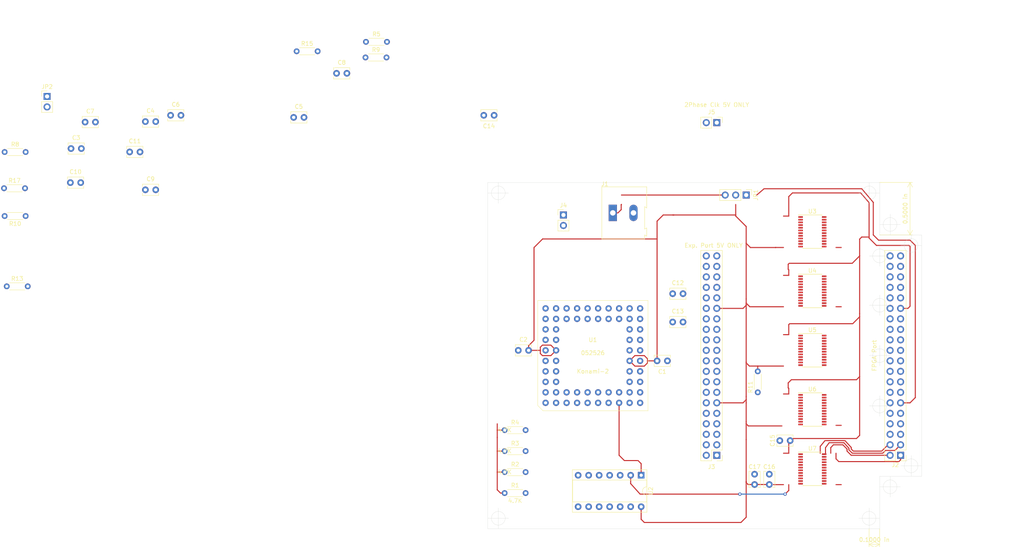
<source format=kicad_pcb>
(kicad_pcb (version 20171130) (host pcbnew "(5.1.4)-1")

  (general
    (thickness 1.6)
    (drawings 40)
    (tracks 198)
    (zones 0)
    (modules 43)
    (nets 99)
  )

  (page A4)
  (title_block
    (title "Konami-2 DE10-Nano adapter")
    (rev 1.0)
    (company RndMnkIII)
  )

  (layers
    (0 F.Cu signal)
    (31 B.Cu signal)
    (32 B.Adhes user)
    (33 F.Adhes user)
    (34 B.Paste user)
    (35 F.Paste user)
    (36 B.SilkS user)
    (37 F.SilkS user)
    (38 B.Mask user)
    (39 F.Mask user)
    (40 Dwgs.User user)
    (41 Cmts.User user)
    (42 Eco1.User user)
    (43 Eco2.User user)
    (44 Edge.Cuts user)
    (45 Margin user)
    (46 B.CrtYd user)
    (47 F.CrtYd user)
    (48 B.Fab user)
    (49 F.Fab user)
  )

  (setup
    (last_trace_width 0.25)
    (user_trace_width 0.254)
    (user_trace_width 0.3048)
    (user_trace_width 0.4064)
    (user_trace_width 0.508)
    (user_trace_width 0.6096)
    (trace_clearance 0.2)
    (zone_clearance 0.508)
    (zone_45_only no)
    (trace_min 0.2)
    (via_size 0.8)
    (via_drill 0.4)
    (via_min_size 0.4)
    (via_min_drill 0.3)
    (user_via 1.27 0.635)
    (uvia_size 0.3)
    (uvia_drill 0.1)
    (uvias_allowed no)
    (uvia_min_size 0.2)
    (uvia_min_drill 0.1)
    (edge_width 0.05)
    (segment_width 0.2)
    (pcb_text_width 0.3)
    (pcb_text_size 1.5 1.5)
    (mod_edge_width 0.12)
    (mod_text_size 1 1)
    (mod_text_width 0.15)
    (pad_size 1.524 1.524)
    (pad_drill 0.762)
    (pad_to_mask_clearance 0.051)
    (solder_mask_min_width 0.25)
    (aux_axis_origin 254 111.76)
    (visible_elements 7FFFF7FF)
    (pcbplotparams
      (layerselection 0x010fc_ffffffff)
      (usegerberextensions false)
      (usegerberattributes false)
      (usegerberadvancedattributes false)
      (creategerberjobfile false)
      (excludeedgelayer true)
      (linewidth 0.100000)
      (plotframeref false)
      (viasonmask false)
      (mode 1)
      (useauxorigin false)
      (hpglpennumber 1)
      (hpglpenspeed 20)
      (hpglpendiameter 15.000000)
      (psnegative false)
      (psa4output false)
      (plotreference true)
      (plotvalue true)
      (plotinvisibletext false)
      (padsonsilk false)
      (subtractmaskfromsilk false)
      (outputformat 1)
      (mirror false)
      (drillshape 1)
      (scaleselection 1)
      (outputdirectory ""))
  )

  (net 0 "")
  (net 1 +5V)
  (net 2 GND)
  (net 3 +3V3)
  (net 4 /VIN)
  (net 5 /5V_FPGA)
  (net 6 /D_0)
  (net 7 /D_1)
  (net 8 /D_2)
  (net 9 /D_3)
  (net 10 /D_4)
  (net 11 /D_5)
  (net 12 /D_6)
  (net 13 /D_7)
  (net 14 /A_0)
  (net 15 /A_1)
  (net 16 /A_2)
  (net 17 /A_3)
  (net 18 /A_4)
  (net 19 /A_5)
  (net 20 /A_6)
  (net 21 /A_7)
  (net 22 /A_8)
  (net 23 /A_9)
  (net 24 /A_10)
  (net 25 /A_11)
  (net 26 /A_12)
  (net 27 /A_13)
  (net 28 /A_14)
  (net 29 /A_15)
  (net 30 /A_16)
  (net 31 /A_17)
  (net 32 /A_18)
  (net 33 /A_19)
  (net 34 /A_20)
  (net 35 AS)
  (net 36 CLK)
  (net 37 DTAC)
  (net 38 CLKE)
  (net 39 CLKQ)
  (net 40 "Net-(U1-Pad5)")
  (net 41 "Net-(U1-Pad23)")
  (net 42 "Net-(U1-Pad29)")
  (net 43 "Net-(U1-Pad44)")
  (net 44 "Net-(U3-Pad3)")
  (net 45 "Net-(U4-Pad21)")
  (net 46 /J2_D0)
  (net 47 /J2_D1)
  (net 48 /J2_D2)
  (net 49 /J2_D3)
  (net 50 /J2_D4)
  (net 51 /J2_D5)
  (net 52 /J2_D6)
  (net 53 /J2_D7)
  (net 54 /J2_A20)
  (net 55 /J2_A19)
  (net 56 /J2_A18)
  (net 57 /J2_A17)
  (net 58 /J2_A16)
  (net 59 /J2_A15)
  (net 60 /J2_A14)
  (net 61 /J2_A13)
  (net 62 /J2_A12)
  (net 63 /J2_A11)
  (net 64 /J2_A10)
  (net 65 /J2_A9)
  (net 66 /J2_A8)
  (net 67 /J2_A7)
  (net 68 /J2_A6)
  (net 69 /J2_A5)
  (net 70 /J2_A4)
  (net 71 /J2_A3)
  (net 72 /J2_A2)
  (net 73 /J2_A1)
  (net 74 /J2_A0)
  (net 75 /J2_AS)
  (net 76 /J2_RW)
  (net 77 /J2_RST)
  (net 78 /J2_CLK)
  (net 79 /J2_DTAC)
  (net 80 /J2_HALT)
  (net 81 /J2_IRQ)
  (net 82 /~ISOLATE)
  (net 83 /DIR_IN)
  (net 84 /DIR_OUT3)
  (net 85 /DIR_OUT2)
  (net 86 /DIR_OUT1)
  (net 87 /DATA_DIR)
  (net 88 /PULLD1)
  (net 89 /PULLD2)
  (net 90 /A_22)
  (net 91 /A_23)
  (net 92 /A_21)
  (net 93 RW2)
  (net 94 ~RESET)
  (net 95 ~HALT)
  (net 96 ~IRQ)
  (net 97 /~NMI)
  (net 98 /~FIRQ)

  (net_class Default "Esta es la clase de red por defecto."
    (clearance 0.2)
    (trace_width 0.25)
    (via_dia 0.8)
    (via_drill 0.4)
    (uvia_dia 0.3)
    (uvia_drill 0.1)
    (add_net +3V3)
    (add_net +5V)
    (add_net /5V_FPGA)
    (add_net /A_0)
    (add_net /A_1)
    (add_net /A_10)
    (add_net /A_11)
    (add_net /A_12)
    (add_net /A_13)
    (add_net /A_14)
    (add_net /A_15)
    (add_net /A_16)
    (add_net /A_17)
    (add_net /A_18)
    (add_net /A_19)
    (add_net /A_2)
    (add_net /A_20)
    (add_net /A_21)
    (add_net /A_22)
    (add_net /A_23)
    (add_net /A_3)
    (add_net /A_4)
    (add_net /A_5)
    (add_net /A_6)
    (add_net /A_7)
    (add_net /A_8)
    (add_net /A_9)
    (add_net /DATA_DIR)
    (add_net /DIR_IN)
    (add_net /DIR_OUT1)
    (add_net /DIR_OUT2)
    (add_net /DIR_OUT3)
    (add_net /D_0)
    (add_net /D_1)
    (add_net /D_2)
    (add_net /D_3)
    (add_net /D_4)
    (add_net /D_5)
    (add_net /D_6)
    (add_net /D_7)
    (add_net /J2_A0)
    (add_net /J2_A1)
    (add_net /J2_A10)
    (add_net /J2_A11)
    (add_net /J2_A12)
    (add_net /J2_A13)
    (add_net /J2_A14)
    (add_net /J2_A15)
    (add_net /J2_A16)
    (add_net /J2_A17)
    (add_net /J2_A18)
    (add_net /J2_A19)
    (add_net /J2_A2)
    (add_net /J2_A20)
    (add_net /J2_A3)
    (add_net /J2_A4)
    (add_net /J2_A5)
    (add_net /J2_A6)
    (add_net /J2_A7)
    (add_net /J2_A8)
    (add_net /J2_A9)
    (add_net /J2_AS)
    (add_net /J2_CLK)
    (add_net /J2_D0)
    (add_net /J2_D1)
    (add_net /J2_D2)
    (add_net /J2_D3)
    (add_net /J2_D4)
    (add_net /J2_D5)
    (add_net /J2_D6)
    (add_net /J2_D7)
    (add_net /J2_DTAC)
    (add_net /J2_HALT)
    (add_net /J2_IRQ)
    (add_net /J2_RST)
    (add_net /J2_RW)
    (add_net /PULLD1)
    (add_net /PULLD2)
    (add_net /VIN)
    (add_net /~FIRQ)
    (add_net /~ISOLATE)
    (add_net /~NMI)
    (add_net AS)
    (add_net CLK)
    (add_net CLKE)
    (add_net CLKQ)
    (add_net DTAC)
    (add_net GND)
    (add_net "Net-(U1-Pad23)")
    (add_net "Net-(U1-Pad29)")
    (add_net "Net-(U1-Pad44)")
    (add_net "Net-(U1-Pad5)")
    (add_net "Net-(U3-Pad3)")
    (add_net "Net-(U4-Pad21)")
    (add_net RW2)
    (add_net ~HALT)
    (add_net ~IRQ)
    (add_net ~RESET)
  )

  (module Connectors_Terminal_Blocks:TerminalBlock_Altech_AK300-2_P5.00mm locked (layer F.Cu) (tedit 59FF0306) (tstamp 5D7B9FB4)
    (at 182.626 51.308)
    (descr "Altech AK300 terminal block, pitch 5.0mm, 45 degree angled, see http://www.mouser.com/ds/2/16/PCBMETRC-24178.pdf")
    (tags "Altech AK300 terminal block pitch 5.0mm")
    (path /600AC80D)
    (fp_text reference J1 (at -1.92 -6.99) (layer F.SilkS)
      (effects (font (size 1 1) (thickness 0.15)))
    )
    (fp_text value 5V_EXTERNAL (at 2.78 7.75) (layer F.Fab)
      (effects (font (size 1 1) (thickness 0.15)))
    )
    (fp_arc (start -1.13 -4.65) (end -1.42 -4.13) (angle 104.2) (layer F.Fab) (width 0.1))
    (fp_arc (start -0.01 -3.71) (end -1.62 -5) (angle 100) (layer F.Fab) (width 0.1))
    (fp_arc (start 0.06 -6.07) (end 1.53 -4.12) (angle 75.5) (layer F.Fab) (width 0.1))
    (fp_arc (start 1.03 -4.59) (end 1.53 -5.05) (angle 90.5) (layer F.Fab) (width 0.1))
    (fp_arc (start 3.87 -4.65) (end 3.58 -4.13) (angle 104.2) (layer F.Fab) (width 0.1))
    (fp_arc (start 4.99 -3.71) (end 3.39 -5) (angle 100) (layer F.Fab) (width 0.1))
    (fp_arc (start 5.07 -6.07) (end 6.53 -4.12) (angle 75.5) (layer F.Fab) (width 0.1))
    (fp_arc (start 6.03 -4.59) (end 6.54 -5.05) (angle 90.5) (layer F.Fab) (width 0.1))
    (fp_line (start 8.36 6.47) (end -2.83 6.47) (layer F.CrtYd) (width 0.05))
    (fp_line (start 8.36 6.47) (end 8.36 -6.47) (layer F.CrtYd) (width 0.05))
    (fp_line (start -2.83 -6.47) (end -2.83 6.47) (layer F.CrtYd) (width 0.05))
    (fp_line (start -2.83 -6.47) (end 8.36 -6.47) (layer F.CrtYd) (width 0.05))
    (fp_line (start 3.36 -0.25) (end 6.67 -0.25) (layer F.Fab) (width 0.1))
    (fp_line (start 2.98 -0.25) (end 3.36 -0.25) (layer F.Fab) (width 0.1))
    (fp_line (start 7.05 -0.25) (end 6.67 -0.25) (layer F.Fab) (width 0.1))
    (fp_line (start 6.67 -0.64) (end 3.36 -0.64) (layer F.Fab) (width 0.1))
    (fp_line (start 7.61 -0.64) (end 6.67 -0.64) (layer F.Fab) (width 0.1))
    (fp_line (start 1.66 -0.64) (end 3.36 -0.64) (layer F.Fab) (width 0.1))
    (fp_line (start -1.64 -0.64) (end 1.66 -0.64) (layer F.Fab) (width 0.1))
    (fp_line (start -2.58 -0.64) (end -1.64 -0.64) (layer F.Fab) (width 0.1))
    (fp_line (start 1.66 -0.25) (end -1.64 -0.25) (layer F.Fab) (width 0.1))
    (fp_line (start 2.04 -0.25) (end 1.66 -0.25) (layer F.Fab) (width 0.1))
    (fp_line (start -2.02 -0.25) (end -1.64 -0.25) (layer F.Fab) (width 0.1))
    (fp_line (start -1.49 -4.32) (end 1.56 -4.95) (layer F.Fab) (width 0.1))
    (fp_line (start -1.62 -4.45) (end 1.44 -5.08) (layer F.Fab) (width 0.1))
    (fp_line (start 3.52 -4.32) (end 6.56 -4.95) (layer F.Fab) (width 0.1))
    (fp_line (start 3.39 -4.45) (end 6.44 -5.08) (layer F.Fab) (width 0.1))
    (fp_line (start 2.04 -5.97) (end -2.02 -5.97) (layer F.Fab) (width 0.1))
    (fp_line (start -2.02 -3.43) (end -2.02 -5.97) (layer F.Fab) (width 0.1))
    (fp_line (start 2.04 -3.43) (end -2.02 -3.43) (layer F.Fab) (width 0.1))
    (fp_line (start 2.04 -3.43) (end 2.04 -5.97) (layer F.Fab) (width 0.1))
    (fp_line (start 7.05 -3.43) (end 2.98 -3.43) (layer F.Fab) (width 0.1))
    (fp_line (start 7.05 -5.97) (end 7.05 -3.43) (layer F.Fab) (width 0.1))
    (fp_line (start 2.98 -5.97) (end 7.05 -5.97) (layer F.Fab) (width 0.1))
    (fp_line (start 2.98 -3.43) (end 2.98 -5.97) (layer F.Fab) (width 0.1))
    (fp_line (start 7.61 -3.17) (end 7.61 -1.65) (layer F.Fab) (width 0.1))
    (fp_line (start -2.58 -3.17) (end -2.58 -6.22) (layer F.Fab) (width 0.1))
    (fp_line (start -2.58 -3.17) (end 7.61 -3.17) (layer F.Fab) (width 0.1))
    (fp_line (start 7.61 -0.64) (end 7.61 4.06) (layer F.Fab) (width 0.1))
    (fp_line (start 7.61 -1.65) (end 7.61 -0.64) (layer F.Fab) (width 0.1))
    (fp_line (start -2.58 -0.64) (end -2.58 -3.17) (layer F.Fab) (width 0.1))
    (fp_line (start -2.58 6.22) (end -2.58 -0.64) (layer F.Fab) (width 0.1))
    (fp_line (start 6.67 0.51) (end 6.28 0.51) (layer F.Fab) (width 0.1))
    (fp_line (start 3.36 0.51) (end 3.74 0.51) (layer F.Fab) (width 0.1))
    (fp_line (start 1.66 0.51) (end 1.28 0.51) (layer F.Fab) (width 0.1))
    (fp_line (start -1.64 0.51) (end -1.26 0.51) (layer F.Fab) (width 0.1))
    (fp_line (start -1.64 3.68) (end -1.64 0.51) (layer F.Fab) (width 0.1))
    (fp_line (start 1.66 3.68) (end -1.64 3.68) (layer F.Fab) (width 0.1))
    (fp_line (start 1.66 3.68) (end 1.66 0.51) (layer F.Fab) (width 0.1))
    (fp_line (start 3.36 3.68) (end 3.36 0.51) (layer F.Fab) (width 0.1))
    (fp_line (start 6.67 3.68) (end 3.36 3.68) (layer F.Fab) (width 0.1))
    (fp_line (start 6.67 3.68) (end 6.67 0.51) (layer F.Fab) (width 0.1))
    (fp_line (start -2.02 4.32) (end -2.02 6.22) (layer F.Fab) (width 0.1))
    (fp_line (start 2.04 4.32) (end 2.04 -0.25) (layer F.Fab) (width 0.1))
    (fp_line (start 2.04 4.32) (end -2.02 4.32) (layer F.Fab) (width 0.1))
    (fp_line (start 7.05 4.32) (end 7.05 6.22) (layer F.Fab) (width 0.1))
    (fp_line (start 2.98 4.32) (end 2.98 -0.25) (layer F.Fab) (width 0.1))
    (fp_line (start 2.98 4.32) (end 7.05 4.32) (layer F.Fab) (width 0.1))
    (fp_line (start -2.02 6.22) (end 2.04 6.22) (layer F.Fab) (width 0.1))
    (fp_line (start -2.58 6.22) (end -2.02 6.22) (layer F.Fab) (width 0.1))
    (fp_line (start -2.02 -0.25) (end -2.02 4.32) (layer F.Fab) (width 0.1))
    (fp_line (start 2.04 6.22) (end 2.98 6.22) (layer F.Fab) (width 0.1))
    (fp_line (start 2.04 6.22) (end 2.04 4.32) (layer F.Fab) (width 0.1))
    (fp_line (start 7.05 6.22) (end 7.61 6.22) (layer F.Fab) (width 0.1))
    (fp_line (start 2.98 6.22) (end 7.05 6.22) (layer F.Fab) (width 0.1))
    (fp_line (start 7.05 -0.25) (end 7.05 4.32) (layer F.Fab) (width 0.1))
    (fp_line (start 2.98 6.22) (end 2.98 4.32) (layer F.Fab) (width 0.1))
    (fp_line (start 8.11 3.81) (end 8.11 5.46) (layer F.Fab) (width 0.1))
    (fp_line (start 7.61 4.06) (end 7.61 5.21) (layer F.Fab) (width 0.1))
    (fp_line (start 8.11 3.81) (end 7.61 4.06) (layer F.Fab) (width 0.1))
    (fp_line (start 7.61 5.21) (end 7.61 6.22) (layer F.Fab) (width 0.1))
    (fp_line (start 8.11 5.46) (end 7.61 5.21) (layer F.Fab) (width 0.1))
    (fp_line (start 8.11 -1.4) (end 7.61 -1.65) (layer F.Fab) (width 0.1))
    (fp_line (start 8.11 -6.22) (end 8.11 -1.4) (layer F.Fab) (width 0.1))
    (fp_line (start 7.61 -6.22) (end 8.11 -6.22) (layer F.Fab) (width 0.1))
    (fp_line (start 7.61 -6.22) (end -2.58 -6.22) (layer F.Fab) (width 0.1))
    (fp_line (start 7.61 -6.22) (end 7.61 -3.17) (layer F.Fab) (width 0.1))
    (fp_line (start 3.74 2.54) (end 3.74 -0.25) (layer F.Fab) (width 0.1))
    (fp_line (start 3.74 -0.25) (end 6.28 -0.25) (layer F.Fab) (width 0.1))
    (fp_line (start 6.28 2.54) (end 6.28 -0.25) (layer F.Fab) (width 0.1))
    (fp_line (start 3.74 2.54) (end 6.28 2.54) (layer F.Fab) (width 0.1))
    (fp_line (start -1.26 2.54) (end -1.26 -0.25) (layer F.Fab) (width 0.1))
    (fp_line (start -1.26 -0.25) (end 1.28 -0.25) (layer F.Fab) (width 0.1))
    (fp_line (start 1.28 2.54) (end 1.28 -0.25) (layer F.Fab) (width 0.1))
    (fp_line (start -1.26 2.54) (end 1.28 2.54) (layer F.Fab) (width 0.1))
    (fp_line (start 8.2 -6.3) (end -2.65 -6.3) (layer F.SilkS) (width 0.12))
    (fp_line (start 8.2 -1.2) (end 8.2 -6.3) (layer F.SilkS) (width 0.12))
    (fp_line (start 7.7 -1.5) (end 8.2 -1.2) (layer F.SilkS) (width 0.12))
    (fp_line (start 7.7 3.9) (end 7.7 -1.5) (layer F.SilkS) (width 0.12))
    (fp_line (start 8.2 3.65) (end 7.7 3.9) (layer F.SilkS) (width 0.12))
    (fp_line (start 8.2 3.7) (end 8.2 3.65) (layer F.SilkS) (width 0.12))
    (fp_line (start 8.2 5.6) (end 8.2 3.7) (layer F.SilkS) (width 0.12))
    (fp_line (start 7.7 5.35) (end 8.2 5.6) (layer F.SilkS) (width 0.12))
    (fp_line (start 7.7 6.3) (end 7.7 5.35) (layer F.SilkS) (width 0.12))
    (fp_line (start -2.65 6.3) (end 7.7 6.3) (layer F.SilkS) (width 0.12))
    (fp_line (start -2.65 -6.3) (end -2.65 6.3) (layer F.SilkS) (width 0.12))
    (fp_text user %R (at 2.5 -2) (layer F.Fab)
      (effects (font (size 1 1) (thickness 0.15)))
    )
    (pad 2 thru_hole oval (at 5 0) (size 1.98 3.96) (drill 1.32) (layers *.Cu *.Mask)
      (net 2 GND))
    (pad 1 thru_hole rect (at 0 0) (size 1.98 3.96) (drill 1.32) (layers *.Cu *.Mask)
      (net 4 /VIN))
    (model "F:/kicad_librerias/librerias_3d/Low profile PCB terminal block,5mm,2 way/37818.stp"
      (offset (xyz 8 3.5 0))
      (scale (xyz 1 1 1))
      (rotate (xyz -90 0 -90))
    )
  )

  (module Pin_Headers:Pin_Header_Straight_2x20_Pitch2.54mm locked (layer F.Cu) (tedit 59650533) (tstamp 5D7D18DE)
    (at 207.772 109.982 180)
    (descr "Through hole straight pin header, 2x20, 2.54mm pitch, double rows")
    (tags "Through hole pin header THT 2x20 2.54mm double row")
    (path /5F88E4F7)
    (fp_text reference J3 (at 1.27 -2.794) (layer F.SilkS)
      (effects (font (size 1 1) (thickness 0.15)))
    )
    (fp_text value "Expansion Port 5V ONLY" (at 0.762 50.8) (layer F.Fab)
      (effects (font (size 1 1) (thickness 0.15)))
    )
    (fp_text user %R (at 1.27 24.13 90) (layer F.Fab)
      (effects (font (size 1 1) (thickness 0.15)))
    )
    (fp_line (start 4.35 -1.8) (end -1.8 -1.8) (layer F.CrtYd) (width 0.05))
    (fp_line (start 4.35 50.05) (end 4.35 -1.8) (layer F.CrtYd) (width 0.05))
    (fp_line (start -1.8 50.05) (end 4.35 50.05) (layer F.CrtYd) (width 0.05))
    (fp_line (start -1.8 -1.8) (end -1.8 50.05) (layer F.CrtYd) (width 0.05))
    (fp_line (start -1.33 -1.33) (end 0 -1.33) (layer F.SilkS) (width 0.12))
    (fp_line (start -1.33 0) (end -1.33 -1.33) (layer F.SilkS) (width 0.12))
    (fp_line (start 1.27 -1.33) (end 3.87 -1.33) (layer F.SilkS) (width 0.12))
    (fp_line (start 1.27 1.27) (end 1.27 -1.33) (layer F.SilkS) (width 0.12))
    (fp_line (start -1.33 1.27) (end 1.27 1.27) (layer F.SilkS) (width 0.12))
    (fp_line (start 3.87 -1.33) (end 3.87 49.59) (layer F.SilkS) (width 0.12))
    (fp_line (start -1.33 1.27) (end -1.33 49.59) (layer F.SilkS) (width 0.12))
    (fp_line (start -1.33 49.59) (end 3.87 49.59) (layer F.SilkS) (width 0.12))
    (fp_line (start -1.27 0) (end 0 -1.27) (layer F.Fab) (width 0.1))
    (fp_line (start -1.27 49.53) (end -1.27 0) (layer F.Fab) (width 0.1))
    (fp_line (start 3.81 49.53) (end -1.27 49.53) (layer F.Fab) (width 0.1))
    (fp_line (start 3.81 -1.27) (end 3.81 49.53) (layer F.Fab) (width 0.1))
    (fp_line (start 0 -1.27) (end 3.81 -1.27) (layer F.Fab) (width 0.1))
    (fp_text user "Exp. Port 5V ONLY" (at 0.762 50.8) (layer F.SilkS)
      (effects (font (size 1 1) (thickness 0.15)))
    )
    (pad 40 thru_hole oval (at 2.54 48.26 180) (size 1.7 1.7) (drill 1) (layers *.Cu *.Mask)
      (net 95 ~HALT))
    (pad 39 thru_hole oval (at 0 48.26 180) (size 1.7 1.7) (drill 1) (layers *.Cu *.Mask)
      (net 96 ~IRQ))
    (pad 38 thru_hole oval (at 2.54 45.72 180) (size 1.7 1.7) (drill 1) (layers *.Cu *.Mask)
      (net 36 CLK))
    (pad 37 thru_hole oval (at 0 45.72 180) (size 1.7 1.7) (drill 1) (layers *.Cu *.Mask)
      (net 37 DTAC))
    (pad 36 thru_hole oval (at 2.54 43.18 180) (size 1.7 1.7) (drill 1) (layers *.Cu *.Mask)
      (net 93 RW2))
    (pad 35 thru_hole oval (at 0 43.18 180) (size 1.7 1.7) (drill 1) (layers *.Cu *.Mask)
      (net 94 ~RESET))
    (pad 34 thru_hole oval (at 2.54 40.64 180) (size 1.7 1.7) (drill 1) (layers *.Cu *.Mask)
      (net 34 /A_20))
    (pad 33 thru_hole oval (at 0 40.64 180) (size 1.7 1.7) (drill 1) (layers *.Cu *.Mask)
      (net 35 AS))
    (pad 32 thru_hole oval (at 2.54 38.1 180) (size 1.7 1.7) (drill 1) (layers *.Cu *.Mask)
      (net 32 /A_18))
    (pad 31 thru_hole oval (at 0 38.1 180) (size 1.7 1.7) (drill 1) (layers *.Cu *.Mask)
      (net 33 /A_19))
    (pad 30 thru_hole oval (at 2.54 35.56 180) (size 1.7 1.7) (drill 1) (layers *.Cu *.Mask)
      (net 2 GND))
    (pad 29 thru_hole oval (at 0 35.56 180) (size 1.7 1.7) (drill 1) (layers *.Cu *.Mask)
      (net 1 +5V))
    (pad 28 thru_hole oval (at 2.54 33.02 180) (size 1.7 1.7) (drill 1) (layers *.Cu *.Mask)
      (net 30 /A_16))
    (pad 27 thru_hole oval (at 0 33.02 180) (size 1.7 1.7) (drill 1) (layers *.Cu *.Mask)
      (net 31 /A_17))
    (pad 26 thru_hole oval (at 2.54 30.48 180) (size 1.7 1.7) (drill 1) (layers *.Cu *.Mask)
      (net 28 /A_14))
    (pad 25 thru_hole oval (at 0 30.48 180) (size 1.7 1.7) (drill 1) (layers *.Cu *.Mask)
      (net 29 /A_15))
    (pad 24 thru_hole oval (at 2.54 27.94 180) (size 1.7 1.7) (drill 1) (layers *.Cu *.Mask)
      (net 26 /A_12))
    (pad 23 thru_hole oval (at 0 27.94 180) (size 1.7 1.7) (drill 1) (layers *.Cu *.Mask)
      (net 27 /A_13))
    (pad 22 thru_hole oval (at 2.54 25.4 180) (size 1.7 1.7) (drill 1) (layers *.Cu *.Mask)
      (net 24 /A_10))
    (pad 21 thru_hole oval (at 0 25.4 180) (size 1.7 1.7) (drill 1) (layers *.Cu *.Mask)
      (net 25 /A_11))
    (pad 20 thru_hole oval (at 2.54 22.86 180) (size 1.7 1.7) (drill 1) (layers *.Cu *.Mask)
      (net 22 /A_8))
    (pad 19 thru_hole oval (at 0 22.86 180) (size 1.7 1.7) (drill 1) (layers *.Cu *.Mask)
      (net 23 /A_9))
    (pad 18 thru_hole oval (at 2.54 20.32 180) (size 1.7 1.7) (drill 1) (layers *.Cu *.Mask)
      (net 20 /A_6))
    (pad 17 thru_hole oval (at 0 20.32 180) (size 1.7 1.7) (drill 1) (layers *.Cu *.Mask)
      (net 21 /A_7))
    (pad 16 thru_hole oval (at 2.54 17.78 180) (size 1.7 1.7) (drill 1) (layers *.Cu *.Mask)
      (net 18 /A_4))
    (pad 15 thru_hole oval (at 0 17.78 180) (size 1.7 1.7) (drill 1) (layers *.Cu *.Mask)
      (net 19 /A_5))
    (pad 14 thru_hole oval (at 2.54 15.24 180) (size 1.7 1.7) (drill 1) (layers *.Cu *.Mask)
      (net 16 /A_2))
    (pad 13 thru_hole oval (at 0 15.24 180) (size 1.7 1.7) (drill 1) (layers *.Cu *.Mask)
      (net 17 /A_3))
    (pad 12 thru_hole oval (at 2.54 12.7 180) (size 1.7 1.7) (drill 1) (layers *.Cu *.Mask)
      (net 2 GND))
    (pad 11 thru_hole oval (at 0 12.7 180) (size 1.7 1.7) (drill 1) (layers *.Cu *.Mask)
      (net 1 +5V))
    (pad 10 thru_hole oval (at 2.54 10.16 180) (size 1.7 1.7) (drill 1) (layers *.Cu *.Mask)
      (net 14 /A_0))
    (pad 9 thru_hole oval (at 0 10.16 180) (size 1.7 1.7) (drill 1) (layers *.Cu *.Mask)
      (net 15 /A_1))
    (pad 8 thru_hole oval (at 2.54 7.62 180) (size 1.7 1.7) (drill 1) (layers *.Cu *.Mask)
      (net 12 /D_6))
    (pad 7 thru_hole oval (at 0 7.62 180) (size 1.7 1.7) (drill 1) (layers *.Cu *.Mask)
      (net 13 /D_7))
    (pad 6 thru_hole oval (at 2.54 5.08 180) (size 1.7 1.7) (drill 1) (layers *.Cu *.Mask)
      (net 10 /D_4))
    (pad 5 thru_hole oval (at 0 5.08 180) (size 1.7 1.7) (drill 1) (layers *.Cu *.Mask)
      (net 11 /D_5))
    (pad 4 thru_hole oval (at 2.54 2.54 180) (size 1.7 1.7) (drill 1) (layers *.Cu *.Mask)
      (net 8 /D_2))
    (pad 3 thru_hole oval (at 0 2.54 180) (size 1.7 1.7) (drill 1) (layers *.Cu *.Mask)
      (net 9 /D_3))
    (pad 2 thru_hole oval (at 2.54 0 180) (size 1.7 1.7) (drill 1) (layers *.Cu *.Mask)
      (net 6 /D_0))
    (pad 1 thru_hole rect (at 0 0 180) (size 1.7 1.7) (drill 1) (layers *.Cu *.Mask)
      (net 7 /D_1))
    (model ${KISYS3DMOD}/Pin_Headers.3dshapes/Pin_Header_Straight_2x20_Pitch2.54mm.wrl
      (at (xyz 0 0 0))
      (scale (xyz 1 1 1))
      (rotate (xyz 0 0 0))
    )
    (model ${KISYS3DMOD}/Connector_PinHeader_2.54mm.3dshapes/PinHeader_2x20_P2.54mm_Vertical.step
      (at (xyz 0 0 0))
      (scale (xyz 1 1 1))
      (rotate (xyz 0 0 0))
    )
  )

  (module Pin_Headers:Pin_Header_Straight_1x02_Pitch2.54mm (layer F.Cu) (tedit 59650532) (tstamp 5D7D0A1D)
    (at 170.688 51.816)
    (descr "Through hole straight pin header, 1x02, 2.54mm pitch, single row")
    (tags "Through hole pin header THT 1x02 2.54mm single row")
    (path /5F7FB1C3)
    (fp_text reference J4 (at 0 -2.33) (layer F.SilkS)
      (effects (font (size 1 1) (thickness 0.15)))
    )
    (fp_text value "EXT. 2 PHASE CLK" (at 0 4.87) (layer F.Fab)
      (effects (font (size 1 1) (thickness 0.15)))
    )
    (fp_text user %R (at 0 1.27 90) (layer F.Fab)
      (effects (font (size 1 1) (thickness 0.15)))
    )
    (fp_line (start 1.8 -1.8) (end -1.8 -1.8) (layer F.CrtYd) (width 0.05))
    (fp_line (start 1.8 4.35) (end 1.8 -1.8) (layer F.CrtYd) (width 0.05))
    (fp_line (start -1.8 4.35) (end 1.8 4.35) (layer F.CrtYd) (width 0.05))
    (fp_line (start -1.8 -1.8) (end -1.8 4.35) (layer F.CrtYd) (width 0.05))
    (fp_line (start -1.33 -1.33) (end 0 -1.33) (layer F.SilkS) (width 0.12))
    (fp_line (start -1.33 0) (end -1.33 -1.33) (layer F.SilkS) (width 0.12))
    (fp_line (start -1.33 1.27) (end 1.33 1.27) (layer F.SilkS) (width 0.12))
    (fp_line (start 1.33 1.27) (end 1.33 3.87) (layer F.SilkS) (width 0.12))
    (fp_line (start -1.33 1.27) (end -1.33 3.87) (layer F.SilkS) (width 0.12))
    (fp_line (start -1.33 3.87) (end 1.33 3.87) (layer F.SilkS) (width 0.12))
    (fp_line (start -1.27 -0.635) (end -0.635 -1.27) (layer F.Fab) (width 0.1))
    (fp_line (start -1.27 3.81) (end -1.27 -0.635) (layer F.Fab) (width 0.1))
    (fp_line (start 1.27 3.81) (end -1.27 3.81) (layer F.Fab) (width 0.1))
    (fp_line (start 1.27 -1.27) (end 1.27 3.81) (layer F.Fab) (width 0.1))
    (fp_line (start -0.635 -1.27) (end 1.27 -1.27) (layer F.Fab) (width 0.1))
    (pad 2 thru_hole oval (at 0 2.54) (size 1.7 1.7) (drill 1) (layers *.Cu *.Mask)
      (net 38 CLKE))
    (pad 1 thru_hole rect (at 0 0) (size 1.7 1.7) (drill 1) (layers *.Cu *.Mask)
      (net 39 CLKQ))
    (model ${KISYS3DMOD}/Pin_Headers.3dshapes/Pin_Header_Straight_1x02_Pitch2.54mm.wrl
      (at (xyz 0 0 0))
      (scale (xyz 1 1 1))
      (rotate (xyz 0 0 0))
    )
    (model ${KISYS3DMOD}/Connector_PinHeader_2.54mm.3dshapes/PinHeader_1x02_P2.54mm_Vertical.step
      (at (xyz 0 0 0))
      (scale (xyz 1 1 1))
      (rotate (xyz 0 0 0))
    )
  )

  (module Pin_Headers:Pin_Header_Straight_1x02_Pitch2.54mm (layer F.Cu) (tedit 59650532) (tstamp 5D7D0288)
    (at 207.772 29.464 270)
    (descr "Through hole straight pin header, 1x02, 2.54mm pitch, single row")
    (tags "Through hole pin header THT 1x02 2.54mm single row")
    (path /5FBDD9C1)
    (fp_text reference J5 (at -2.54 1.27 180) (layer F.SilkS)
      (effects (font (size 1 1) (thickness 0.15)))
    )
    (fp_text value "2Phase Clk 5V ONLY" (at -4.318 0) (layer F.Fab)
      (effects (font (size 1 1) (thickness 0.15)))
    )
    (fp_line (start -0.635 -1.27) (end 1.27 -1.27) (layer F.Fab) (width 0.1))
    (fp_line (start 1.27 -1.27) (end 1.27 3.81) (layer F.Fab) (width 0.1))
    (fp_line (start 1.27 3.81) (end -1.27 3.81) (layer F.Fab) (width 0.1))
    (fp_line (start -1.27 3.81) (end -1.27 -0.635) (layer F.Fab) (width 0.1))
    (fp_line (start -1.27 -0.635) (end -0.635 -1.27) (layer F.Fab) (width 0.1))
    (fp_line (start -1.33 3.87) (end 1.33 3.87) (layer F.SilkS) (width 0.12))
    (fp_line (start -1.33 1.27) (end -1.33 3.87) (layer F.SilkS) (width 0.12))
    (fp_line (start 1.33 1.27) (end 1.33 3.87) (layer F.SilkS) (width 0.12))
    (fp_line (start -1.33 1.27) (end 1.33 1.27) (layer F.SilkS) (width 0.12))
    (fp_line (start -1.33 0) (end -1.33 -1.33) (layer F.SilkS) (width 0.12))
    (fp_line (start -1.33 -1.33) (end 0 -1.33) (layer F.SilkS) (width 0.12))
    (fp_line (start -1.8 -1.8) (end -1.8 4.35) (layer F.CrtYd) (width 0.05))
    (fp_line (start -1.8 4.35) (end 1.8 4.35) (layer F.CrtYd) (width 0.05))
    (fp_line (start 1.8 4.35) (end 1.8 -1.8) (layer F.CrtYd) (width 0.05))
    (fp_line (start 1.8 -1.8) (end -1.8 -1.8) (layer F.CrtYd) (width 0.05))
    (fp_text user %R (at 0 1.27) (layer F.Fab)
      (effects (font (size 1 1) (thickness 0.15)))
    )
    (fp_text user "2Phase Clk 5V ONLY" (at -4.318 0) (layer F.SilkS)
      (effects (font (size 1 1) (thickness 0.15)))
    )
    (pad 1 thru_hole rect (at 0 0 270) (size 1.7 1.7) (drill 1) (layers *.Cu *.Mask)
      (net 39 CLKQ))
    (pad 2 thru_hole oval (at 0 2.54 270) (size 1.7 1.7) (drill 1) (layers *.Cu *.Mask)
      (net 38 CLKE))
    (model ${KISYS3DMOD}/Pin_Headers.3dshapes/Pin_Header_Straight_1x02_Pitch2.54mm.wrl
      (at (xyz 0 0 0))
      (scale (xyz 1 1 1))
      (rotate (xyz 0 0 0))
    )
    (model ${KISYS3DMOD}/Connector_PinHeader_2.54mm.3dshapes/PinHeader_1x02_P2.54mm_Vertical.step
      (at (xyz 0 0 0))
      (scale (xyz 1 1 1))
      (rotate (xyz 0 0 0))
    )
  )

  (module Pin_Headers:Pin_Header_Straight_1x03_Pitch2.54mm locked (layer F.Cu) (tedit 59650532) (tstamp 5D7D46BF)
    (at 214.884 46.99 270)
    (descr "Through hole straight pin header, 1x03, 2.54mm pitch, single row")
    (tags "Through hole pin header THT 1x03 2.54mm single row")
    (path /600743FD)
    (fp_text reference JP1 (at 0 -2.33 90) (layer F.SilkS)
      (effects (font (size 1 1) (thickness 0.15)))
    )
    (fp_text value "5V PWR SRC" (at 0 7.41 90) (layer F.Fab)
      (effects (font (size 1 1) (thickness 0.15)))
    )
    (fp_text user %R (at 0 2.54) (layer F.Fab)
      (effects (font (size 1 1) (thickness 0.15)))
    )
    (fp_line (start 1.8 -1.8) (end -1.8 -1.8) (layer F.CrtYd) (width 0.05))
    (fp_line (start 1.8 6.85) (end 1.8 -1.8) (layer F.CrtYd) (width 0.05))
    (fp_line (start -1.8 6.85) (end 1.8 6.85) (layer F.CrtYd) (width 0.05))
    (fp_line (start -1.8 -1.8) (end -1.8 6.85) (layer F.CrtYd) (width 0.05))
    (fp_line (start -1.33 -1.33) (end 0 -1.33) (layer F.SilkS) (width 0.12))
    (fp_line (start -1.33 0) (end -1.33 -1.33) (layer F.SilkS) (width 0.12))
    (fp_line (start -1.33 1.27) (end 1.33 1.27) (layer F.SilkS) (width 0.12))
    (fp_line (start 1.33 1.27) (end 1.33 6.41) (layer F.SilkS) (width 0.12))
    (fp_line (start -1.33 1.27) (end -1.33 6.41) (layer F.SilkS) (width 0.12))
    (fp_line (start -1.33 6.41) (end 1.33 6.41) (layer F.SilkS) (width 0.12))
    (fp_line (start -1.27 -0.635) (end -0.635 -1.27) (layer F.Fab) (width 0.1))
    (fp_line (start -1.27 6.35) (end -1.27 -0.635) (layer F.Fab) (width 0.1))
    (fp_line (start 1.27 6.35) (end -1.27 6.35) (layer F.Fab) (width 0.1))
    (fp_line (start 1.27 -1.27) (end 1.27 6.35) (layer F.Fab) (width 0.1))
    (fp_line (start -0.635 -1.27) (end 1.27 -1.27) (layer F.Fab) (width 0.1))
    (pad 3 thru_hole oval (at 0 5.08 270) (size 1.7 1.7) (drill 1) (layers *.Cu *.Mask)
      (net 4 /VIN))
    (pad 2 thru_hole oval (at 0 2.54 270) (size 1.7 1.7) (drill 1) (layers *.Cu *.Mask)
      (net 1 +5V))
    (pad 1 thru_hole rect (at 0 0 270) (size 1.7 1.7) (drill 1) (layers *.Cu *.Mask)
      (net 5 /5V_FPGA))
    (model ${KISYS3DMOD}/Pin_Headers.3dshapes/Pin_Header_Straight_1x03_Pitch2.54mm.wrl
      (at (xyz 0 0 0))
      (scale (xyz 1 1 1))
      (rotate (xyz 0 0 0))
    )
    (model ${KISYS3DMOD}/Connector_PinHeader_2.54mm.3dshapes/PinHeader_1x03_P2.54mm_Vertical.step
      (at (xyz 0 0 0))
      (scale (xyz 1 1 1))
      (rotate (xyz 0 0 0))
    )
  )

  (module Pin_Headers:Pin_Header_Straight_1x02_Pitch2.54mm (layer F.Cu) (tedit 59650532) (tstamp 5D7D09DE)
    (at 45.823571 23.118021)
    (descr "Through hole straight pin header, 1x02, 2.54mm pitch, single row")
    (tags "Through hole pin header THT 1x02 2.54mm single row")
    (path /5FE46AEE)
    (fp_text reference JP2 (at 0 -2.33) (layer F.SilkS)
      (effects (font (size 1 1) (thickness 0.15)))
    )
    (fp_text value "Isolate from FPGA" (at 0 4.87) (layer F.Fab)
      (effects (font (size 1 1) (thickness 0.15)))
    )
    (fp_text user %R (at 0 1.27 90) (layer F.Fab)
      (effects (font (size 1 1) (thickness 0.15)))
    )
    (fp_line (start 1.8 -1.8) (end -1.8 -1.8) (layer F.CrtYd) (width 0.05))
    (fp_line (start 1.8 4.35) (end 1.8 -1.8) (layer F.CrtYd) (width 0.05))
    (fp_line (start -1.8 4.35) (end 1.8 4.35) (layer F.CrtYd) (width 0.05))
    (fp_line (start -1.8 -1.8) (end -1.8 4.35) (layer F.CrtYd) (width 0.05))
    (fp_line (start -1.33 -1.33) (end 0 -1.33) (layer F.SilkS) (width 0.12))
    (fp_line (start -1.33 0) (end -1.33 -1.33) (layer F.SilkS) (width 0.12))
    (fp_line (start -1.33 1.27) (end 1.33 1.27) (layer F.SilkS) (width 0.12))
    (fp_line (start 1.33 1.27) (end 1.33 3.87) (layer F.SilkS) (width 0.12))
    (fp_line (start -1.33 1.27) (end -1.33 3.87) (layer F.SilkS) (width 0.12))
    (fp_line (start -1.33 3.87) (end 1.33 3.87) (layer F.SilkS) (width 0.12))
    (fp_line (start -1.27 -0.635) (end -0.635 -1.27) (layer F.Fab) (width 0.1))
    (fp_line (start -1.27 3.81) (end -1.27 -0.635) (layer F.Fab) (width 0.1))
    (fp_line (start 1.27 3.81) (end -1.27 3.81) (layer F.Fab) (width 0.1))
    (fp_line (start 1.27 -1.27) (end 1.27 3.81) (layer F.Fab) (width 0.1))
    (fp_line (start -0.635 -1.27) (end 1.27 -1.27) (layer F.Fab) (width 0.1))
    (pad 2 thru_hole oval (at 0 2.54) (size 1.7 1.7) (drill 1) (layers *.Cu *.Mask)
      (net 1 +5V))
    (pad 1 thru_hole rect (at 0 0) (size 1.7 1.7) (drill 1) (layers *.Cu *.Mask)
      (net 82 /~ISOLATE))
    (model ${KISYS3DMOD}/Pin_Headers.3dshapes/Pin_Header_Straight_1x02_Pitch2.54mm.wrl
      (at (xyz 0 0 0))
      (scale (xyz 1 1 1))
      (rotate (xyz 0 0 0))
    )
    (model ${KISYS3DMOD}/Connector_PinHeader_2.54mm.3dshapes/PinHeader_1x02_P2.54mm_Vertical.step
      (at (xyz 0 0 0))
      (scale (xyz 1 1 1))
      (rotate (xyz 0 0 0))
    )
  )

  (module Konami-2_PGA:KONAMI-2_64_PGA locked (layer F.Cu) (tedit 5D77CD2B) (tstamp 5D7A941F)
    (at 177.8 85.852)
    (path /5D7A10CA)
    (fp_text reference U1 (at 0 -3.81 180) (layer F.SilkS)
      (effects (font (size 1 1) (thickness 0.15)))
    )
    (fp_text value Konami-2 (at 0 3.81 180) (layer F.SilkS)
      (effects (font (size 1 1) (thickness 0.15)))
    )
    (fp_line (start -13.335 12.065) (end -12.065 13.335) (layer F.SilkS) (width 0.1016))
    (fp_line (start -12.065 13.335) (end 13.335 13.335) (layer F.SilkS) (width 0.1016))
    (fp_line (start 13.335 13.335) (end 13.335 -13.335) (layer F.SilkS) (width 0.1016))
    (fp_line (start 13.335 -13.335) (end -13.335 -13.335) (layer F.SilkS) (width 0.1016))
    (fp_line (start -13.335 -13.335) (end -13.335 12.065) (layer F.SilkS) (width 0.1016))
    (fp_text user 052526 (at 0 -0.635) (layer F.SilkS)
      (effects (font (size 1 1) (thickness 0.15)))
    )
    (pad 1 thru_hole circle (at -11.43 11.43 180) (size 1.524 1.524) (drill 0.762) (layers *.Cu *.Mask)
      (net 2 GND))
    (pad 2 thru_hole circle (at -8.89 11.43 180) (size 1.524 1.524) (drill 0.762) (layers *.Cu *.Mask)
      (net 94 ~RESET))
    (pad 3 thru_hole circle (at -6.35 11.43 180) (size 1.524 1.524) (drill 0.762) (layers *.Cu *.Mask)
      (net 20 /A_6))
    (pad 4 thru_hole circle (at -3.81 11.43 180) (size 1.524 1.524) (drill 0.762) (layers *.Cu *.Mask)
      (net 18 /A_4))
    (pad 5 thru_hole circle (at -1.27 11.43 180) (size 1.524 1.524) (drill 0.762) (layers *.Cu *.Mask)
      (net 40 "Net-(U1-Pad5)"))
    (pad 6 thru_hole circle (at 1.27 11.43 180) (size 1.524 1.524) (drill 0.762) (layers *.Cu *.Mask)
      (net 16 /A_2))
    (pad 7 thru_hole circle (at 3.81 11.43 180) (size 1.524 1.524) (drill 0.762) (layers *.Cu *.Mask)
      (net 14 /A_0))
    (pad 8 thru_hole circle (at 6.35 11.43 180) (size 1.524 1.524) (drill 0.762) (layers *.Cu *.Mask)
      (net 93 RW2))
    (pad 9 thru_hole circle (at 8.89 11.43 180) (size 1.524 1.524) (drill 0.762) (layers *.Cu *.Mask)
      (net 37 DTAC))
    (pad 10 thru_hole circle (at 11.43 11.43 180) (size 1.524 1.524) (drill 0.762) (layers *.Cu *.Mask)
      (net 2 GND))
    (pad 11 thru_hole circle (at 11.43 8.89 180) (size 1.524 1.524) (drill 0.762) (layers *.Cu *.Mask)
      (net 36 CLK))
    (pad 12 thru_hole circle (at 11.43 6.35 180) (size 1.524 1.524) (drill 0.762) (layers *.Cu *.Mask)
      (net 12 /D_6))
    (pad 13 thru_hole circle (at 11.43 3.81 180) (size 1.524 1.524) (drill 0.762) (layers *.Cu *.Mask)
      (net 10 /D_4))
    (pad 14 thru_hole circle (at 11.43 1.27 180) (size 1.524 1.524) (drill 0.762) (layers *.Cu *.Mask)
      (net 2 GND))
    (pad 15 thru_hole circle (at 11.43 -1.27 180) (size 1.524 1.524) (drill 0.762) (layers *.Cu *.Mask)
      (net 8 /D_2))
    (pad 16 thru_hole circle (at 11.43 -3.81 180) (size 1.524 1.524) (drill 0.762) (layers *.Cu *.Mask)
      (net 6 /D_0))
    (pad 17 thru_hole circle (at 11.43 -6.35 180) (size 1.524 1.524) (drill 0.762) (layers *.Cu *.Mask)
      (net 2 GND))
    (pad 18 thru_hole circle (at 11.43 -8.89 180) (size 1.524 1.524) (drill 0.762) (layers *.Cu *.Mask)
      (net 2 GND))
    (pad 19 thru_hole circle (at 11.43 -11.43 180) (size 1.524 1.524) (drill 0.762) (layers *.Cu *.Mask)
      (net 2 GND))
    (pad 20 thru_hole circle (at 8.89 -11.43 180) (size 1.524 1.524) (drill 0.762) (layers *.Cu *.Mask)
      (net 2 GND))
    (pad 21 thru_hole circle (at 6.35 -11.43 180) (size 1.524 1.524) (drill 0.762) (layers *.Cu *.Mask)
      (net 90 /A_22))
    (pad 22 thru_hole circle (at 3.81 -11.43 180) (size 1.524 1.524) (drill 0.762) (layers *.Cu *.Mask)
      (net 34 /A_20))
    (pad 23 thru_hole circle (at 1.27 -11.43 180) (size 1.524 1.524) (drill 0.762) (layers *.Cu *.Mask)
      (net 41 "Net-(U1-Pad23)"))
    (pad 24 thru_hole circle (at -1.27 -11.43 180) (size 1.524 1.524) (drill 0.762) (layers *.Cu *.Mask)
      (net 32 /A_18))
    (pad 25 thru_hole circle (at -3.81 -11.43 180) (size 1.524 1.524) (drill 0.762) (layers *.Cu *.Mask)
      (net 30 /A_16))
    (pad 26 thru_hole circle (at -6.35 -11.43 180) (size 1.524 1.524) (drill 0.762) (layers *.Cu *.Mask)
      (net 2 GND))
    (pad 27 thru_hole circle (at -8.89 -11.43 180) (size 1.524 1.524) (drill 0.762) (layers *.Cu *.Mask)
      (net 2 GND))
    (pad 28 thru_hole circle (at -11.43 -11.43 180) (size 1.524 1.524) (drill 0.762) (layers *.Cu *.Mask)
      (net 2 GND))
    (pad 29 thru_hole circle (at -11.43 -8.89 180) (size 1.524 1.524) (drill 0.762) (layers *.Cu *.Mask)
      (net 42 "Net-(U1-Pad29)"))
    (pad 30 thru_hole circle (at -11.43 -6.35 180) (size 1.524 1.524) (drill 0.762) (layers *.Cu *.Mask)
      (net 28 /A_14))
    (pad 31 thru_hole circle (at -11.43 -3.81 180) (size 1.524 1.524) (drill 0.762) (layers *.Cu *.Mask)
      (net 26 /A_12))
    (pad 32 thru_hole circle (at -11.43 -1.27 180) (size 1.524 1.524) (drill 0.762) (layers *.Cu *.Mask)
      (net 2 GND))
    (pad 33 thru_hole circle (at -11.43 1.27 180) (size 1.524 1.524) (drill 0.762) (layers *.Cu *.Mask)
      (net 24 /A_10))
    (pad 34 thru_hole circle (at -11.43 3.81 180) (size 1.524 1.524) (drill 0.762) (layers *.Cu *.Mask)
      (net 22 /A_8))
    (pad 35 thru_hole circle (at -11.43 6.35 180) (size 1.524 1.524) (drill 0.762) (layers *.Cu *.Mask)
      (net 96 ~IRQ))
    (pad 36 thru_hole circle (at -11.43 8.89 180) (size 1.524 1.524) (drill 0.762) (layers *.Cu *.Mask)
      (net 97 /~NMI))
    (pad 37 thru_hole circle (at -8.89 8.89 180) (size 1.524 1.524) (drill 0.762) (layers *.Cu *.Mask)
      (net 95 ~HALT))
    (pad 38 thru_hole circle (at -6.35 8.89 180) (size 1.524 1.524) (drill 0.762) (layers *.Cu *.Mask)
      (net 21 /A_7))
    (pad 39 thru_hole circle (at -3.81 8.89 180) (size 1.524 1.524) (drill 0.762) (layers *.Cu *.Mask)
      (net 19 /A_5))
    (pad 40 thru_hole circle (at -1.27 8.89 180) (size 1.524 1.524) (drill 0.762) (layers *.Cu *.Mask)
      (net 2 GND))
    (pad 41 thru_hole circle (at 1.27 8.89 180) (size 1.524 1.524) (drill 0.762) (layers *.Cu *.Mask)
      (net 17 /A_3))
    (pad 42 thru_hole circle (at 3.81 8.89 180) (size 1.524 1.524) (drill 0.762) (layers *.Cu *.Mask)
      (net 15 /A_1))
    (pad 43 thru_hole circle (at 6.35 8.89 180) (size 1.524 1.524) (drill 0.762) (layers *.Cu *.Mask)
      (net 35 AS))
    (pad 44 thru_hole circle (at 8.89 8.89 180) (size 1.524 1.524) (drill 0.762) (layers *.Cu *.Mask)
      (net 43 "Net-(U1-Pad44)"))
    (pad 45 thru_hole circle (at 8.89 6.35 180) (size 1.524 1.524) (drill 0.762) (layers *.Cu *.Mask)
      (net 13 /D_7))
    (pad 46 thru_hole circle (at 8.89 3.81 180) (size 1.524 1.524) (drill 0.762) (layers *.Cu *.Mask)
      (net 11 /D_5))
    (pad 47 thru_hole circle (at 8.89 1.27 180) (size 1.524 1.524) (drill 0.762) (layers *.Cu *.Mask)
      (net 1 +5V))
    (pad 48 thru_hole circle (at 8.89 -1.27 180) (size 1.524 1.524) (drill 0.762) (layers *.Cu *.Mask)
      (net 9 /D_3))
    (pad 49 thru_hole circle (at 8.89 -3.81 180) (size 1.524 1.524) (drill 0.762) (layers *.Cu *.Mask)
      (net 7 /D_1))
    (pad 50 thru_hole circle (at 8.89 -6.35 180) (size 1.524 1.524) (drill 0.762) (layers *.Cu *.Mask)
      (net 2 GND))
    (pad 51 thru_hole circle (at 8.89 -8.89 180) (size 1.524 1.524) (drill 0.762) (layers *.Cu *.Mask)
      (net 2 GND))
    (pad 52 thru_hole circle (at 6.35 -8.89 180) (size 1.524 1.524) (drill 0.762) (layers *.Cu *.Mask)
      (net 91 /A_23))
    (pad 53 thru_hole circle (at 3.81 -8.89 180) (size 1.524 1.524) (drill 0.762) (layers *.Cu *.Mask)
      (net 92 /A_21))
    (pad 54 thru_hole circle (at 1.27 -8.89 180) (size 1.524 1.524) (drill 0.762) (layers *.Cu *.Mask)
      (net 2 GND))
    (pad 55 thru_hole circle (at -1.27 -8.89 180) (size 1.524 1.524) (drill 0.762) (layers *.Cu *.Mask)
      (net 33 /A_19))
    (pad 56 thru_hole circle (at -3.81 -8.89 180) (size 1.524 1.524) (drill 0.762) (layers *.Cu *.Mask)
      (net 31 /A_17))
    (pad 57 thru_hole circle (at -6.35 -8.89 180) (size 1.524 1.524) (drill 0.762) (layers *.Cu *.Mask)
      (net 2 GND))
    (pad 58 thru_hole circle (at -8.89 -8.89 180) (size 1.524 1.524) (drill 0.762) (layers *.Cu *.Mask)
      (net 2 GND))
    (pad 59 thru_hole circle (at -8.89 -6.35 180) (size 1.524 1.524) (drill 0.762) (layers *.Cu *.Mask)
      (net 29 /A_15))
    (pad 60 thru_hole circle (at -8.89 -3.81 180) (size 1.524 1.524) (drill 0.762) (layers *.Cu *.Mask)
      (net 27 /A_13))
    (pad 61 thru_hole circle (at -8.89 -1.27 180) (size 1.524 1.524) (drill 0.762) (layers *.Cu *.Mask)
      (net 1 +5V))
    (pad 62 thru_hole circle (at -8.89 1.27 180) (size 1.524 1.524) (drill 0.762) (layers *.Cu *.Mask)
      (net 25 /A_11))
    (pad 63 thru_hole circle (at -8.89 3.81 180) (size 1.524 1.524) (drill 0.762) (layers *.Cu *.Mask)
      (net 23 /A_9))
    (pad 64 thru_hole circle (at -8.89 6.35 180) (size 1.524 1.524) (drill 0.762) (layers *.Cu *.Mask)
      (net 98 /~FIRQ))
    (model F:/kicad_librerias/librerias_3d/PGA_64_STEP_AP242/pga_socket_546-87-064-10-051136.stp
      (at (xyz 0 0 0))
      (scale (xyz 1 1 1))
      (rotate (xyz -90 0 -90))
    )
    (model ${KISYS3DMOD}/Package_BGA.3dshapes/BGA-624_21.0x21.0mm_Layout25x25_P0.8mm.step
      (offset (xyz 0 0 30.226))
      (scale (xyz 1.2 1.2 1.7))
      (rotate (xyz 0 0 -90))
    )
    (model F:/kicad_librerias/librerias_3d/PGA_64_STEP_AP242/pga_socket_546-87-064-10-051136.stp
      (offset (xyz 0 0 27.94))
      (scale (xyz 1 1 1))
      (rotate (xyz -90 0 0))
    )
  )

  (module Housings_DIP:DIP-14_W7.62mm_Socket (layer F.Cu) (tedit 59C78D6B) (tstamp 5D7A9449)
    (at 189.484 114.808 270)
    (descr "14-lead though-hole mounted DIP package, row spacing 7.62 mm (300 mils), Socket")
    (tags "THT DIP DIL PDIP 2.54mm 7.62mm 300mil Socket")
    (path /5D876E8B)
    (fp_text reference U2 (at 3.81 -2.33 90) (layer F.SilkS)
      (effects (font (size 1 1) (thickness 0.15)))
    )
    (fp_text value 74LS04 (at 3.81 17.57 90) (layer F.Fab)
      (effects (font (size 1 1) (thickness 0.15)))
    )
    (fp_text user %R (at 3.81 7.62 90) (layer F.Fab)
      (effects (font (size 1 1) (thickness 0.15)))
    )
    (fp_line (start 9.15 -1.6) (end -1.55 -1.6) (layer F.CrtYd) (width 0.05))
    (fp_line (start 9.15 16.85) (end 9.15 -1.6) (layer F.CrtYd) (width 0.05))
    (fp_line (start -1.55 16.85) (end 9.15 16.85) (layer F.CrtYd) (width 0.05))
    (fp_line (start -1.55 -1.6) (end -1.55 16.85) (layer F.CrtYd) (width 0.05))
    (fp_line (start 8.95 -1.39) (end -1.33 -1.39) (layer F.SilkS) (width 0.12))
    (fp_line (start 8.95 16.63) (end 8.95 -1.39) (layer F.SilkS) (width 0.12))
    (fp_line (start -1.33 16.63) (end 8.95 16.63) (layer F.SilkS) (width 0.12))
    (fp_line (start -1.33 -1.39) (end -1.33 16.63) (layer F.SilkS) (width 0.12))
    (fp_line (start 6.46 -1.33) (end 4.81 -1.33) (layer F.SilkS) (width 0.12))
    (fp_line (start 6.46 16.57) (end 6.46 -1.33) (layer F.SilkS) (width 0.12))
    (fp_line (start 1.16 16.57) (end 6.46 16.57) (layer F.SilkS) (width 0.12))
    (fp_line (start 1.16 -1.33) (end 1.16 16.57) (layer F.SilkS) (width 0.12))
    (fp_line (start 2.81 -1.33) (end 1.16 -1.33) (layer F.SilkS) (width 0.12))
    (fp_line (start 8.89 -1.33) (end -1.27 -1.33) (layer F.Fab) (width 0.1))
    (fp_line (start 8.89 16.57) (end 8.89 -1.33) (layer F.Fab) (width 0.1))
    (fp_line (start -1.27 16.57) (end 8.89 16.57) (layer F.Fab) (width 0.1))
    (fp_line (start -1.27 -1.33) (end -1.27 16.57) (layer F.Fab) (width 0.1))
    (fp_line (start 0.635 -0.27) (end 1.635 -1.27) (layer F.Fab) (width 0.1))
    (fp_line (start 0.635 16.51) (end 0.635 -0.27) (layer F.Fab) (width 0.1))
    (fp_line (start 6.985 16.51) (end 0.635 16.51) (layer F.Fab) (width 0.1))
    (fp_line (start 6.985 -1.27) (end 6.985 16.51) (layer F.Fab) (width 0.1))
    (fp_line (start 1.635 -1.27) (end 6.985 -1.27) (layer F.Fab) (width 0.1))
    (fp_arc (start 3.81 -1.33) (end 2.81 -1.33) (angle -180) (layer F.SilkS) (width 0.12))
    (pad 14 thru_hole oval (at 7.62 0 270) (size 1.6 1.6) (drill 0.8) (layers *.Cu *.Mask)
      (net 1 +5V))
    (pad 7 thru_hole oval (at 0 15.24 270) (size 1.6 1.6) (drill 0.8) (layers *.Cu *.Mask)
      (net 2 GND))
    (pad 13 thru_hole oval (at 7.62 2.54 270) (size 1.6 1.6) (drill 0.8) (layers *.Cu *.Mask))
    (pad 6 thru_hole oval (at 0 12.7 270) (size 1.6 1.6) (drill 0.8) (layers *.Cu *.Mask))
    (pad 12 thru_hole oval (at 7.62 5.08 270) (size 1.6 1.6) (drill 0.8) (layers *.Cu *.Mask))
    (pad 5 thru_hole oval (at 0 10.16 270) (size 1.6 1.6) (drill 0.8) (layers *.Cu *.Mask))
    (pad 11 thru_hole oval (at 7.62 7.62 270) (size 1.6 1.6) (drill 0.8) (layers *.Cu *.Mask))
    (pad 4 thru_hole oval (at 0 7.62 270) (size 1.6 1.6) (drill 0.8) (layers *.Cu *.Mask))
    (pad 10 thru_hole oval (at 7.62 10.16 270) (size 1.6 1.6) (drill 0.8) (layers *.Cu *.Mask))
    (pad 3 thru_hole oval (at 0 5.08 270) (size 1.6 1.6) (drill 0.8) (layers *.Cu *.Mask))
    (pad 9 thru_hole oval (at 7.62 12.7 270) (size 1.6 1.6) (drill 0.8) (layers *.Cu *.Mask))
    (pad 2 thru_hole oval (at 0 2.54 270) (size 1.6 1.6) (drill 0.8) (layers *.Cu *.Mask)
      (net 87 /DATA_DIR))
    (pad 8 thru_hole oval (at 7.62 15.24 270) (size 1.6 1.6) (drill 0.8) (layers *.Cu *.Mask))
    (pad 1 thru_hole rect (at 0 0 270) (size 1.6 1.6) (drill 0.8) (layers *.Cu *.Mask)
      (net 93 RW2))
    (model ${KISYS3DMOD}/Package_DIP.3dshapes/DIP-14_W7.62mm_Socket.step
      (at (xyz 0 0 0))
      (scale (xyz 1 1 1))
      (rotate (xyz 0 0 0))
    )
    (model ${KISYS3DMOD}/Package_DIP.3dshapes/DIP-14_W7.62mm.step
      (offset (xyz 0 0 3.75))
      (scale (xyz 1 1 1))
      (rotate (xyz 0 0 0))
    )
  )

  (module Pin_Headers:Pin_Header_Straight_2x20_Pitch2.54mm locked (layer F.Cu) (tedit 59650533) (tstamp 5D7CECF7)
    (at 252.222 109.982 180)
    (descr "Through hole straight pin header, 2x20, 2.54mm pitch, double rows")
    (tags "Through hole pin header THT 2x20 2.54mm double row")
    (path /5D7A49C9)
    (fp_text reference J2 (at 1.27 -2.33) (layer F.SilkS)
      (effects (font (size 1 1) (thickness 0.15)))
    )
    (fp_text value "FPGA Port" (at 0.762 51.562) (layer F.Fab)
      (effects (font (size 1 1) (thickness 0.15)))
    )
    (fp_text user %R (at 1.27 24.13 90) (layer F.Fab)
      (effects (font (size 1 1) (thickness 0.15)))
    )
    (fp_line (start 4.35 -1.8) (end -1.8 -1.8) (layer F.CrtYd) (width 0.05))
    (fp_line (start 4.35 50.05) (end 4.35 -1.8) (layer F.CrtYd) (width 0.05))
    (fp_line (start -1.8 50.05) (end 4.35 50.05) (layer F.CrtYd) (width 0.05))
    (fp_line (start -1.8 -1.8) (end -1.8 50.05) (layer F.CrtYd) (width 0.05))
    (fp_line (start -1.33 -1.33) (end 0 -1.33) (layer F.SilkS) (width 0.12))
    (fp_line (start -1.33 0) (end -1.33 -1.33) (layer F.SilkS) (width 0.12))
    (fp_line (start 1.27 -1.33) (end 3.87 -1.33) (layer F.SilkS) (width 0.12))
    (fp_line (start 1.27 1.27) (end 1.27 -1.33) (layer F.SilkS) (width 0.12))
    (fp_line (start -1.33 1.27) (end 1.27 1.27) (layer F.SilkS) (width 0.12))
    (fp_line (start 3.87 -1.33) (end 3.87 49.59) (layer F.SilkS) (width 0.12))
    (fp_line (start -1.33 1.27) (end -1.33 49.59) (layer F.SilkS) (width 0.12))
    (fp_line (start -1.33 49.59) (end 3.87 49.59) (layer F.SilkS) (width 0.12))
    (fp_line (start -1.27 0) (end 0 -1.27) (layer F.Fab) (width 0.1))
    (fp_line (start -1.27 49.53) (end -1.27 0) (layer F.Fab) (width 0.1))
    (fp_line (start 3.81 49.53) (end -1.27 49.53) (layer F.Fab) (width 0.1))
    (fp_line (start 3.81 -1.27) (end 3.81 49.53) (layer F.Fab) (width 0.1))
    (fp_line (start 0 -1.27) (end 3.81 -1.27) (layer F.Fab) (width 0.1))
    (fp_text user "FPGA Port" (at 6.35 24.13 270) (layer F.SilkS)
      (effects (font (size 1 1) (thickness 0.15)))
    )
    (pad 40 thru_hole oval (at 2.54 48.26 180) (size 1.7 1.7) (drill 1) (layers *.Cu *.Mask)
      (net 81 /J2_IRQ))
    (pad 39 thru_hole oval (at 0 48.26 180) (size 1.7 1.7) (drill 1) (layers *.Cu *.Mask)
      (net 80 /J2_HALT))
    (pad 38 thru_hole oval (at 2.54 45.72 180) (size 1.7 1.7) (drill 1) (layers *.Cu *.Mask)
      (net 79 /J2_DTAC))
    (pad 37 thru_hole oval (at 0 45.72 180) (size 1.7 1.7) (drill 1) (layers *.Cu *.Mask)
      (net 78 /J2_CLK))
    (pad 36 thru_hole oval (at 2.54 43.18 180) (size 1.7 1.7) (drill 1) (layers *.Cu *.Mask)
      (net 77 /J2_RST))
    (pad 35 thru_hole oval (at 0 43.18 180) (size 1.7 1.7) (drill 1) (layers *.Cu *.Mask)
      (net 76 /J2_RW))
    (pad 34 thru_hole oval (at 2.54 40.64 180) (size 1.7 1.7) (drill 1) (layers *.Cu *.Mask)
      (net 75 /J2_AS))
    (pad 33 thru_hole oval (at 0 40.64 180) (size 1.7 1.7) (drill 1) (layers *.Cu *.Mask)
      (net 74 /J2_A0))
    (pad 32 thru_hole oval (at 2.54 38.1 180) (size 1.7 1.7) (drill 1) (layers *.Cu *.Mask)
      (net 73 /J2_A1))
    (pad 31 thru_hole oval (at 0 38.1 180) (size 1.7 1.7) (drill 1) (layers *.Cu *.Mask)
      (net 72 /J2_A2))
    (pad 30 thru_hole oval (at 2.54 35.56 180) (size 1.7 1.7) (drill 1) (layers *.Cu *.Mask)
      (net 2 GND))
    (pad 29 thru_hole oval (at 0 35.56 180) (size 1.7 1.7) (drill 1) (layers *.Cu *.Mask)
      (net 3 +3V3))
    (pad 28 thru_hole oval (at 2.54 33.02 180) (size 1.7 1.7) (drill 1) (layers *.Cu *.Mask)
      (net 71 /J2_A3))
    (pad 27 thru_hole oval (at 0 33.02 180) (size 1.7 1.7) (drill 1) (layers *.Cu *.Mask)
      (net 70 /J2_A4))
    (pad 26 thru_hole oval (at 2.54 30.48 180) (size 1.7 1.7) (drill 1) (layers *.Cu *.Mask)
      (net 69 /J2_A5))
    (pad 25 thru_hole oval (at 0 30.48 180) (size 1.7 1.7) (drill 1) (layers *.Cu *.Mask)
      (net 68 /J2_A6))
    (pad 24 thru_hole oval (at 2.54 27.94 180) (size 1.7 1.7) (drill 1) (layers *.Cu *.Mask)
      (net 67 /J2_A7))
    (pad 23 thru_hole oval (at 0 27.94 180) (size 1.7 1.7) (drill 1) (layers *.Cu *.Mask)
      (net 66 /J2_A8))
    (pad 22 thru_hole oval (at 2.54 25.4 180) (size 1.7 1.7) (drill 1) (layers *.Cu *.Mask)
      (net 65 /J2_A9))
    (pad 21 thru_hole oval (at 0 25.4 180) (size 1.7 1.7) (drill 1) (layers *.Cu *.Mask)
      (net 64 /J2_A10))
    (pad 20 thru_hole oval (at 2.54 22.86 180) (size 1.7 1.7) (drill 1) (layers *.Cu *.Mask)
      (net 63 /J2_A11))
    (pad 19 thru_hole oval (at 0 22.86 180) (size 1.7 1.7) (drill 1) (layers *.Cu *.Mask)
      (net 62 /J2_A12))
    (pad 18 thru_hole oval (at 2.54 20.32 180) (size 1.7 1.7) (drill 1) (layers *.Cu *.Mask)
      (net 61 /J2_A13))
    (pad 17 thru_hole oval (at 0 20.32 180) (size 1.7 1.7) (drill 1) (layers *.Cu *.Mask)
      (net 60 /J2_A14))
    (pad 16 thru_hole oval (at 2.54 17.78 180) (size 1.7 1.7) (drill 1) (layers *.Cu *.Mask)
      (net 59 /J2_A15))
    (pad 15 thru_hole oval (at 0 17.78 180) (size 1.7 1.7) (drill 1) (layers *.Cu *.Mask)
      (net 58 /J2_A16))
    (pad 14 thru_hole oval (at 2.54 15.24 180) (size 1.7 1.7) (drill 1) (layers *.Cu *.Mask)
      (net 57 /J2_A17))
    (pad 13 thru_hole oval (at 0 15.24 180) (size 1.7 1.7) (drill 1) (layers *.Cu *.Mask)
      (net 56 /J2_A18))
    (pad 12 thru_hole oval (at 2.54 12.7 180) (size 1.7 1.7) (drill 1) (layers *.Cu *.Mask)
      (net 2 GND))
    (pad 11 thru_hole oval (at 0 12.7 180) (size 1.7 1.7) (drill 1) (layers *.Cu *.Mask)
      (net 5 /5V_FPGA))
    (pad 10 thru_hole oval (at 2.54 10.16 180) (size 1.7 1.7) (drill 1) (layers *.Cu *.Mask)
      (net 55 /J2_A19))
    (pad 9 thru_hole oval (at 0 10.16 180) (size 1.7 1.7) (drill 1) (layers *.Cu *.Mask)
      (net 54 /J2_A20))
    (pad 8 thru_hole oval (at 2.54 7.62 180) (size 1.7 1.7) (drill 1) (layers *.Cu *.Mask)
      (net 53 /J2_D7))
    (pad 7 thru_hole oval (at 0 7.62 180) (size 1.7 1.7) (drill 1) (layers *.Cu *.Mask)
      (net 52 /J2_D6))
    (pad 6 thru_hole oval (at 2.54 5.08 180) (size 1.7 1.7) (drill 1) (layers *.Cu *.Mask)
      (net 51 /J2_D5))
    (pad 5 thru_hole oval (at 0 5.08 180) (size 1.7 1.7) (drill 1) (layers *.Cu *.Mask)
      (net 50 /J2_D4))
    (pad 4 thru_hole oval (at 2.54 2.54 180) (size 1.7 1.7) (drill 1) (layers *.Cu *.Mask)
      (net 49 /J2_D3))
    (pad 3 thru_hole oval (at 0 2.54 180) (size 1.7 1.7) (drill 1) (layers *.Cu *.Mask)
      (net 48 /J2_D2))
    (pad 2 thru_hole oval (at 2.54 0 180) (size 1.7 1.7) (drill 1) (layers *.Cu *.Mask)
      (net 47 /J2_D1))
    (pad 1 thru_hole rect (at 0 0 180) (size 1.7 1.7) (drill 1) (layers *.Cu *.Mask)
      (net 46 /J2_D0))
    (model F:/kicad_librerias/librerias_3d/FEMALE_HEADER_254PITCH_RIGHT-ANGLED_DOUBLE_ROW_40_STEP_AP242/female_header_a-bl254-da-g40d.stp
      (offset (xyz -1.35636 -24.15032 2.99974))
      (scale (xyz 1 1 1))
      (rotate (xyz 0 0 -90))
    )
  )

  (module Condensadores:C_Polyester_D3.8mm_W2.6mm_P2.50mm (layer F.Cu) (tedit 5D7B657A) (tstamp 5D7D3FD3)
    (at 195.834 87.122 180)
    (descr "C, Disc series, Radial, pin pitch=2.50mm, , diameter*width=3.8*2.6mm^2, Capacitor, http://www.vishay.com/docs/45233/krseries.pdf")
    (tags "C Disc series Radial pin pitch 2.50mm  diameter 3.8mm width 2.6mm Capacitor")
    (path /5D7ACAED)
    (fp_text reference C1 (at 1.25 -2.61) (layer F.SilkS)
      (effects (font (size 1 1) (thickness 0.15)))
    )
    (fp_text value 0.1uF (at 1.25 2.61) (layer F.Fab)
      (effects (font (size 1 1) (thickness 0.15)))
    )
    (fp_text user %R (at 1.25 0) (layer F.Fab)
      (effects (font (size 1 1) (thickness 0.15)))
    )
    (fp_line (start 3.55 -1.65) (end -1.05 -1.65) (layer F.CrtYd) (width 0.05))
    (fp_line (start 3.55 1.65) (end 3.55 -1.65) (layer F.CrtYd) (width 0.05))
    (fp_line (start -1.05 1.65) (end 3.55 1.65) (layer F.CrtYd) (width 0.05))
    (fp_line (start -1.05 -1.65) (end -1.05 1.65) (layer F.CrtYd) (width 0.05))
    (fp_line (start 3.21 0.75) (end 3.21 1.36) (layer F.SilkS) (width 0.12))
    (fp_line (start 3.21 -1.36) (end 3.21 -0.75) (layer F.SilkS) (width 0.12))
    (fp_line (start -0.71 0.75) (end -0.71 1.36) (layer F.SilkS) (width 0.12))
    (fp_line (start -0.71 -1.36) (end -0.71 -0.75) (layer F.SilkS) (width 0.12))
    (fp_line (start -0.71 1.36) (end 3.21 1.36) (layer F.SilkS) (width 0.12))
    (fp_line (start -0.71 -1.36) (end 3.21 -1.36) (layer F.SilkS) (width 0.12))
    (fp_line (start 3.15 -1.3) (end -0.65 -1.3) (layer F.Fab) (width 0.1))
    (fp_line (start 3.15 1.3) (end 3.15 -1.3) (layer F.Fab) (width 0.1))
    (fp_line (start -0.65 1.3) (end 3.15 1.3) (layer F.Fab) (width 0.1))
    (fp_line (start -0.65 -1.3) (end -0.65 1.3) (layer F.Fab) (width 0.1))
    (pad 2 thru_hole circle (at 2.5 0 180) (size 1.6 1.6) (drill 0.8) (layers *.Cu *.Mask)
      (net 1 +5V))
    (pad 1 thru_hole circle (at 0 0 180) (size 1.6 1.6) (drill 0.8) (layers *.Cu *.Mask)
      (net 2 GND))
    (model "F:/kicad_librerias/librerias_3d/Film Capacitor W2.5xH6.5xL7.2P5.08LD0.5.stp"
      (offset (xyz 1.27 0 0))
      (scale (xyz 0.5 0.5 0.7))
      (rotate (xyz 0 0 0))
    )
  )

  (module Condensadores:C_Polyester_D3.8mm_W2.6mm_P2.50mm (layer F.Cu) (tedit 5D7B657A) (tstamp 5D7D41E5)
    (at 159.766 84.582)
    (descr "C, Disc series, Radial, pin pitch=2.50mm, , diameter*width=3.8*2.6mm^2, Capacitor, http://www.vishay.com/docs/45233/krseries.pdf")
    (tags "C Disc series Radial pin pitch 2.50mm  diameter 3.8mm width 2.6mm Capacitor")
    (path /5D7AC1F5)
    (fp_text reference C2 (at 1.25 -2.61) (layer F.SilkS)
      (effects (font (size 1 1) (thickness 0.15)))
    )
    (fp_text value 0.1uF (at 1.25 2.61) (layer F.Fab)
      (effects (font (size 1 1) (thickness 0.15)))
    )
    (fp_line (start -0.65 -1.3) (end -0.65 1.3) (layer F.Fab) (width 0.1))
    (fp_line (start -0.65 1.3) (end 3.15 1.3) (layer F.Fab) (width 0.1))
    (fp_line (start 3.15 1.3) (end 3.15 -1.3) (layer F.Fab) (width 0.1))
    (fp_line (start 3.15 -1.3) (end -0.65 -1.3) (layer F.Fab) (width 0.1))
    (fp_line (start -0.71 -1.36) (end 3.21 -1.36) (layer F.SilkS) (width 0.12))
    (fp_line (start -0.71 1.36) (end 3.21 1.36) (layer F.SilkS) (width 0.12))
    (fp_line (start -0.71 -1.36) (end -0.71 -0.75) (layer F.SilkS) (width 0.12))
    (fp_line (start -0.71 0.75) (end -0.71 1.36) (layer F.SilkS) (width 0.12))
    (fp_line (start 3.21 -1.36) (end 3.21 -0.75) (layer F.SilkS) (width 0.12))
    (fp_line (start 3.21 0.75) (end 3.21 1.36) (layer F.SilkS) (width 0.12))
    (fp_line (start -1.05 -1.65) (end -1.05 1.65) (layer F.CrtYd) (width 0.05))
    (fp_line (start -1.05 1.65) (end 3.55 1.65) (layer F.CrtYd) (width 0.05))
    (fp_line (start 3.55 1.65) (end 3.55 -1.65) (layer F.CrtYd) (width 0.05))
    (fp_line (start 3.55 -1.65) (end -1.05 -1.65) (layer F.CrtYd) (width 0.05))
    (fp_text user %R (at 1.25 0) (layer F.Fab)
      (effects (font (size 1 1) (thickness 0.15)))
    )
    (pad 1 thru_hole circle (at 0 0) (size 1.6 1.6) (drill 0.8) (layers *.Cu *.Mask)
      (net 2 GND))
    (pad 2 thru_hole circle (at 2.5 0) (size 1.6 1.6) (drill 0.8) (layers *.Cu *.Mask)
      (net 1 +5V))
    (model "F:/kicad_librerias/librerias_3d/Film Capacitor W2.5xH6.5xL7.2P5.08LD0.5.stp"
      (offset (xyz 1.27 0 0))
      (scale (xyz 0.5 0.5 0.7))
      (rotate (xyz 0 0 0))
    )
  )

  (module Condensadores:C_Polyester_D3.8mm_W2.6mm_P2.50mm (layer F.Cu) (tedit 5D7B657A) (tstamp 5D7D0796)
    (at 51.6085 35.734201)
    (descr "C, Disc series, Radial, pin pitch=2.50mm, , diameter*width=3.8*2.6mm^2, Capacitor, http://www.vishay.com/docs/45233/krseries.pdf")
    (tags "C Disc series Radial pin pitch 2.50mm  diameter 3.8mm width 2.6mm Capacitor")
    (path /5DCCD430)
    (fp_text reference C3 (at 1.25 -2.61) (layer F.SilkS)
      (effects (font (size 1 1) (thickness 0.15)))
    )
    (fp_text value 0.1uF (at 1.25 2.61) (layer F.Fab)
      (effects (font (size 1 1) (thickness 0.15)))
    )
    (fp_text user %R (at 1.25 0) (layer F.Fab)
      (effects (font (size 1 1) (thickness 0.15)))
    )
    (fp_line (start 3.55 -1.65) (end -1.05 -1.65) (layer F.CrtYd) (width 0.05))
    (fp_line (start 3.55 1.65) (end 3.55 -1.65) (layer F.CrtYd) (width 0.05))
    (fp_line (start -1.05 1.65) (end 3.55 1.65) (layer F.CrtYd) (width 0.05))
    (fp_line (start -1.05 -1.65) (end -1.05 1.65) (layer F.CrtYd) (width 0.05))
    (fp_line (start 3.21 0.75) (end 3.21 1.36) (layer F.SilkS) (width 0.12))
    (fp_line (start 3.21 -1.36) (end 3.21 -0.75) (layer F.SilkS) (width 0.12))
    (fp_line (start -0.71 0.75) (end -0.71 1.36) (layer F.SilkS) (width 0.12))
    (fp_line (start -0.71 -1.36) (end -0.71 -0.75) (layer F.SilkS) (width 0.12))
    (fp_line (start -0.71 1.36) (end 3.21 1.36) (layer F.SilkS) (width 0.12))
    (fp_line (start -0.71 -1.36) (end 3.21 -1.36) (layer F.SilkS) (width 0.12))
    (fp_line (start 3.15 -1.3) (end -0.65 -1.3) (layer F.Fab) (width 0.1))
    (fp_line (start 3.15 1.3) (end 3.15 -1.3) (layer F.Fab) (width 0.1))
    (fp_line (start -0.65 1.3) (end 3.15 1.3) (layer F.Fab) (width 0.1))
    (fp_line (start -0.65 -1.3) (end -0.65 1.3) (layer F.Fab) (width 0.1))
    (pad 2 thru_hole circle (at 2.5 0) (size 1.6 1.6) (drill 0.8) (layers *.Cu *.Mask)
      (net 3 +3V3))
    (pad 1 thru_hole circle (at 0 0) (size 1.6 1.6) (drill 0.8) (layers *.Cu *.Mask)
      (net 2 GND))
    (model "F:/kicad_librerias/librerias_3d/Film Capacitor W2.5xH6.5xL7.2P5.08LD0.5.stp"
      (offset (xyz 1.27 0 0))
      (scale (xyz 0.5 0.5 0.7))
      (rotate (xyz 0 0 0))
    )
  )

  (module Condensadores:C_Polyester_D3.8mm_W2.6mm_P2.50mm (layer F.Cu) (tedit 5D7B657A) (tstamp 5D7D0B3C)
    (at 69.596 29.21)
    (descr "C, Disc series, Radial, pin pitch=2.50mm, , diameter*width=3.8*2.6mm^2, Capacitor, http://www.vishay.com/docs/45233/krseries.pdf")
    (tags "C Disc series Radial pin pitch 2.50mm  diameter 3.8mm width 2.6mm Capacitor")
    (path /5DD0D957)
    (fp_text reference C4 (at 1.25 -2.61) (layer F.SilkS)
      (effects (font (size 1 1) (thickness 0.15)))
    )
    (fp_text value 0.1uF (at 1.25 2.61) (layer F.Fab)
      (effects (font (size 1 1) (thickness 0.15)))
    )
    (fp_line (start -0.65 -1.3) (end -0.65 1.3) (layer F.Fab) (width 0.1))
    (fp_line (start -0.65 1.3) (end 3.15 1.3) (layer F.Fab) (width 0.1))
    (fp_line (start 3.15 1.3) (end 3.15 -1.3) (layer F.Fab) (width 0.1))
    (fp_line (start 3.15 -1.3) (end -0.65 -1.3) (layer F.Fab) (width 0.1))
    (fp_line (start -0.71 -1.36) (end 3.21 -1.36) (layer F.SilkS) (width 0.12))
    (fp_line (start -0.71 1.36) (end 3.21 1.36) (layer F.SilkS) (width 0.12))
    (fp_line (start -0.71 -1.36) (end -0.71 -0.75) (layer F.SilkS) (width 0.12))
    (fp_line (start -0.71 0.75) (end -0.71 1.36) (layer F.SilkS) (width 0.12))
    (fp_line (start 3.21 -1.36) (end 3.21 -0.75) (layer F.SilkS) (width 0.12))
    (fp_line (start 3.21 0.75) (end 3.21 1.36) (layer F.SilkS) (width 0.12))
    (fp_line (start -1.05 -1.65) (end -1.05 1.65) (layer F.CrtYd) (width 0.05))
    (fp_line (start -1.05 1.65) (end 3.55 1.65) (layer F.CrtYd) (width 0.05))
    (fp_line (start 3.55 1.65) (end 3.55 -1.65) (layer F.CrtYd) (width 0.05))
    (fp_line (start 3.55 -1.65) (end -1.05 -1.65) (layer F.CrtYd) (width 0.05))
    (fp_text user %R (at 1.25 0) (layer F.Fab)
      (effects (font (size 1 1) (thickness 0.15)))
    )
    (pad 1 thru_hole circle (at 0 0) (size 1.6 1.6) (drill 0.8) (layers *.Cu *.Mask)
      (net 2 GND))
    (pad 2 thru_hole circle (at 2.5 0) (size 1.6 1.6) (drill 0.8) (layers *.Cu *.Mask)
      (net 1 +5V))
    (model "F:/kicad_librerias/librerias_3d/Film Capacitor W2.5xH6.5xL7.2P5.08LD0.5.stp"
      (offset (xyz 1.27 0 0))
      (scale (xyz 0.5 0.5 0.7))
      (rotate (xyz 0 0 0))
    )
  )

  (module Condensadores:C_Polyester_D3.8mm_W2.6mm_P2.50mm (layer F.Cu) (tedit 5D7B657A) (tstamp 5D7D0C2C)
    (at 105.45 28.194)
    (descr "C, Disc series, Radial, pin pitch=2.50mm, , diameter*width=3.8*2.6mm^2, Capacitor, http://www.vishay.com/docs/45233/krseries.pdf")
    (tags "C Disc series Radial pin pitch 2.50mm  diameter 3.8mm width 2.6mm Capacitor")
    (path /5DD0D978)
    (fp_text reference C5 (at 1.25 -2.61) (layer F.SilkS)
      (effects (font (size 1 1) (thickness 0.15)))
    )
    (fp_text value 1uF (at 1.25 2.61) (layer F.Fab)
      (effects (font (size 1 1) (thickness 0.15)))
    )
    (fp_text user %R (at 1.25 0) (layer F.Fab)
      (effects (font (size 1 1) (thickness 0.15)))
    )
    (fp_line (start 3.55 -1.65) (end -1.05 -1.65) (layer F.CrtYd) (width 0.05))
    (fp_line (start 3.55 1.65) (end 3.55 -1.65) (layer F.CrtYd) (width 0.05))
    (fp_line (start -1.05 1.65) (end 3.55 1.65) (layer F.CrtYd) (width 0.05))
    (fp_line (start -1.05 -1.65) (end -1.05 1.65) (layer F.CrtYd) (width 0.05))
    (fp_line (start 3.21 0.75) (end 3.21 1.36) (layer F.SilkS) (width 0.12))
    (fp_line (start 3.21 -1.36) (end 3.21 -0.75) (layer F.SilkS) (width 0.12))
    (fp_line (start -0.71 0.75) (end -0.71 1.36) (layer F.SilkS) (width 0.12))
    (fp_line (start -0.71 -1.36) (end -0.71 -0.75) (layer F.SilkS) (width 0.12))
    (fp_line (start -0.71 1.36) (end 3.21 1.36) (layer F.SilkS) (width 0.12))
    (fp_line (start -0.71 -1.36) (end 3.21 -1.36) (layer F.SilkS) (width 0.12))
    (fp_line (start 3.15 -1.3) (end -0.65 -1.3) (layer F.Fab) (width 0.1))
    (fp_line (start 3.15 1.3) (end 3.15 -1.3) (layer F.Fab) (width 0.1))
    (fp_line (start -0.65 1.3) (end 3.15 1.3) (layer F.Fab) (width 0.1))
    (fp_line (start -0.65 -1.3) (end -0.65 1.3) (layer F.Fab) (width 0.1))
    (pad 2 thru_hole circle (at 2.5 0) (size 1.6 1.6) (drill 0.8) (layers *.Cu *.Mask)
      (net 1 +5V))
    (pad 1 thru_hole circle (at 0 0) (size 1.6 1.6) (drill 0.8) (layers *.Cu *.Mask)
      (net 2 GND))
    (model "F:/kicad_librerias/librerias_3d/Film Capacitor W2.5xH6.5xL7.2P5.08LD0.5.stp"
      (offset (xyz 1.27 0 0))
      (scale (xyz 0.5 0.5 0.7))
      (rotate (xyz 0 0 0))
    )
  )

  (module Condensadores:C_Polyester_D3.8mm_W2.6mm_P2.50mm (layer F.Cu) (tedit 5D7B657A) (tstamp 5D7D0CA4)
    (at 75.692 27.686)
    (descr "C, Disc series, Radial, pin pitch=2.50mm, , diameter*width=3.8*2.6mm^2, Capacitor, http://www.vishay.com/docs/45233/krseries.pdf")
    (tags "C Disc series Radial pin pitch 2.50mm  diameter 3.8mm width 2.6mm Capacitor")
    (path /5DCB9690)
    (fp_text reference C6 (at 1.25 -2.61) (layer F.SilkS)
      (effects (font (size 1 1) (thickness 0.15)))
    )
    (fp_text value 0.1uF (at 1.25 2.61) (layer F.Fab)
      (effects (font (size 1 1) (thickness 0.15)))
    )
    (fp_line (start -0.65 -1.3) (end -0.65 1.3) (layer F.Fab) (width 0.1))
    (fp_line (start -0.65 1.3) (end 3.15 1.3) (layer F.Fab) (width 0.1))
    (fp_line (start 3.15 1.3) (end 3.15 -1.3) (layer F.Fab) (width 0.1))
    (fp_line (start 3.15 -1.3) (end -0.65 -1.3) (layer F.Fab) (width 0.1))
    (fp_line (start -0.71 -1.36) (end 3.21 -1.36) (layer F.SilkS) (width 0.12))
    (fp_line (start -0.71 1.36) (end 3.21 1.36) (layer F.SilkS) (width 0.12))
    (fp_line (start -0.71 -1.36) (end -0.71 -0.75) (layer F.SilkS) (width 0.12))
    (fp_line (start -0.71 0.75) (end -0.71 1.36) (layer F.SilkS) (width 0.12))
    (fp_line (start 3.21 -1.36) (end 3.21 -0.75) (layer F.SilkS) (width 0.12))
    (fp_line (start 3.21 0.75) (end 3.21 1.36) (layer F.SilkS) (width 0.12))
    (fp_line (start -1.05 -1.65) (end -1.05 1.65) (layer F.CrtYd) (width 0.05))
    (fp_line (start -1.05 1.65) (end 3.55 1.65) (layer F.CrtYd) (width 0.05))
    (fp_line (start 3.55 1.65) (end 3.55 -1.65) (layer F.CrtYd) (width 0.05))
    (fp_line (start 3.55 -1.65) (end -1.05 -1.65) (layer F.CrtYd) (width 0.05))
    (fp_text user %R (at 1.25 0) (layer F.Fab)
      (effects (font (size 1 1) (thickness 0.15)))
    )
    (pad 1 thru_hole circle (at 0 0) (size 1.6 1.6) (drill 0.8) (layers *.Cu *.Mask)
      (net 2 GND))
    (pad 2 thru_hole circle (at 2.5 0) (size 1.6 1.6) (drill 0.8) (layers *.Cu *.Mask)
      (net 3 +3V3))
    (model "F:/kicad_librerias/librerias_3d/Film Capacitor W2.5xH6.5xL7.2P5.08LD0.5.stp"
      (offset (xyz 1.27 0 0))
      (scale (xyz 0.5 0.5 0.7))
      (rotate (xyz 0 0 0))
    )
  )

  (module Condensadores:C_Polyester_D3.8mm_W2.6mm_P2.50mm (layer F.Cu) (tedit 5D7B657A) (tstamp 5D7D0CE0)
    (at 55.018976 29.326401)
    (descr "C, Disc series, Radial, pin pitch=2.50mm, , diameter*width=3.8*2.6mm^2, Capacitor, http://www.vishay.com/docs/45233/krseries.pdf")
    (tags "C Disc series Radial pin pitch 2.50mm  diameter 3.8mm width 2.6mm Capacitor")
    (path /5DCE13F5)
    (fp_text reference C7 (at 1.25 -2.61) (layer F.SilkS)
      (effects (font (size 1 1) (thickness 0.15)))
    )
    (fp_text value 0.1uF (at 1.25 2.61) (layer F.Fab)
      (effects (font (size 1 1) (thickness 0.15)))
    )
    (fp_line (start -0.65 -1.3) (end -0.65 1.3) (layer F.Fab) (width 0.1))
    (fp_line (start -0.65 1.3) (end 3.15 1.3) (layer F.Fab) (width 0.1))
    (fp_line (start 3.15 1.3) (end 3.15 -1.3) (layer F.Fab) (width 0.1))
    (fp_line (start 3.15 -1.3) (end -0.65 -1.3) (layer F.Fab) (width 0.1))
    (fp_line (start -0.71 -1.36) (end 3.21 -1.36) (layer F.SilkS) (width 0.12))
    (fp_line (start -0.71 1.36) (end 3.21 1.36) (layer F.SilkS) (width 0.12))
    (fp_line (start -0.71 -1.36) (end -0.71 -0.75) (layer F.SilkS) (width 0.12))
    (fp_line (start -0.71 0.75) (end -0.71 1.36) (layer F.SilkS) (width 0.12))
    (fp_line (start 3.21 -1.36) (end 3.21 -0.75) (layer F.SilkS) (width 0.12))
    (fp_line (start 3.21 0.75) (end 3.21 1.36) (layer F.SilkS) (width 0.12))
    (fp_line (start -1.05 -1.65) (end -1.05 1.65) (layer F.CrtYd) (width 0.05))
    (fp_line (start -1.05 1.65) (end 3.55 1.65) (layer F.CrtYd) (width 0.05))
    (fp_line (start 3.55 1.65) (end 3.55 -1.65) (layer F.CrtYd) (width 0.05))
    (fp_line (start 3.55 -1.65) (end -1.05 -1.65) (layer F.CrtYd) (width 0.05))
    (fp_text user %R (at 1.25 0) (layer F.Fab)
      (effects (font (size 1 1) (thickness 0.15)))
    )
    (pad 1 thru_hole circle (at 0 0) (size 1.6 1.6) (drill 0.8) (layers *.Cu *.Mask)
      (net 2 GND))
    (pad 2 thru_hole circle (at 2.5 0) (size 1.6 1.6) (drill 0.8) (layers *.Cu *.Mask)
      (net 1 +5V))
    (model "F:/kicad_librerias/librerias_3d/Film Capacitor W2.5xH6.5xL7.2P5.08LD0.5.stp"
      (offset (xyz 1.27 0 0))
      (scale (xyz 0.5 0.5 0.7))
      (rotate (xyz 0 0 0))
    )
  )

  (module Condensadores:C_Polyester_D3.8mm_W2.6mm_P2.50mm (layer F.Cu) (tedit 5D7B657A) (tstamp 5D7D0BB4)
    (at 115.824 17.526)
    (descr "C, Disc series, Radial, pin pitch=2.50mm, , diameter*width=3.8*2.6mm^2, Capacitor, http://www.vishay.com/docs/45233/krseries.pdf")
    (tags "C Disc series Radial pin pitch 2.50mm  diameter 3.8mm width 2.6mm Capacitor")
    (path /5DCE1416)
    (fp_text reference C8 (at 1.25 -2.61) (layer F.SilkS)
      (effects (font (size 1 1) (thickness 0.15)))
    )
    (fp_text value 1uF (at 1.25 2.61) (layer F.Fab)
      (effects (font (size 1 1) (thickness 0.15)))
    )
    (fp_text user %R (at 1.25 0) (layer F.Fab)
      (effects (font (size 1 1) (thickness 0.15)))
    )
    (fp_line (start 3.55 -1.65) (end -1.05 -1.65) (layer F.CrtYd) (width 0.05))
    (fp_line (start 3.55 1.65) (end 3.55 -1.65) (layer F.CrtYd) (width 0.05))
    (fp_line (start -1.05 1.65) (end 3.55 1.65) (layer F.CrtYd) (width 0.05))
    (fp_line (start -1.05 -1.65) (end -1.05 1.65) (layer F.CrtYd) (width 0.05))
    (fp_line (start 3.21 0.75) (end 3.21 1.36) (layer F.SilkS) (width 0.12))
    (fp_line (start 3.21 -1.36) (end 3.21 -0.75) (layer F.SilkS) (width 0.12))
    (fp_line (start -0.71 0.75) (end -0.71 1.36) (layer F.SilkS) (width 0.12))
    (fp_line (start -0.71 -1.36) (end -0.71 -0.75) (layer F.SilkS) (width 0.12))
    (fp_line (start -0.71 1.36) (end 3.21 1.36) (layer F.SilkS) (width 0.12))
    (fp_line (start -0.71 -1.36) (end 3.21 -1.36) (layer F.SilkS) (width 0.12))
    (fp_line (start 3.15 -1.3) (end -0.65 -1.3) (layer F.Fab) (width 0.1))
    (fp_line (start 3.15 1.3) (end 3.15 -1.3) (layer F.Fab) (width 0.1))
    (fp_line (start -0.65 1.3) (end 3.15 1.3) (layer F.Fab) (width 0.1))
    (fp_line (start -0.65 -1.3) (end -0.65 1.3) (layer F.Fab) (width 0.1))
    (pad 2 thru_hole circle (at 2.5 0) (size 1.6 1.6) (drill 0.8) (layers *.Cu *.Mask)
      (net 1 +5V))
    (pad 1 thru_hole circle (at 0 0) (size 1.6 1.6) (drill 0.8) (layers *.Cu *.Mask)
      (net 2 GND))
    (model "F:/kicad_librerias/librerias_3d/Film Capacitor W2.5xH6.5xL7.2P5.08LD0.5.stp"
      (offset (xyz 1.27 0 0))
      (scale (xyz 0.5 0.5 0.7))
      (rotate (xyz 0 0 0))
    )
  )

  (module Condensadores:C_Polyester_D3.8mm_W2.6mm_P2.50mm (layer F.Cu) (tedit 5D7B657A) (tstamp 5D7D057A)
    (at 69.596 45.72)
    (descr "C, Disc series, Radial, pin pitch=2.50mm, , diameter*width=3.8*2.6mm^2, Capacitor, http://www.vishay.com/docs/45233/krseries.pdf")
    (tags "C Disc series Radial pin pitch 2.50mm  diameter 3.8mm width 2.6mm Capacitor")
    (path /5E1DEF96)
    (fp_text reference C9 (at 1.25 -2.61) (layer F.SilkS)
      (effects (font (size 1 1) (thickness 0.15)))
    )
    (fp_text value 0.1uF (at 1.25 2.61) (layer F.Fab)
      (effects (font (size 1 1) (thickness 0.15)))
    )
    (fp_text user %R (at 1.778 1.27) (layer F.Fab)
      (effects (font (size 1 1) (thickness 0.15)))
    )
    (fp_line (start 3.55 -1.65) (end -1.05 -1.65) (layer F.CrtYd) (width 0.05))
    (fp_line (start 3.55 1.65) (end 3.55 -1.65) (layer F.CrtYd) (width 0.05))
    (fp_line (start -1.05 1.65) (end 3.55 1.65) (layer F.CrtYd) (width 0.05))
    (fp_line (start -1.05 -1.65) (end -1.05 1.65) (layer F.CrtYd) (width 0.05))
    (fp_line (start 3.21 0.75) (end 3.21 1.36) (layer F.SilkS) (width 0.12))
    (fp_line (start 3.21 -1.36) (end 3.21 -0.75) (layer F.SilkS) (width 0.12))
    (fp_line (start -0.71 0.75) (end -0.71 1.36) (layer F.SilkS) (width 0.12))
    (fp_line (start -0.71 -1.36) (end -0.71 -0.75) (layer F.SilkS) (width 0.12))
    (fp_line (start -0.71 1.36) (end 3.21 1.36) (layer F.SilkS) (width 0.12))
    (fp_line (start -0.71 -1.36) (end 3.21 -1.36) (layer F.SilkS) (width 0.12))
    (fp_line (start 3.15 -1.3) (end -0.65 -1.3) (layer F.Fab) (width 0.1))
    (fp_line (start 3.15 1.3) (end 3.15 -1.3) (layer F.Fab) (width 0.1))
    (fp_line (start -0.65 1.3) (end 3.15 1.3) (layer F.Fab) (width 0.1))
    (fp_line (start -0.65 -1.3) (end -0.65 1.3) (layer F.Fab) (width 0.1))
    (pad 2 thru_hole circle (at 2.5 0) (size 1.6 1.6) (drill 0.8) (layers *.Cu *.Mask)
      (net 3 +3V3))
    (pad 1 thru_hole circle (at 0 0) (size 1.6 1.6) (drill 0.8) (layers *.Cu *.Mask)
      (net 2 GND))
    (model "F:/kicad_librerias/librerias_3d/Film Capacitor W2.5xH6.5xL7.2P5.08LD0.5.stp"
      (offset (xyz 1.27 0 0))
      (scale (xyz 0.5 0.5 0.7))
      (rotate (xyz 0 0 0))
    )
  )

  (module Condensadores:C_Polyester_D3.8mm_W2.6mm_P2.50mm (layer F.Cu) (tedit 5D7B657A) (tstamp 5D7D044E)
    (at 51.454381 43.979921)
    (descr "C, Disc series, Radial, pin pitch=2.50mm, , diameter*width=3.8*2.6mm^2, Capacitor, http://www.vishay.com/docs/45233/krseries.pdf")
    (tags "C Disc series Radial pin pitch 2.50mm  diameter 3.8mm width 2.6mm Capacitor")
    (path /5D89C98E)
    (fp_text reference C10 (at 1.25 -2.61) (layer F.SilkS)
      (effects (font (size 1 1) (thickness 0.15)))
    )
    (fp_text value 0.1uF (at 1.25 2.61) (layer F.Fab)
      (effects (font (size 1 1) (thickness 0.15)))
    )
    (fp_line (start -0.65 -1.3) (end -0.65 1.3) (layer F.Fab) (width 0.1))
    (fp_line (start -0.65 1.3) (end 3.15 1.3) (layer F.Fab) (width 0.1))
    (fp_line (start 3.15 1.3) (end 3.15 -1.3) (layer F.Fab) (width 0.1))
    (fp_line (start 3.15 -1.3) (end -0.65 -1.3) (layer F.Fab) (width 0.1))
    (fp_line (start -0.71 -1.36) (end 3.21 -1.36) (layer F.SilkS) (width 0.12))
    (fp_line (start -0.71 1.36) (end 3.21 1.36) (layer F.SilkS) (width 0.12))
    (fp_line (start -0.71 -1.36) (end -0.71 -0.75) (layer F.SilkS) (width 0.12))
    (fp_line (start -0.71 0.75) (end -0.71 1.36) (layer F.SilkS) (width 0.12))
    (fp_line (start 3.21 -1.36) (end 3.21 -0.75) (layer F.SilkS) (width 0.12))
    (fp_line (start 3.21 0.75) (end 3.21 1.36) (layer F.SilkS) (width 0.12))
    (fp_line (start -1.05 -1.65) (end -1.05 1.65) (layer F.CrtYd) (width 0.05))
    (fp_line (start -1.05 1.65) (end 3.55 1.65) (layer F.CrtYd) (width 0.05))
    (fp_line (start 3.55 1.65) (end 3.55 -1.65) (layer F.CrtYd) (width 0.05))
    (fp_line (start 3.55 -1.65) (end -1.05 -1.65) (layer F.CrtYd) (width 0.05))
    (fp_text user %R (at 1.25 0) (layer F.Fab)
      (effects (font (size 1 1) (thickness 0.15)))
    )
    (pad 1 thru_hole circle (at 0 0) (size 1.6 1.6) (drill 0.8) (layers *.Cu *.Mask)
      (net 2 GND))
    (pad 2 thru_hole circle (at 2.5 0) (size 1.6 1.6) (drill 0.8) (layers *.Cu *.Mask)
      (net 1 +5V))
    (model "F:/kicad_librerias/librerias_3d/Film Capacitor W2.5xH6.5xL7.2P5.08LD0.5.stp"
      (offset (xyz 1.27 0 0))
      (scale (xyz 0.5 0.5 0.7))
      (rotate (xyz 0 0 0))
    )
  )

  (module Condensadores:C_Polyester_D3.8mm_W2.6mm_P2.50mm (layer F.Cu) (tedit 5D7B657A) (tstamp 5D7D053E)
    (at 65.795452 36.556121)
    (descr "C, Disc series, Radial, pin pitch=2.50mm, , diameter*width=3.8*2.6mm^2, Capacitor, http://www.vishay.com/docs/45233/krseries.pdf")
    (tags "C Disc series Radial pin pitch 2.50mm  diameter 3.8mm width 2.6mm Capacitor")
    (path /5D89C9AF)
    (fp_text reference C11 (at 1.25 -2.61) (layer F.SilkS)
      (effects (font (size 1 1) (thickness 0.15)))
    )
    (fp_text value 1uF (at 1.25 2.61) (layer F.Fab)
      (effects (font (size 1 1) (thickness 0.15)))
    )
    (fp_text user %R (at 1.25 0) (layer F.Fab)
      (effects (font (size 1 1) (thickness 0.15)))
    )
    (fp_line (start 3.55 -1.65) (end -1.05 -1.65) (layer F.CrtYd) (width 0.05))
    (fp_line (start 3.55 1.65) (end 3.55 -1.65) (layer F.CrtYd) (width 0.05))
    (fp_line (start -1.05 1.65) (end 3.55 1.65) (layer F.CrtYd) (width 0.05))
    (fp_line (start -1.05 -1.65) (end -1.05 1.65) (layer F.CrtYd) (width 0.05))
    (fp_line (start 3.21 0.75) (end 3.21 1.36) (layer F.SilkS) (width 0.12))
    (fp_line (start 3.21 -1.36) (end 3.21 -0.75) (layer F.SilkS) (width 0.12))
    (fp_line (start -0.71 0.75) (end -0.71 1.36) (layer F.SilkS) (width 0.12))
    (fp_line (start -0.71 -1.36) (end -0.71 -0.75) (layer F.SilkS) (width 0.12))
    (fp_line (start -0.71 1.36) (end 3.21 1.36) (layer F.SilkS) (width 0.12))
    (fp_line (start -0.71 -1.36) (end 3.21 -1.36) (layer F.SilkS) (width 0.12))
    (fp_line (start 3.15 -1.3) (end -0.65 -1.3) (layer F.Fab) (width 0.1))
    (fp_line (start 3.15 1.3) (end 3.15 -1.3) (layer F.Fab) (width 0.1))
    (fp_line (start -0.65 1.3) (end 3.15 1.3) (layer F.Fab) (width 0.1))
    (fp_line (start -0.65 -1.3) (end -0.65 1.3) (layer F.Fab) (width 0.1))
    (pad 2 thru_hole circle (at 2.5 0) (size 1.6 1.6) (drill 0.8) (layers *.Cu *.Mask)
      (net 1 +5V))
    (pad 1 thru_hole circle (at 0 0) (size 1.6 1.6) (drill 0.8) (layers *.Cu *.Mask)
      (net 2 GND))
    (model "F:/kicad_librerias/librerias_3d/Film Capacitor W2.5xH6.5xL7.2P5.08LD0.5.stp"
      (offset (xyz 1.27 0 0))
      (scale (xyz 0.5 0.5 0.7))
      (rotate (xyz 0 0 0))
    )
  )

  (module Condensadores:C_Polyester_D3.8mm_W2.6mm_P2.50mm (layer F.Cu) (tedit 5D7B657A) (tstamp 5D7D04C6)
    (at 197.104 70.866)
    (descr "C, Disc series, Radial, pin pitch=2.50mm, , diameter*width=3.8*2.6mm^2, Capacitor, http://www.vishay.com/docs/45233/krseries.pdf")
    (tags "C Disc series Radial pin pitch 2.50mm  diameter 3.8mm width 2.6mm Capacitor")
    (path /5DB3F2AD)
    (fp_text reference C12 (at 1.25 -2.61) (layer F.SilkS)
      (effects (font (size 1 1) (thickness 0.15)))
    )
    (fp_text value 0.1uF (at 1.25 2.61) (layer F.Fab)
      (effects (font (size 1 1) (thickness 0.15)))
    )
    (fp_line (start -0.65 -1.3) (end -0.65 1.3) (layer F.Fab) (width 0.1))
    (fp_line (start -0.65 1.3) (end 3.15 1.3) (layer F.Fab) (width 0.1))
    (fp_line (start 3.15 1.3) (end 3.15 -1.3) (layer F.Fab) (width 0.1))
    (fp_line (start 3.15 -1.3) (end -0.65 -1.3) (layer F.Fab) (width 0.1))
    (fp_line (start -0.71 -1.36) (end 3.21 -1.36) (layer F.SilkS) (width 0.12))
    (fp_line (start -0.71 1.36) (end 3.21 1.36) (layer F.SilkS) (width 0.12))
    (fp_line (start -0.71 -1.36) (end -0.71 -0.75) (layer F.SilkS) (width 0.12))
    (fp_line (start -0.71 0.75) (end -0.71 1.36) (layer F.SilkS) (width 0.12))
    (fp_line (start 3.21 -1.36) (end 3.21 -0.75) (layer F.SilkS) (width 0.12))
    (fp_line (start 3.21 0.75) (end 3.21 1.36) (layer F.SilkS) (width 0.12))
    (fp_line (start -1.05 -1.65) (end -1.05 1.65) (layer F.CrtYd) (width 0.05))
    (fp_line (start -1.05 1.65) (end 3.55 1.65) (layer F.CrtYd) (width 0.05))
    (fp_line (start 3.55 1.65) (end 3.55 -1.65) (layer F.CrtYd) (width 0.05))
    (fp_line (start 3.55 -1.65) (end -1.05 -1.65) (layer F.CrtYd) (width 0.05))
    (fp_text user %R (at 1.25 0) (layer F.Fab)
      (effects (font (size 1 1) (thickness 0.15)))
    )
    (pad 1 thru_hole circle (at 0 0) (size 1.6 1.6) (drill 0.8) (layers *.Cu *.Mask)
      (net 2 GND))
    (pad 2 thru_hole circle (at 2.5 0) (size 1.6 1.6) (drill 0.8) (layers *.Cu *.Mask)
      (net 3 +3V3))
    (model "F:/kicad_librerias/librerias_3d/Film Capacitor W2.5xH6.5xL7.2P5.08LD0.5.stp"
      (offset (xyz 1.27 0 0))
      (scale (xyz 0.5 0.5 0.7))
      (rotate (xyz 0 0 0))
    )
  )

  (module Condensadores:C_Polyester_D3.8mm_W2.6mm_P2.50mm (layer F.Cu) (tedit 5D7B657A) (tstamp 5D7D0C68)
    (at 197.104 77.724)
    (descr "C, Disc series, Radial, pin pitch=2.50mm, , diameter*width=3.8*2.6mm^2, Capacitor, http://www.vishay.com/docs/45233/krseries.pdf")
    (tags "C Disc series Radial pin pitch 2.50mm  diameter 3.8mm width 2.6mm Capacitor")
    (path /5D7BB8E5)
    (fp_text reference C13 (at 1.25 -2.61) (layer F.SilkS)
      (effects (font (size 1 1) (thickness 0.15)))
    )
    (fp_text value 0.1uF (at 1.25 2.61) (layer F.Fab)
      (effects (font (size 1 1) (thickness 0.15)))
    )
    (fp_line (start -0.65 -1.3) (end -0.65 1.3) (layer F.Fab) (width 0.1))
    (fp_line (start -0.65 1.3) (end 3.15 1.3) (layer F.Fab) (width 0.1))
    (fp_line (start 3.15 1.3) (end 3.15 -1.3) (layer F.Fab) (width 0.1))
    (fp_line (start 3.15 -1.3) (end -0.65 -1.3) (layer F.Fab) (width 0.1))
    (fp_line (start -0.71 -1.36) (end 3.21 -1.36) (layer F.SilkS) (width 0.12))
    (fp_line (start -0.71 1.36) (end 3.21 1.36) (layer F.SilkS) (width 0.12))
    (fp_line (start -0.71 -1.36) (end -0.71 -0.75) (layer F.SilkS) (width 0.12))
    (fp_line (start -0.71 0.75) (end -0.71 1.36) (layer F.SilkS) (width 0.12))
    (fp_line (start 3.21 -1.36) (end 3.21 -0.75) (layer F.SilkS) (width 0.12))
    (fp_line (start 3.21 0.75) (end 3.21 1.36) (layer F.SilkS) (width 0.12))
    (fp_line (start -1.05 -1.65) (end -1.05 1.65) (layer F.CrtYd) (width 0.05))
    (fp_line (start -1.05 1.65) (end 3.55 1.65) (layer F.CrtYd) (width 0.05))
    (fp_line (start 3.55 1.65) (end 3.55 -1.65) (layer F.CrtYd) (width 0.05))
    (fp_line (start 3.55 -1.65) (end -1.05 -1.65) (layer F.CrtYd) (width 0.05))
    (fp_text user %R (at 1.25 0) (layer F.Fab)
      (effects (font (size 1 1) (thickness 0.15)))
    )
    (pad 1 thru_hole circle (at 0 0) (size 1.6 1.6) (drill 0.8) (layers *.Cu *.Mask)
      (net 2 GND))
    (pad 2 thru_hole circle (at 2.5 0) (size 1.6 1.6) (drill 0.8) (layers *.Cu *.Mask)
      (net 1 +5V))
    (model "F:/kicad_librerias/librerias_3d/Film Capacitor W2.5xH6.5xL7.2P5.08LD0.5.stp"
      (offset (xyz 1.27 0 0))
      (scale (xyz 0.5 0.5 0.7))
      (rotate (xyz 0 0 0))
    )
  )

  (module Condensadores:C_Polyester_D3.8mm_W2.6mm_P2.50mm (layer F.Cu) (tedit 5D7B657A) (tstamp 5D7D06E2)
    (at 153.924 27.686 180)
    (descr "C, Disc series, Radial, pin pitch=2.50mm, , diameter*width=3.8*2.6mm^2, Capacitor, http://www.vishay.com/docs/45233/krseries.pdf")
    (tags "C Disc series Radial pin pitch 2.50mm  diameter 3.8mm width 2.6mm Capacitor")
    (path /5D7BB8EF)
    (fp_text reference C14 (at 1.25 -2.61) (layer F.SilkS)
      (effects (font (size 1 1) (thickness 0.15)))
    )
    (fp_text value 1uF (at 1.25 2.61) (layer F.Fab)
      (effects (font (size 1 1) (thickness 0.15)))
    )
    (fp_text user %R (at 1.25 0) (layer F.Fab)
      (effects (font (size 1 1) (thickness 0.15)))
    )
    (fp_line (start 3.55 -1.65) (end -1.05 -1.65) (layer F.CrtYd) (width 0.05))
    (fp_line (start 3.55 1.65) (end 3.55 -1.65) (layer F.CrtYd) (width 0.05))
    (fp_line (start -1.05 1.65) (end 3.55 1.65) (layer F.CrtYd) (width 0.05))
    (fp_line (start -1.05 -1.65) (end -1.05 1.65) (layer F.CrtYd) (width 0.05))
    (fp_line (start 3.21 0.75) (end 3.21 1.36) (layer F.SilkS) (width 0.12))
    (fp_line (start 3.21 -1.36) (end 3.21 -0.75) (layer F.SilkS) (width 0.12))
    (fp_line (start -0.71 0.75) (end -0.71 1.36) (layer F.SilkS) (width 0.12))
    (fp_line (start -0.71 -1.36) (end -0.71 -0.75) (layer F.SilkS) (width 0.12))
    (fp_line (start -0.71 1.36) (end 3.21 1.36) (layer F.SilkS) (width 0.12))
    (fp_line (start -0.71 -1.36) (end 3.21 -1.36) (layer F.SilkS) (width 0.12))
    (fp_line (start 3.15 -1.3) (end -0.65 -1.3) (layer F.Fab) (width 0.1))
    (fp_line (start 3.15 1.3) (end 3.15 -1.3) (layer F.Fab) (width 0.1))
    (fp_line (start -0.65 1.3) (end 3.15 1.3) (layer F.Fab) (width 0.1))
    (fp_line (start -0.65 -1.3) (end -0.65 1.3) (layer F.Fab) (width 0.1))
    (pad 2 thru_hole circle (at 2.5 0 180) (size 1.6 1.6) (drill 0.8) (layers *.Cu *.Mask)
      (net 1 +5V))
    (pad 1 thru_hole circle (at 0 0 180) (size 1.6 1.6) (drill 0.8) (layers *.Cu *.Mask)
      (net 2 GND))
    (model "F:/kicad_librerias/librerias_3d/Film Capacitor W2.5xH6.5xL7.2P5.08LD0.5.stp"
      (offset (xyz 1.27 0 0))
      (scale (xyz 0.5 0.5 0.7))
      (rotate (xyz 0 0 0))
    )
  )

  (module Condensadores:C_Polyester_D3.8mm_W2.6mm_P2.50mm (layer F.Cu) (tedit 5D7B657A) (tstamp 5D7D29F4)
    (at 223.012 106.426)
    (descr "C, Disc series, Radial, pin pitch=2.50mm, , diameter*width=3.8*2.6mm^2, Capacitor, http://www.vishay.com/docs/45233/krseries.pdf")
    (tags "C Disc series Radial pin pitch 2.50mm  diameter 3.8mm width 2.6mm Capacitor")
    (path /5DB9631C)
    (fp_text reference C15 (at -1.778 0 90) (layer F.SilkS)
      (effects (font (size 1 1) (thickness 0.15)))
    )
    (fp_text value 0.1uF (at 5.588 0.254) (layer F.Fab)
      (effects (font (size 1 1) (thickness 0.15)))
    )
    (fp_text user %R (at 1.25 0) (layer F.Fab)
      (effects (font (size 1 1) (thickness 0.15)))
    )
    (fp_line (start 3.55 -1.65) (end -1.05 -1.65) (layer F.CrtYd) (width 0.05))
    (fp_line (start 3.55 1.65) (end 3.55 -1.65) (layer F.CrtYd) (width 0.05))
    (fp_line (start -1.05 1.65) (end 3.55 1.65) (layer F.CrtYd) (width 0.05))
    (fp_line (start -1.05 -1.65) (end -1.05 1.65) (layer F.CrtYd) (width 0.05))
    (fp_line (start 3.21 0.75) (end 3.21 1.36) (layer F.SilkS) (width 0.12))
    (fp_line (start 3.21 -1.36) (end 3.21 -0.75) (layer F.SilkS) (width 0.12))
    (fp_line (start -0.71 0.75) (end -0.71 1.36) (layer F.SilkS) (width 0.12))
    (fp_line (start -0.71 -1.36) (end -0.71 -0.75) (layer F.SilkS) (width 0.12))
    (fp_line (start -0.71 1.36) (end 3.21 1.36) (layer F.SilkS) (width 0.12))
    (fp_line (start -0.71 -1.36) (end 3.21 -1.36) (layer F.SilkS) (width 0.12))
    (fp_line (start 3.15 -1.3) (end -0.65 -1.3) (layer F.Fab) (width 0.1))
    (fp_line (start 3.15 1.3) (end 3.15 -1.3) (layer F.Fab) (width 0.1))
    (fp_line (start -0.65 1.3) (end 3.15 1.3) (layer F.Fab) (width 0.1))
    (fp_line (start -0.65 -1.3) (end -0.65 1.3) (layer F.Fab) (width 0.1))
    (pad 2 thru_hole circle (at 2.5 0) (size 1.6 1.6) (drill 0.8) (layers *.Cu *.Mask)
      (net 3 +3V3))
    (pad 1 thru_hole circle (at 0 0) (size 1.6 1.6) (drill 0.8) (layers *.Cu *.Mask)
      (net 2 GND))
    (model "F:/kicad_librerias/librerias_3d/Film Capacitor W2.5xH6.5xL7.2P5.08LD0.5.stp"
      (offset (xyz 1.27 0 0))
      (scale (xyz 0.5 0.5 0.7))
      (rotate (xyz 0 0 0))
    )
  )

  (module Condensadores:C_Polyester_D3.8mm_W2.6mm_P2.50mm (layer F.Cu) (tedit 5D7B657A) (tstamp 5D7D2A30)
    (at 220.472 114.554 270)
    (descr "C, Disc series, Radial, pin pitch=2.50mm, , diameter*width=3.8*2.6mm^2, Capacitor, http://www.vishay.com/docs/45233/krseries.pdf")
    (tags "C Disc series Radial pin pitch 2.50mm  diameter 3.8mm width 2.6mm Capacitor")
    (path /5DF0E86F)
    (fp_text reference C16 (at -1.778 0 180) (layer F.SilkS)
      (effects (font (size 1 1) (thickness 0.15)))
    )
    (fp_text value 0.1uF (at 4.572 0) (layer F.Fab)
      (effects (font (size 1 1) (thickness 0.15)))
    )
    (fp_line (start -0.65 -1.3) (end -0.65 1.3) (layer F.Fab) (width 0.1))
    (fp_line (start -0.65 1.3) (end 3.15 1.3) (layer F.Fab) (width 0.1))
    (fp_line (start 3.15 1.3) (end 3.15 -1.3) (layer F.Fab) (width 0.1))
    (fp_line (start 3.15 -1.3) (end -0.65 -1.3) (layer F.Fab) (width 0.1))
    (fp_line (start -0.71 -1.36) (end 3.21 -1.36) (layer F.SilkS) (width 0.12))
    (fp_line (start -0.71 1.36) (end 3.21 1.36) (layer F.SilkS) (width 0.12))
    (fp_line (start -0.71 -1.36) (end -0.71 -0.75) (layer F.SilkS) (width 0.12))
    (fp_line (start -0.71 0.75) (end -0.71 1.36) (layer F.SilkS) (width 0.12))
    (fp_line (start 3.21 -1.36) (end 3.21 -0.75) (layer F.SilkS) (width 0.12))
    (fp_line (start 3.21 0.75) (end 3.21 1.36) (layer F.SilkS) (width 0.12))
    (fp_line (start -1.05 -1.65) (end -1.05 1.65) (layer F.CrtYd) (width 0.05))
    (fp_line (start -1.05 1.65) (end 3.55 1.65) (layer F.CrtYd) (width 0.05))
    (fp_line (start 3.55 1.65) (end 3.55 -1.65) (layer F.CrtYd) (width 0.05))
    (fp_line (start 3.55 -1.65) (end -1.05 -1.65) (layer F.CrtYd) (width 0.05))
    (fp_text user %R (at 1.25 0 90) (layer F.Fab)
      (effects (font (size 1 1) (thickness 0.15)))
    )
    (pad 1 thru_hole circle (at 0 0 270) (size 1.6 1.6) (drill 0.8) (layers *.Cu *.Mask)
      (net 2 GND))
    (pad 2 thru_hole circle (at 2.5 0 270) (size 1.6 1.6) (drill 0.8) (layers *.Cu *.Mask)
      (net 1 +5V))
    (model "F:/kicad_librerias/librerias_3d/Film Capacitor W2.5xH6.5xL7.2P5.08LD0.5.stp"
      (offset (xyz 1.27 0 0))
      (scale (xyz 0.5 0.5 0.7))
      (rotate (xyz 0 0 0))
    )
  )

  (module Condensadores:C_Polyester_D3.8mm_W2.6mm_P2.50mm (layer F.Cu) (tedit 5D7B657A) (tstamp 5D7D2DEB)
    (at 216.916 114.554 270)
    (descr "C, Disc series, Radial, pin pitch=2.50mm, , diameter*width=3.8*2.6mm^2, Capacitor, http://www.vishay.com/docs/45233/krseries.pdf")
    (tags "C Disc series Radial pin pitch 2.50mm  diameter 3.8mm width 2.6mm Capacitor")
    (path /5DF0E890)
    (fp_text reference C17 (at -1.778 0 180) (layer F.SilkS)
      (effects (font (size 1 1) (thickness 0.15)))
    )
    (fp_text value 1uF (at 4.572 0 180) (layer F.Fab)
      (effects (font (size 1 1) (thickness 0.15)))
    )
    (fp_text user %R (at 1.25 0 90) (layer F.Fab)
      (effects (font (size 1 1) (thickness 0.15)))
    )
    (fp_line (start 3.55 -1.65) (end -1.05 -1.65) (layer F.CrtYd) (width 0.05))
    (fp_line (start 3.55 1.65) (end 3.55 -1.65) (layer F.CrtYd) (width 0.05))
    (fp_line (start -1.05 1.65) (end 3.55 1.65) (layer F.CrtYd) (width 0.05))
    (fp_line (start -1.05 -1.65) (end -1.05 1.65) (layer F.CrtYd) (width 0.05))
    (fp_line (start 3.21 0.75) (end 3.21 1.36) (layer F.SilkS) (width 0.12))
    (fp_line (start 3.21 -1.36) (end 3.21 -0.75) (layer F.SilkS) (width 0.12))
    (fp_line (start -0.71 0.75) (end -0.71 1.36) (layer F.SilkS) (width 0.12))
    (fp_line (start -0.71 -1.36) (end -0.71 -0.75) (layer F.SilkS) (width 0.12))
    (fp_line (start -0.71 1.36) (end 3.21 1.36) (layer F.SilkS) (width 0.12))
    (fp_line (start -0.71 -1.36) (end 3.21 -1.36) (layer F.SilkS) (width 0.12))
    (fp_line (start 3.15 -1.3) (end -0.65 -1.3) (layer F.Fab) (width 0.1))
    (fp_line (start 3.15 1.3) (end 3.15 -1.3) (layer F.Fab) (width 0.1))
    (fp_line (start -0.65 1.3) (end 3.15 1.3) (layer F.Fab) (width 0.1))
    (fp_line (start -0.65 -1.3) (end -0.65 1.3) (layer F.Fab) (width 0.1))
    (pad 2 thru_hole circle (at 2.5 0 270) (size 1.6 1.6) (drill 0.8) (layers *.Cu *.Mask)
      (net 1 +5V))
    (pad 1 thru_hole circle (at 0 0 270) (size 1.6 1.6) (drill 0.8) (layers *.Cu *.Mask)
      (net 2 GND))
    (model "F:/kicad_librerias/librerias_3d/Film Capacitor W2.5xH6.5xL7.2P5.08LD0.5.stp"
      (offset (xyz 1.27 0 0))
      (scale (xyz 0.5 0.5 0.7))
      (rotate (xyz 0 0 0))
    )
  )

  (module Resistencias:R_Axial_DIN0204_L3.6mm_D1.6mm_P5.08mm_Horizontal locked (layer F.Cu) (tedit 5D7B66B7) (tstamp 5D7D12B1)
    (at 156.464 119.126)
    (descr "Resistor, Axial_DIN0204 series, Axial, Horizontal, pin pitch=5.08mm, 0.16666666666666666W = 1/6W, length*diameter=3.6*1.6mm^2, http://cdn-reichelt.de/documents/datenblatt/B400/1_4W%23YAG.pdf")
    (tags "Resistor Axial_DIN0204 series Axial Horizontal pin pitch 5.08mm 0.16666666666666666W = 1/6W length 3.6mm diameter 1.6mm")
    (path /5DBAFE6A)
    (fp_text reference R1 (at 2.54 -1.86) (layer F.SilkS)
      (effects (font (size 1 1) (thickness 0.15)))
    )
    (fp_text value 4.7K (at 2.54 1.86) (layer F.SilkS)
      (effects (font (size 1 1) (thickness 0.15)))
    )
    (fp_line (start 0.74 -0.8) (end 0.74 0.8) (layer F.Fab) (width 0.1))
    (fp_line (start 0.74 0.8) (end 4.34 0.8) (layer F.Fab) (width 0.1))
    (fp_line (start 4.34 0.8) (end 4.34 -0.8) (layer F.Fab) (width 0.1))
    (fp_line (start 4.34 -0.8) (end 0.74 -0.8) (layer F.Fab) (width 0.1))
    (fp_line (start 0 0) (end 0.74 0) (layer F.Fab) (width 0.1))
    (fp_line (start 5.08 0) (end 4.34 0) (layer F.Fab) (width 0.1))
    (fp_line (start 0.68 -0.86) (end 4.4 -0.86) (layer F.SilkS) (width 0.12))
    (fp_line (start 0.68 0.86) (end 4.4 0.86) (layer F.SilkS) (width 0.12))
    (fp_line (start -0.95 -1.15) (end -0.95 1.15) (layer F.CrtYd) (width 0.05))
    (fp_line (start -0.95 1.15) (end 6.05 1.15) (layer F.CrtYd) (width 0.05))
    (fp_line (start 6.05 1.15) (end 6.05 -1.15) (layer F.CrtYd) (width 0.05))
    (fp_line (start 6.05 -1.15) (end -0.95 -1.15) (layer F.CrtYd) (width 0.05))
    (pad 1 thru_hole circle (at 0 0) (size 1.4 1.4) (drill 0.7) (layers *.Cu *.Mask)
      (net 1 +5V))
    (pad 2 thru_hole oval (at 5.08 0) (size 1.4 1.4) (drill 0.7) (layers *.Cu *.Mask)
      (net 97 /~NMI))
    (model ${KISYS3DMOD}/Resistors_THT.3dshapes/R_Axial_DIN0204_L3.6mm_D1.6mm_P5.08mm_Horizontal.wrl
      (at (xyz 0 0 0))
      (scale (xyz 0.393701 0.393701 0.393701))
      (rotate (xyz 0 0 0))
    )
    (model ${KISYS3DMOD}/Resistor_THT.3dshapes/R_Axial_DIN0204_L3.6mm_D1.6mm_P5.08mm_Horizontal.step
      (at (xyz 0 0 0))
      (scale (xyz 1 1 1))
      (rotate (xyz 0 0 0))
    )
  )

  (module Resistencias:R_Axial_DIN0204_L3.6mm_D1.6mm_P5.08mm_Horizontal locked (layer F.Cu) (tedit 5D7B66B7) (tstamp 5D7D12E5)
    (at 156.464 114.046)
    (descr "Resistor, Axial_DIN0204 series, Axial, Horizontal, pin pitch=5.08mm, 0.16666666666666666W = 1/6W, length*diameter=3.6*1.6mm^2, http://cdn-reichelt.de/documents/datenblatt/B400/1_4W%23YAG.pdf")
    (tags "Resistor Axial_DIN0204 series Axial Horizontal pin pitch 5.08mm 0.16666666666666666W = 1/6W length 3.6mm diameter 1.6mm")
    (path /5DBAFAA0)
    (fp_text reference R2 (at 2.54 -1.86) (layer F.SilkS)
      (effects (font (size 1 1) (thickness 0.15)))
    )
    (fp_text value 4.7K (at 2.54 1.86) (layer F.Fab)
      (effects (font (size 1 1) (thickness 0.15)))
    )
    (fp_line (start 6.05 -1.15) (end -0.95 -1.15) (layer F.CrtYd) (width 0.05))
    (fp_line (start 6.05 1.15) (end 6.05 -1.15) (layer F.CrtYd) (width 0.05))
    (fp_line (start -0.95 1.15) (end 6.05 1.15) (layer F.CrtYd) (width 0.05))
    (fp_line (start -0.95 -1.15) (end -0.95 1.15) (layer F.CrtYd) (width 0.05))
    (fp_line (start 0.68 0.86) (end 4.4 0.86) (layer F.SilkS) (width 0.12))
    (fp_line (start 0.68 -0.86) (end 4.4 -0.86) (layer F.SilkS) (width 0.12))
    (fp_line (start 5.08 0) (end 4.34 0) (layer F.Fab) (width 0.1))
    (fp_line (start 0 0) (end 0.74 0) (layer F.Fab) (width 0.1))
    (fp_line (start 4.34 -0.8) (end 0.74 -0.8) (layer F.Fab) (width 0.1))
    (fp_line (start 4.34 0.8) (end 4.34 -0.8) (layer F.Fab) (width 0.1))
    (fp_line (start 0.74 0.8) (end 4.34 0.8) (layer F.Fab) (width 0.1))
    (fp_line (start 0.74 -0.8) (end 0.74 0.8) (layer F.Fab) (width 0.1))
    (fp_text user 4.7K (at 0 0) (layer F.SilkS)
      (effects (font (size 1 1) (thickness 0.15)))
    )
    (pad 2 thru_hole oval (at 5.08 0) (size 1.4 1.4) (drill 0.7) (layers *.Cu *.Mask)
      (net 98 /~FIRQ))
    (pad 1 thru_hole circle (at 0 0) (size 1.4 1.4) (drill 0.7) (layers *.Cu *.Mask)
      (net 1 +5V))
    (model ${KISYS3DMOD}/Resistors_THT.3dshapes/R_Axial_DIN0204_L3.6mm_D1.6mm_P5.08mm_Horizontal.wrl
      (at (xyz 0 0 0))
      (scale (xyz 0.393701 0.393701 0.393701))
      (rotate (xyz 0 0 0))
    )
    (model ${KISYS3DMOD}/Resistor_THT.3dshapes/R_Axial_DIN0204_L3.6mm_D1.6mm_P5.08mm_Horizontal.step
      (at (xyz 0 0 0))
      (scale (xyz 1 1 1))
      (rotate (xyz 0 0 0))
    )
  )

  (module Resistencias:R_Axial_DIN0204_L3.6mm_D1.6mm_P5.08mm_Horizontal locked (layer F.Cu) (tedit 5D7B66B7) (tstamp 5D7D127C)
    (at 156.464 108.966)
    (descr "Resistor, Axial_DIN0204 series, Axial, Horizontal, pin pitch=5.08mm, 0.16666666666666666W = 1/6W, length*diameter=3.6*1.6mm^2, http://cdn-reichelt.de/documents/datenblatt/B400/1_4W%23YAG.pdf")
    (tags "Resistor Axial_DIN0204 series Axial Horizontal pin pitch 5.08mm 0.16666666666666666W = 1/6W length 3.6mm diameter 1.6mm")
    (path /5DBAF740)
    (fp_text reference R3 (at 2.54 -1.86) (layer F.SilkS)
      (effects (font (size 1 1) (thickness 0.15)))
    )
    (fp_text value 4.7K (at 2.54 1.86) (layer F.Fab)
      (effects (font (size 1 1) (thickness 0.15)))
    )
    (fp_line (start 0.74 -0.8) (end 0.74 0.8) (layer F.Fab) (width 0.1))
    (fp_line (start 0.74 0.8) (end 4.34 0.8) (layer F.Fab) (width 0.1))
    (fp_line (start 4.34 0.8) (end 4.34 -0.8) (layer F.Fab) (width 0.1))
    (fp_line (start 4.34 -0.8) (end 0.74 -0.8) (layer F.Fab) (width 0.1))
    (fp_line (start 0 0) (end 0.74 0) (layer F.Fab) (width 0.1))
    (fp_line (start 5.08 0) (end 4.34 0) (layer F.Fab) (width 0.1))
    (fp_line (start 0.68 -0.86) (end 4.4 -0.86) (layer F.SilkS) (width 0.12))
    (fp_line (start 0.68 0.86) (end 4.4 0.86) (layer F.SilkS) (width 0.12))
    (fp_line (start -0.95 -1.15) (end -0.95 1.15) (layer F.CrtYd) (width 0.05))
    (fp_line (start -0.95 1.15) (end 6.05 1.15) (layer F.CrtYd) (width 0.05))
    (fp_line (start 6.05 1.15) (end 6.05 -1.15) (layer F.CrtYd) (width 0.05))
    (fp_line (start 6.05 -1.15) (end -0.95 -1.15) (layer F.CrtYd) (width 0.05))
    (fp_text user 4.7K (at 0 0) (layer F.SilkS)
      (effects (font (size 1 1) (thickness 0.15)))
    )
    (pad 1 thru_hole circle (at 0 0) (size 1.4 1.4) (drill 0.7) (layers *.Cu *.Mask)
      (net 1 +5V))
    (pad 2 thru_hole oval (at 5.08 0) (size 1.4 1.4) (drill 0.7) (layers *.Cu *.Mask)
      (net 96 ~IRQ))
    (model ${KISYS3DMOD}/Resistors_THT.3dshapes/R_Axial_DIN0204_L3.6mm_D1.6mm_P5.08mm_Horizontal.wrl
      (at (xyz 0 0 0))
      (scale (xyz 0.393701 0.393701 0.393701))
      (rotate (xyz 0 0 0))
    )
    (model ${KISYS3DMOD}/Resistor_THT.3dshapes/R_Axial_DIN0204_L3.6mm_D1.6mm_P5.08mm_Horizontal.step
      (at (xyz 0 0 0))
      (scale (xyz 1 1 1))
      (rotate (xyz 0 0 0))
    )
  )

  (module Resistencias:R_Axial_DIN0204_L3.6mm_D1.6mm_P5.08mm_Horizontal locked (layer F.Cu) (tedit 5D7B66B7) (tstamp 5D7D131B)
    (at 156.464 103.886)
    (descr "Resistor, Axial_DIN0204 series, Axial, Horizontal, pin pitch=5.08mm, 0.16666666666666666W = 1/6W, length*diameter=3.6*1.6mm^2, http://cdn-reichelt.de/documents/datenblatt/B400/1_4W%23YAG.pdf")
    (tags "Resistor Axial_DIN0204 series Axial Horizontal pin pitch 5.08mm 0.16666666666666666W = 1/6W length 3.6mm diameter 1.6mm")
    (path /5DBAF402)
    (fp_text reference R4 (at 2.54 -1.86) (layer F.SilkS)
      (effects (font (size 1 1) (thickness 0.15)))
    )
    (fp_text value 4.7K (at 2.54 1.86) (layer F.Fab)
      (effects (font (size 1 1) (thickness 0.15)))
    )
    (fp_line (start 6.05 -1.15) (end -0.95 -1.15) (layer F.CrtYd) (width 0.05))
    (fp_line (start 6.05 1.15) (end 6.05 -1.15) (layer F.CrtYd) (width 0.05))
    (fp_line (start -0.95 1.15) (end 6.05 1.15) (layer F.CrtYd) (width 0.05))
    (fp_line (start -0.95 -1.15) (end -0.95 1.15) (layer F.CrtYd) (width 0.05))
    (fp_line (start 0.68 0.86) (end 4.4 0.86) (layer F.SilkS) (width 0.12))
    (fp_line (start 0.68 -0.86) (end 4.4 -0.86) (layer F.SilkS) (width 0.12))
    (fp_line (start 5.08 0) (end 4.34 0) (layer F.Fab) (width 0.1))
    (fp_line (start 0 0) (end 0.74 0) (layer F.Fab) (width 0.1))
    (fp_line (start 4.34 -0.8) (end 0.74 -0.8) (layer F.Fab) (width 0.1))
    (fp_line (start 4.34 0.8) (end 4.34 -0.8) (layer F.Fab) (width 0.1))
    (fp_line (start 0.74 0.8) (end 4.34 0.8) (layer F.Fab) (width 0.1))
    (fp_line (start 0.74 -0.8) (end 0.74 0.8) (layer F.Fab) (width 0.1))
    (fp_text user 4.7K (at 0 0) (layer F.SilkS)
      (effects (font (size 1 1) (thickness 0.15)))
    )
    (pad 2 thru_hole oval (at 5.08 0) (size 1.4 1.4) (drill 0.7) (layers *.Cu *.Mask)
      (net 95 ~HALT))
    (pad 1 thru_hole circle (at 0 0) (size 1.4 1.4) (drill 0.7) (layers *.Cu *.Mask)
      (net 1 +5V))
    (model ${KISYS3DMOD}/Resistors_THT.3dshapes/R_Axial_DIN0204_L3.6mm_D1.6mm_P5.08mm_Horizontal.wrl
      (at (xyz 0 0 0))
      (scale (xyz 0.393701 0.393701 0.393701))
      (rotate (xyz 0 0 0))
    )
    (model ${KISYS3DMOD}/Resistor_THT.3dshapes/R_Axial_DIN0204_L3.6mm_D1.6mm_P5.08mm_Horizontal.step
      (at (xyz 0 0 0))
      (scale (xyz 1 1 1))
      (rotate (xyz 0 0 0))
    )
  )

  (module Resistencias:R_Axial_DIN0204_L3.6mm_D1.6mm_P5.08mm_Horizontal (layer F.Cu) (tedit 5D7B66B7) (tstamp 5D7D0A64)
    (at 122.936 9.906)
    (descr "Resistor, Axial_DIN0204 series, Axial, Horizontal, pin pitch=5.08mm, 0.16666666666666666W = 1/6W, length*diameter=3.6*1.6mm^2, http://cdn-reichelt.de/documents/datenblatt/B400/1_4W%23YAG.pdf")
    (tags "Resistor Axial_DIN0204 series Axial Horizontal pin pitch 5.08mm 0.16666666666666666W = 1/6W length 3.6mm diameter 1.6mm")
    (path /5DBAEE62)
    (fp_text reference R5 (at 2.54 -1.86) (layer F.SilkS)
      (effects (font (size 1 1) (thickness 0.15)))
    )
    (fp_text value 4.7K (at 2.54 1.86) (layer F.Fab)
      (effects (font (size 1 1) (thickness 0.15)))
    )
    (fp_line (start 6.05 -1.15) (end -0.95 -1.15) (layer F.CrtYd) (width 0.05))
    (fp_line (start 6.05 1.15) (end 6.05 -1.15) (layer F.CrtYd) (width 0.05))
    (fp_line (start -0.95 1.15) (end 6.05 1.15) (layer F.CrtYd) (width 0.05))
    (fp_line (start -0.95 -1.15) (end -0.95 1.15) (layer F.CrtYd) (width 0.05))
    (fp_line (start 0.68 0.86) (end 4.4 0.86) (layer F.SilkS) (width 0.12))
    (fp_line (start 0.68 -0.86) (end 4.4 -0.86) (layer F.SilkS) (width 0.12))
    (fp_line (start 5.08 0) (end 4.34 0) (layer F.Fab) (width 0.1))
    (fp_line (start 0 0) (end 0.74 0) (layer F.Fab) (width 0.1))
    (fp_line (start 4.34 -0.8) (end 0.74 -0.8) (layer F.Fab) (width 0.1))
    (fp_line (start 4.34 0.8) (end 4.34 -0.8) (layer F.Fab) (width 0.1))
    (fp_line (start 0.74 0.8) (end 4.34 0.8) (layer F.Fab) (width 0.1))
    (fp_line (start 0.74 -0.8) (end 0.74 0.8) (layer F.Fab) (width 0.1))
    (pad 2 thru_hole oval (at 5.08 0) (size 1.4 1.4) (drill 0.7) (layers *.Cu *.Mask)
      (net 94 ~RESET))
    (pad 1 thru_hole circle (at 0 0) (size 1.4 1.4) (drill 0.7) (layers *.Cu *.Mask)
      (net 1 +5V))
    (model ${KISYS3DMOD}/Resistors_THT.3dshapes/R_Axial_DIN0204_L3.6mm_D1.6mm_P5.08mm_Horizontal.wrl
      (at (xyz 0 0 0))
      (scale (xyz 0.393701 0.393701 0.393701))
      (rotate (xyz 0 0 0))
    )
    (model ${KISYS3DMOD}/Resistor_THT.3dshapes/R_Axial_DIN0204_L3.6mm_D1.6mm_P5.08mm_Horizontal.step
      (at (xyz 0 0 0))
      (scale (xyz 1 1 1))
      (rotate (xyz 0 0 0))
    )
  )

  (module Resistencias:R_Axial_DIN0204_L3.6mm_D1.6mm_P5.08mm_Horizontal (layer F.Cu) (tedit 5D7B66B7) (tstamp 5D7D0418)
    (at 35.56 36.576)
    (descr "Resistor, Axial_DIN0204 series, Axial, Horizontal, pin pitch=5.08mm, 0.16666666666666666W = 1/6W, length*diameter=3.6*1.6mm^2, http://cdn-reichelt.de/documents/datenblatt/B400/1_4W%23YAG.pdf")
    (tags "Resistor Axial_DIN0204 series Axial Horizontal pin pitch 5.08mm 0.16666666666666666W = 1/6W length 3.6mm diameter 1.6mm")
    (path /5DF7E128)
    (fp_text reference R8 (at 2.54 -1.86) (layer F.SilkS)
      (effects (font (size 1 1) (thickness 0.15)))
    )
    (fp_text value 4.7K (at 2.54 1.86) (layer F.Fab)
      (effects (font (size 1 1) (thickness 0.15)))
    )
    (fp_line (start 0.74 -0.8) (end 0.74 0.8) (layer F.Fab) (width 0.1))
    (fp_line (start 0.74 0.8) (end 4.34 0.8) (layer F.Fab) (width 0.1))
    (fp_line (start 4.34 0.8) (end 4.34 -0.8) (layer F.Fab) (width 0.1))
    (fp_line (start 4.34 -0.8) (end 0.74 -0.8) (layer F.Fab) (width 0.1))
    (fp_line (start 0 0) (end 0.74 0) (layer F.Fab) (width 0.1))
    (fp_line (start 5.08 0) (end 4.34 0) (layer F.Fab) (width 0.1))
    (fp_line (start 0.68 -0.86) (end 4.4 -0.86) (layer F.SilkS) (width 0.12))
    (fp_line (start 0.68 0.86) (end 4.4 0.86) (layer F.SilkS) (width 0.12))
    (fp_line (start -0.95 -1.15) (end -0.95 1.15) (layer F.CrtYd) (width 0.05))
    (fp_line (start -0.95 1.15) (end 6.05 1.15) (layer F.CrtYd) (width 0.05))
    (fp_line (start 6.05 1.15) (end 6.05 -1.15) (layer F.CrtYd) (width 0.05))
    (fp_line (start 6.05 -1.15) (end -0.95 -1.15) (layer F.CrtYd) (width 0.05))
    (pad 1 thru_hole circle (at 0 0) (size 1.4 1.4) (drill 0.7) (layers *.Cu *.Mask)
      (net 2 GND))
    (pad 2 thru_hole oval (at 5.08 0) (size 1.4 1.4) (drill 0.7) (layers *.Cu *.Mask)
      (net 83 /DIR_IN))
    (model ${KISYS3DMOD}/Resistors_THT.3dshapes/R_Axial_DIN0204_L3.6mm_D1.6mm_P5.08mm_Horizontal.wrl
      (at (xyz 0 0 0))
      (scale (xyz 0.393701 0.393701 0.393701))
      (rotate (xyz 0 0 0))
    )
    (model ${KISYS3DMOD}/Resistor_THT.3dshapes/R_Axial_DIN0204_L3.6mm_D1.6mm_P5.08mm_Horizontal.step
      (at (xyz 0 0 0))
      (scale (xyz 1 1 1))
      (rotate (xyz 0 0 0))
    )
  )

  (module Resistencias:R_Axial_DIN0204_L3.6mm_D1.6mm_P5.08mm_Horizontal (layer F.Cu) (tedit 5D7B66B7) (tstamp 5D7D0B06)
    (at 122.822619 13.687901)
    (descr "Resistor, Axial_DIN0204 series, Axial, Horizontal, pin pitch=5.08mm, 0.16666666666666666W = 1/6W, length*diameter=3.6*1.6mm^2, http://cdn-reichelt.de/documents/datenblatt/B400/1_4W%23YAG.pdf")
    (tags "Resistor Axial_DIN0204 series Axial Horizontal pin pitch 5.08mm 0.16666666666666666W = 1/6W length 3.6mm diameter 1.6mm")
    (path /5D8937E7)
    (fp_text reference R9 (at 2.54 -1.86) (layer F.SilkS)
      (effects (font (size 1 1) (thickness 0.15)))
    )
    (fp_text value 4.7K (at 2.54 1.86) (layer F.Fab)
      (effects (font (size 1 1) (thickness 0.15)))
    )
    (fp_line (start 6.05 -1.15) (end -0.95 -1.15) (layer F.CrtYd) (width 0.05))
    (fp_line (start 6.05 1.15) (end 6.05 -1.15) (layer F.CrtYd) (width 0.05))
    (fp_line (start -0.95 1.15) (end 6.05 1.15) (layer F.CrtYd) (width 0.05))
    (fp_line (start -0.95 -1.15) (end -0.95 1.15) (layer F.CrtYd) (width 0.05))
    (fp_line (start 0.68 0.86) (end 4.4 0.86) (layer F.SilkS) (width 0.12))
    (fp_line (start 0.68 -0.86) (end 4.4 -0.86) (layer F.SilkS) (width 0.12))
    (fp_line (start 5.08 0) (end 4.34 0) (layer F.Fab) (width 0.1))
    (fp_line (start 0 0) (end 0.74 0) (layer F.Fab) (width 0.1))
    (fp_line (start 4.34 -0.8) (end 0.74 -0.8) (layer F.Fab) (width 0.1))
    (fp_line (start 4.34 0.8) (end 4.34 -0.8) (layer F.Fab) (width 0.1))
    (fp_line (start 0.74 0.8) (end 4.34 0.8) (layer F.Fab) (width 0.1))
    (fp_line (start 0.74 -0.8) (end 0.74 0.8) (layer F.Fab) (width 0.1))
    (pad 2 thru_hole oval (at 5.08 0) (size 1.4 1.4) (drill 0.7) (layers *.Cu *.Mask)
      (net 1 +5V))
    (pad 1 thru_hole circle (at 0 0) (size 1.4 1.4) (drill 0.7) (layers *.Cu *.Mask)
      (net 84 /DIR_OUT3))
    (model ${KISYS3DMOD}/Resistors_THT.3dshapes/R_Axial_DIN0204_L3.6mm_D1.6mm_P5.08mm_Horizontal.wrl
      (at (xyz 0 0 0))
      (scale (xyz 0.393701 0.393701 0.393701))
      (rotate (xyz 0 0 0))
    )
    (model ${KISYS3DMOD}/Resistor_THT.3dshapes/R_Axial_DIN0204_L3.6mm_D1.6mm_P5.08mm_Horizontal.step
      (at (xyz 0 0 0))
      (scale (xyz 1 1 1))
      (rotate (xyz 0 0 0))
    )
  )

  (module Resistencias:R_Axial_DIN0204_L3.6mm_D1.6mm_P5.08mm_Horizontal (layer F.Cu) (tedit 5D7B66B7) (tstamp 5D7B7491)
    (at 40.64 52.07 180)
    (descr "Resistor, Axial_DIN0204 series, Axial, Horizontal, pin pitch=5.08mm, 0.16666666666666666W = 1/6W, length*diameter=3.6*1.6mm^2, http://cdn-reichelt.de/documents/datenblatt/B400/1_4W%23YAG.pdf")
    (tags "Resistor Axial_DIN0204 series Axial Horizontal pin pitch 5.08mm 0.16666666666666666W = 1/6W length 3.6mm diameter 1.6mm")
    (path /5D88A136)
    (fp_text reference R10 (at 2.54 -1.86) (layer F.SilkS)
      (effects (font (size 1 1) (thickness 0.15)))
    )
    (fp_text value 4.7K (at 2.54 1.86) (layer F.Fab)
      (effects (font (size 1 1) (thickness 0.15)))
    )
    (fp_line (start 0.74 -0.8) (end 0.74 0.8) (layer F.Fab) (width 0.1))
    (fp_line (start 0.74 0.8) (end 4.34 0.8) (layer F.Fab) (width 0.1))
    (fp_line (start 4.34 0.8) (end 4.34 -0.8) (layer F.Fab) (width 0.1))
    (fp_line (start 4.34 -0.8) (end 0.74 -0.8) (layer F.Fab) (width 0.1))
    (fp_line (start 0 0) (end 0.74 0) (layer F.Fab) (width 0.1))
    (fp_line (start 5.08 0) (end 4.34 0) (layer F.Fab) (width 0.1))
    (fp_line (start 0.68 -0.86) (end 4.4 -0.86) (layer F.SilkS) (width 0.12))
    (fp_line (start 0.68 0.86) (end 4.4 0.86) (layer F.SilkS) (width 0.12))
    (fp_line (start -0.95 -1.15) (end -0.95 1.15) (layer F.CrtYd) (width 0.05))
    (fp_line (start -0.95 1.15) (end 6.05 1.15) (layer F.CrtYd) (width 0.05))
    (fp_line (start 6.05 1.15) (end 6.05 -1.15) (layer F.CrtYd) (width 0.05))
    (fp_line (start 6.05 -1.15) (end -0.95 -1.15) (layer F.CrtYd) (width 0.05))
    (pad 1 thru_hole circle (at 0 0 180) (size 1.4 1.4) (drill 0.7) (layers *.Cu *.Mask)
      (net 85 /DIR_OUT2))
    (pad 2 thru_hole oval (at 5.08 0 180) (size 1.4 1.4) (drill 0.7) (layers *.Cu *.Mask)
      (net 1 +5V))
    (model ${KISYS3DMOD}/Resistors_THT.3dshapes/R_Axial_DIN0204_L3.6mm_D1.6mm_P5.08mm_Horizontal.wrl
      (at (xyz 0 0 0))
      (scale (xyz 0.393701 0.393701 0.393701))
      (rotate (xyz 0 0 0))
    )
    (model ${KISYS3DMOD}/Resistor_THT.3dshapes/R_Axial_DIN0204_L3.6mm_D1.6mm_P5.08mm_Horizontal.step
      (at (xyz 0 0 0))
      (scale (xyz 1 1 1))
      (rotate (xyz 0 0 0))
    )
  )

  (module Resistencias:R_Axial_DIN0204_L3.6mm_D1.6mm_P5.08mm_Horizontal (layer F.Cu) (tedit 5D7B66B7) (tstamp 5D7B74A2)
    (at 217.678 94.742 90)
    (descr "Resistor, Axial_DIN0204 series, Axial, Horizontal, pin pitch=5.08mm, 0.16666666666666666W = 1/6W, length*diameter=3.6*1.6mm^2, http://cdn-reichelt.de/documents/datenblatt/B400/1_4W%23YAG.pdf")
    (tags "Resistor Axial_DIN0204 series Axial Horizontal pin pitch 5.08mm 0.16666666666666666W = 1/6W length 3.6mm diameter 1.6mm")
    (path /5D8A75AC)
    (fp_text reference R11 (at 1.27 -1.778 90) (layer F.SilkS)
      (effects (font (size 1 1) (thickness 0.15)))
    )
    (fp_text value 4.7K (at 1.27 2.032 90) (layer F.Fab)
      (effects (font (size 1 1) (thickness 0.15)))
    )
    (fp_line (start 0.74 -0.8) (end 0.74 0.8) (layer F.Fab) (width 0.1))
    (fp_line (start 0.74 0.8) (end 4.34 0.8) (layer F.Fab) (width 0.1))
    (fp_line (start 4.34 0.8) (end 4.34 -0.8) (layer F.Fab) (width 0.1))
    (fp_line (start 4.34 -0.8) (end 0.74 -0.8) (layer F.Fab) (width 0.1))
    (fp_line (start 0 0) (end 0.74 0) (layer F.Fab) (width 0.1))
    (fp_line (start 5.08 0) (end 4.34 0) (layer F.Fab) (width 0.1))
    (fp_line (start 0.68 -0.86) (end 4.4 -0.86) (layer F.SilkS) (width 0.12))
    (fp_line (start 0.68 0.86) (end 4.4 0.86) (layer F.SilkS) (width 0.12))
    (fp_line (start -0.95 -1.15) (end -0.95 1.15) (layer F.CrtYd) (width 0.05))
    (fp_line (start -0.95 1.15) (end 6.05 1.15) (layer F.CrtYd) (width 0.05))
    (fp_line (start 6.05 1.15) (end 6.05 -1.15) (layer F.CrtYd) (width 0.05))
    (fp_line (start 6.05 -1.15) (end -0.95 -1.15) (layer F.CrtYd) (width 0.05))
    (pad 1 thru_hole circle (at 0 0 90) (size 1.4 1.4) (drill 0.7) (layers *.Cu *.Mask)
      (net 86 /DIR_OUT1))
    (pad 2 thru_hole oval (at 5.08 0 90) (size 1.4 1.4) (drill 0.7) (layers *.Cu *.Mask)
      (net 1 +5V))
    (model ${KISYS3DMOD}/Resistors_THT.3dshapes/R_Axial_DIN0204_L3.6mm_D1.6mm_P5.08mm_Horizontal.wrl
      (at (xyz 0 0 0))
      (scale (xyz 0.393701 0.393701 0.393701))
      (rotate (xyz 0 0 0))
    )
    (model ${KISYS3DMOD}/Resistor_THT.3dshapes/R_Axial_DIN0204_L3.6mm_D1.6mm_P5.08mm_Horizontal.step
      (at (xyz 0 0 0))
      (scale (xyz 1 1 1))
      (rotate (xyz 0 0 0))
    )
  )

  (module Resistencias:R_Axial_DIN0204_L3.6mm_D1.6mm_P5.08mm_Horizontal (layer F.Cu) (tedit 5D7B66B7) (tstamp 5D7B74B3)
    (at 36.068 69.088)
    (descr "Resistor, Axial_DIN0204 series, Axial, Horizontal, pin pitch=5.08mm, 0.16666666666666666W = 1/6W, length*diameter=3.6*1.6mm^2, http://cdn-reichelt.de/documents/datenblatt/B400/1_4W%23YAG.pdf")
    (tags "Resistor Axial_DIN0204 series Axial Horizontal pin pitch 5.08mm 0.16666666666666666W = 1/6W length 3.6mm diameter 1.6mm")
    (path /5E9DD71C)
    (fp_text reference R13 (at 2.54 -1.86) (layer F.SilkS)
      (effects (font (size 1 1) (thickness 0.15)))
    )
    (fp_text value 4.7K (at 2.54 1.86) (layer F.Fab)
      (effects (font (size 1 1) (thickness 0.15)))
    )
    (fp_line (start 6.05 -1.15) (end -0.95 -1.15) (layer F.CrtYd) (width 0.05))
    (fp_line (start 6.05 1.15) (end 6.05 -1.15) (layer F.CrtYd) (width 0.05))
    (fp_line (start -0.95 1.15) (end 6.05 1.15) (layer F.CrtYd) (width 0.05))
    (fp_line (start -0.95 -1.15) (end -0.95 1.15) (layer F.CrtYd) (width 0.05))
    (fp_line (start 0.68 0.86) (end 4.4 0.86) (layer F.SilkS) (width 0.12))
    (fp_line (start 0.68 -0.86) (end 4.4 -0.86) (layer F.SilkS) (width 0.12))
    (fp_line (start 5.08 0) (end 4.34 0) (layer F.Fab) (width 0.1))
    (fp_line (start 0 0) (end 0.74 0) (layer F.Fab) (width 0.1))
    (fp_line (start 4.34 -0.8) (end 0.74 -0.8) (layer F.Fab) (width 0.1))
    (fp_line (start 4.34 0.8) (end 4.34 -0.8) (layer F.Fab) (width 0.1))
    (fp_line (start 0.74 0.8) (end 4.34 0.8) (layer F.Fab) (width 0.1))
    (fp_line (start 0.74 -0.8) (end 0.74 0.8) (layer F.Fab) (width 0.1))
    (pad 2 thru_hole oval (at 5.08 0) (size 1.4 1.4) (drill 0.7) (layers *.Cu *.Mask)
      (net 82 /~ISOLATE))
    (pad 1 thru_hole circle (at 0 0) (size 1.4 1.4) (drill 0.7) (layers *.Cu *.Mask)
      (net 2 GND))
    (model ${KISYS3DMOD}/Resistors_THT.3dshapes/R_Axial_DIN0204_L3.6mm_D1.6mm_P5.08mm_Horizontal.wrl
      (at (xyz 0 0 0))
      (scale (xyz 0.393701 0.393701 0.393701))
      (rotate (xyz 0 0 0))
    )
    (model ${KISYS3DMOD}/Resistor_THT.3dshapes/R_Axial_DIN0204_L3.6mm_D1.6mm_P5.08mm_Horizontal.step
      (at (xyz 0 0 0))
      (scale (xyz 1 1 1))
      (rotate (xyz 0 0 0))
    )
  )

  (module Resistencias:R_Axial_DIN0204_L3.6mm_D1.6mm_P5.08mm_Horizontal (layer F.Cu) (tedit 5D7B66B7) (tstamp 5D7D0AD3)
    (at 106.172 12.192)
    (descr "Resistor, Axial_DIN0204 series, Axial, Horizontal, pin pitch=5.08mm, 0.16666666666666666W = 1/6W, length*diameter=3.6*1.6mm^2, http://cdn-reichelt.de/documents/datenblatt/B400/1_4W%23YAG.pdf")
    (tags "Resistor Axial_DIN0204 series Axial Horizontal pin pitch 5.08mm 0.16666666666666666W = 1/6W length 3.6mm diameter 1.6mm")
    (path /5EB7A3FB)
    (fp_text reference R15 (at 2.54 -1.86) (layer F.SilkS)
      (effects (font (size 1 1) (thickness 0.15)))
    )
    (fp_text value 10K (at 2.54 1.86) (layer F.Fab)
      (effects (font (size 1 1) (thickness 0.15)))
    )
    (fp_line (start 6.05 -1.15) (end -0.95 -1.15) (layer F.CrtYd) (width 0.05))
    (fp_line (start 6.05 1.15) (end 6.05 -1.15) (layer F.CrtYd) (width 0.05))
    (fp_line (start -0.95 1.15) (end 6.05 1.15) (layer F.CrtYd) (width 0.05))
    (fp_line (start -0.95 -1.15) (end -0.95 1.15) (layer F.CrtYd) (width 0.05))
    (fp_line (start 0.68 0.86) (end 4.4 0.86) (layer F.SilkS) (width 0.12))
    (fp_line (start 0.68 -0.86) (end 4.4 -0.86) (layer F.SilkS) (width 0.12))
    (fp_line (start 5.08 0) (end 4.34 0) (layer F.Fab) (width 0.1))
    (fp_line (start 0 0) (end 0.74 0) (layer F.Fab) (width 0.1))
    (fp_line (start 4.34 -0.8) (end 0.74 -0.8) (layer F.Fab) (width 0.1))
    (fp_line (start 4.34 0.8) (end 4.34 -0.8) (layer F.Fab) (width 0.1))
    (fp_line (start 0.74 0.8) (end 4.34 0.8) (layer F.Fab) (width 0.1))
    (fp_line (start 0.74 -0.8) (end 0.74 0.8) (layer F.Fab) (width 0.1))
    (pad 2 thru_hole oval (at 5.08 0) (size 1.4 1.4) (drill 0.7) (layers *.Cu *.Mask)
      (net 88 /PULLD1))
    (pad 1 thru_hole circle (at 0 0) (size 1.4 1.4) (drill 0.7) (layers *.Cu *.Mask)
      (net 2 GND))
    (model ${KISYS3DMOD}/Resistors_THT.3dshapes/R_Axial_DIN0204_L3.6mm_D1.6mm_P5.08mm_Horizontal.wrl
      (at (xyz 0 0 0))
      (scale (xyz 0.393701 0.393701 0.393701))
      (rotate (xyz 0 0 0))
    )
    (model ${KISYS3DMOD}/Resistor_THT.3dshapes/R_Axial_DIN0204_L3.6mm_D1.6mm_P5.08mm_Horizontal.step
      (at (xyz 0 0 0))
      (scale (xyz 1 1 1))
      (rotate (xyz 0 0 0))
    )
  )

  (module Resistencias:R_Axial_DIN0204_L3.6mm_D1.6mm_P5.08mm_Horizontal (layer F.Cu) (tedit 5D7B66B7) (tstamp 5D7D037F)
    (at 35.412239 45.346961)
    (descr "Resistor, Axial_DIN0204 series, Axial, Horizontal, pin pitch=5.08mm, 0.16666666666666666W = 1/6W, length*diameter=3.6*1.6mm^2, http://cdn-reichelt.de/documents/datenblatt/B400/1_4W%23YAG.pdf")
    (tags "Resistor Axial_DIN0204 series Axial Horizontal pin pitch 5.08mm 0.16666666666666666W = 1/6W length 3.6mm diameter 1.6mm")
    (path /5EFF3587)
    (fp_text reference R17 (at 2.54 -1.86) (layer F.SilkS)
      (effects (font (size 1 1) (thickness 0.15)))
    )
    (fp_text value 4.7K (at 2.54 1.86) (layer F.Fab)
      (effects (font (size 1 1) (thickness 0.15)))
    )
    (fp_line (start 0.74 -0.8) (end 0.74 0.8) (layer F.Fab) (width 0.1))
    (fp_line (start 0.74 0.8) (end 4.34 0.8) (layer F.Fab) (width 0.1))
    (fp_line (start 4.34 0.8) (end 4.34 -0.8) (layer F.Fab) (width 0.1))
    (fp_line (start 4.34 -0.8) (end 0.74 -0.8) (layer F.Fab) (width 0.1))
    (fp_line (start 0 0) (end 0.74 0) (layer F.Fab) (width 0.1))
    (fp_line (start 5.08 0) (end 4.34 0) (layer F.Fab) (width 0.1))
    (fp_line (start 0.68 -0.86) (end 4.4 -0.86) (layer F.SilkS) (width 0.12))
    (fp_line (start 0.68 0.86) (end 4.4 0.86) (layer F.SilkS) (width 0.12))
    (fp_line (start -0.95 -1.15) (end -0.95 1.15) (layer F.CrtYd) (width 0.05))
    (fp_line (start -0.95 1.15) (end 6.05 1.15) (layer F.CrtYd) (width 0.05))
    (fp_line (start 6.05 1.15) (end 6.05 -1.15) (layer F.CrtYd) (width 0.05))
    (fp_line (start 6.05 -1.15) (end -0.95 -1.15) (layer F.CrtYd) (width 0.05))
    (pad 1 thru_hole circle (at 0 0) (size 1.4 1.4) (drill 0.7) (layers *.Cu *.Mask)
      (net 2 GND))
    (pad 2 thru_hole oval (at 5.08 0) (size 1.4 1.4) (drill 0.7) (layers *.Cu *.Mask)
      (net 89 /PULLD2))
    (model ${KISYS3DMOD}/Resistors_THT.3dshapes/R_Axial_DIN0204_L3.6mm_D1.6mm_P5.08mm_Horizontal.wrl
      (at (xyz 0 0 0))
      (scale (xyz 0.393701 0.393701 0.393701))
      (rotate (xyz 0 0 0))
    )
    (model ${KISYS3DMOD}/Resistor_THT.3dshapes/R_Axial_DIN0204_L3.6mm_D1.6mm_P5.08mm_Horizontal.step
      (at (xyz 0 0 0))
      (scale (xyz 1 1 1))
      (rotate (xyz 0 0 0))
    )
  )

  (module SN74LVC8T245PWR:TSSOP-24_SN74LVC8T245PWR locked (layer F.Cu) (tedit 5D7FADDD) (tstamp 5D7FB59B)
    (at 230.886 55.88)
    (descr "TSSOP24: plastic thin shrink small outline package; 24 leads; body width 4.4 mm; (see NXP SSOP-TSSOP-VSO-REFLOW.pdf and sot355-1_po.pdf)")
    (tags "SSOP 0.65")
    (path /5D78889E)
    (attr smd)
    (fp_text reference U3 (at 0 -4.95) (layer F.SilkS)
      (effects (font (size 1 1) (thickness 0.15)))
    )
    (fp_text value SN74LVC8T245PWR (at 0 4.95) (layer F.Fab)
      (effects (font (size 1 1) (thickness 0.15)))
    )
    (fp_text user %R (at 0 0) (layer F.Fab)
      (effects (font (size 0.8 0.8) (thickness 0.15)))
    )
    (fp_line (start -2.325 4.025) (end 2.325 4.025) (layer F.SilkS) (width 0.15))
    (fp_line (start -3.4 -4.075) (end 2.325 -4.075) (layer F.SilkS) (width 0.15))
    (fp_line (start -2.325 4.025) (end -2.325 4) (layer F.SilkS) (width 0.15))
    (fp_line (start 2.325 4.025) (end 2.325 4) (layer F.SilkS) (width 0.15))
    (fp_line (start 2.325 -4.025) (end 2.325 -4) (layer F.SilkS) (width 0.15))
    (fp_line (start -3.65 4.2) (end 3.65 4.2) (layer F.CrtYd) (width 0.05))
    (fp_line (start -3.65 -4.2) (end 3.65 -4.2) (layer F.CrtYd) (width 0.05))
    (fp_line (start 3.65 -4.2) (end 3.65 4.2) (layer F.CrtYd) (width 0.05))
    (fp_line (start -3.65 -4.2) (end -3.65 4.2) (layer F.CrtYd) (width 0.05))
    (fp_line (start -2.2 -2.9) (end -1.2 -3.9) (layer F.Fab) (width 0.15))
    (fp_line (start -2.2 3.9) (end -2.2 -2.9) (layer F.Fab) (width 0.15))
    (fp_line (start 2.2 3.9) (end -2.2 3.9) (layer F.Fab) (width 0.15))
    (fp_line (start 2.2 -3.9) (end 2.2 3.9) (layer F.Fab) (width 0.15))
    (fp_line (start -1.2 -3.9) (end 2.2 -3.9) (layer F.Fab) (width 0.15))
    (pad 24 smd rect (at 2.85 -3.575) (size 1.1 0.4) (layers F.Cu F.Paste F.Mask)
      (net 3 +3V3))
    (pad 23 smd rect (at 2.85 -2.925) (size 1.1 0.4) (layers F.Cu F.Paste F.Mask)
      (net 3 +3V3))
    (pad 22 smd rect (at 2.85 -2.275) (size 1.1 0.4) (layers F.Cu F.Paste F.Mask)
      (net 82 /~ISOLATE))
    (pad 21 smd rect (at 2.85 -1.625) (size 1.1 0.4) (layers F.Cu F.Paste F.Mask)
      (net 88 /PULLD1))
    (pad 20 smd rect (at 2.85 -0.975) (size 1.1 0.4) (layers F.Cu F.Paste F.Mask)
      (net 38 CLKE))
    (pad 19 smd rect (at 2.85 -0.325) (size 1.1 0.4) (layers F.Cu F.Paste F.Mask)
      (net 39 CLKQ))
    (pad 18 smd rect (at 2.85 0.325) (size 1.1 0.4) (layers F.Cu F.Paste F.Mask)
      (net 81 /J2_IRQ))
    (pad 17 smd rect (at 2.85 0.975) (size 1.1 0.4) (layers F.Cu F.Paste F.Mask)
      (net 80 /J2_HALT))
    (pad 16 smd rect (at 2.85 1.625) (size 1.1 0.4) (layers F.Cu F.Paste F.Mask)
      (net 79 /J2_DTAC))
    (pad 15 smd rect (at 2.85 2.275) (size 1.1 0.4) (layers F.Cu F.Paste F.Mask)
      (net 78 /J2_CLK))
    (pad 14 smd rect (at 2.85 2.925) (size 1.1 0.4) (layers F.Cu F.Paste F.Mask)
      (net 77 /J2_RST))
    (pad 13 smd rect (at 2.85 3.575) (size 1.1 0.4) (layers F.Cu F.Paste F.Mask)
      (net 2 GND))
    (pad 12 smd rect (at -2.85 3.575) (size 1.1 0.4) (layers F.Cu F.Paste F.Mask)
      (net 2 GND))
    (pad 11 smd rect (at -2.85 2.925) (size 1.1 0.4) (layers F.Cu F.Paste F.Mask)
      (net 2 GND))
    (pad 10 smd rect (at -2.85 2.275) (size 1.1 0.4) (layers F.Cu F.Paste F.Mask)
      (net 94 ~RESET))
    (pad 9 smd rect (at -2.85 1.625) (size 1.1 0.4) (layers F.Cu F.Paste F.Mask)
      (net 36 CLK))
    (pad 8 smd rect (at -2.85 0.975) (size 1.1 0.4) (layers F.Cu F.Paste F.Mask)
      (net 37 DTAC))
    (pad 7 smd rect (at -2.85 0.325) (size 1.1 0.4) (layers F.Cu F.Paste F.Mask)
      (net 95 ~HALT))
    (pad 6 smd rect (at -2.85 -0.325) (size 1.1 0.4) (layers F.Cu F.Paste F.Mask)
      (net 96 ~IRQ))
    (pad 5 smd rect (at -2.85 -0.975) (size 1.1 0.4) (layers F.Cu F.Paste F.Mask)
      (net 39 CLKQ))
    (pad 4 smd rect (at -2.85 -1.625) (size 1.1 0.4) (layers F.Cu F.Paste F.Mask)
      (net 38 CLKE))
    (pad 3 smd rect (at -2.85 -2.275) (size 1.1 0.4) (layers F.Cu F.Paste F.Mask)
      (net 44 "Net-(U3-Pad3)"))
    (pad 2 smd rect (at -2.85 -2.925) (size 1.1 0.4) (layers F.Cu F.Paste F.Mask)
      (net 83 /DIR_IN))
    (pad 1 smd rect (at -2.85 -3.575) (size 1.1 0.4) (layers F.Cu F.Paste F.Mask)
      (net 1 +5V))
    (model ${KISYS3DMOD}/Housings_SSOP.3dshapes/TSSOP-24_4.4x7.8mm_Pitch0.65mm.wrl
      (at (xyz 0 0 0))
      (scale (xyz 1 1 1))
      (rotate (xyz 0 0 0))
    )
    (model ${KISYS3DMOD}/Package_SO.3dshapes/TSSOP-24_4.4x7.8mm_P0.65mm.step
      (at (xyz 0 0 0))
      (scale (xyz 1 1 1))
      (rotate (xyz 0 0 0))
    )
  )

  (module SN74LVC8T245PWR:TSSOP-24_SN74LVC8T245PWR locked (layer F.Cu) (tedit 5D7FADDD) (tstamp 5D7FB5C5)
    (at 230.886 70.231)
    (descr "TSSOP24: plastic thin shrink small outline package; 24 leads; body width 4.4 mm; (see NXP SSOP-TSSOP-VSO-REFLOW.pdf and sot355-1_po.pdf)")
    (tags "SSOP 0.65")
    (path /5D78924F)
    (attr smd)
    (fp_text reference U4 (at 0 -4.95) (layer F.SilkS)
      (effects (font (size 1 1) (thickness 0.15)))
    )
    (fp_text value SN74LVC8T245PWR (at 0 4.95) (layer F.Fab)
      (effects (font (size 1 1) (thickness 0.15)))
    )
    (fp_text user %R (at 0 0) (layer F.Fab)
      (effects (font (size 0.8 0.8) (thickness 0.15)))
    )
    (fp_line (start -2.325 4.025) (end 2.325 4.025) (layer F.SilkS) (width 0.15))
    (fp_line (start -3.4 -4.075) (end 2.325 -4.075) (layer F.SilkS) (width 0.15))
    (fp_line (start -2.325 4.025) (end -2.325 4) (layer F.SilkS) (width 0.15))
    (fp_line (start 2.325 4.025) (end 2.325 4) (layer F.SilkS) (width 0.15))
    (fp_line (start 2.325 -4.025) (end 2.325 -4) (layer F.SilkS) (width 0.15))
    (fp_line (start -3.65 4.2) (end 3.65 4.2) (layer F.CrtYd) (width 0.05))
    (fp_line (start -3.65 -4.2) (end 3.65 -4.2) (layer F.CrtYd) (width 0.05))
    (fp_line (start 3.65 -4.2) (end 3.65 4.2) (layer F.CrtYd) (width 0.05))
    (fp_line (start -3.65 -4.2) (end -3.65 4.2) (layer F.CrtYd) (width 0.05))
    (fp_line (start -2.2 -2.9) (end -1.2 -3.9) (layer F.Fab) (width 0.15))
    (fp_line (start -2.2 3.9) (end -2.2 -2.9) (layer F.Fab) (width 0.15))
    (fp_line (start 2.2 3.9) (end -2.2 3.9) (layer F.Fab) (width 0.15))
    (fp_line (start 2.2 -3.9) (end 2.2 3.9) (layer F.Fab) (width 0.15))
    (fp_line (start -1.2 -3.9) (end 2.2 -3.9) (layer F.Fab) (width 0.15))
    (pad 24 smd rect (at 2.85 -3.575) (size 1.1 0.4) (layers F.Cu F.Paste F.Mask)
      (net 3 +3V3))
    (pad 23 smd rect (at 2.85 -2.925) (size 1.1 0.4) (layers F.Cu F.Paste F.Mask)
      (net 3 +3V3))
    (pad 22 smd rect (at 2.85 -2.275) (size 1.1 0.4) (layers F.Cu F.Paste F.Mask)
      (net 82 /~ISOLATE))
    (pad 21 smd rect (at 2.85 -1.625) (size 1.1 0.4) (layers F.Cu F.Paste F.Mask)
      (net 45 "Net-(U4-Pad21)"))
    (pad 20 smd rect (at 2.85 -0.975) (size 1.1 0.4) (layers F.Cu F.Paste F.Mask)
      (net 76 /J2_RW))
    (pad 19 smd rect (at 2.85 -0.325) (size 1.1 0.4) (layers F.Cu F.Paste F.Mask)
      (net 75 /J2_AS))
    (pad 18 smd rect (at 2.85 0.325) (size 1.1 0.4) (layers F.Cu F.Paste F.Mask)
      (net 74 /J2_A0))
    (pad 17 smd rect (at 2.85 0.975) (size 1.1 0.4) (layers F.Cu F.Paste F.Mask)
      (net 73 /J2_A1))
    (pad 16 smd rect (at 2.85 1.625) (size 1.1 0.4) (layers F.Cu F.Paste F.Mask)
      (net 72 /J2_A2))
    (pad 15 smd rect (at 2.85 2.275) (size 1.1 0.4) (layers F.Cu F.Paste F.Mask)
      (net 71 /J2_A3))
    (pad 14 smd rect (at 2.85 2.925) (size 1.1 0.4) (layers F.Cu F.Paste F.Mask)
      (net 70 /J2_A4))
    (pad 13 smd rect (at 2.85 3.575) (size 1.1 0.4) (layers F.Cu F.Paste F.Mask)
      (net 2 GND))
    (pad 12 smd rect (at -2.85 3.575) (size 1.1 0.4) (layers F.Cu F.Paste F.Mask)
      (net 2 GND))
    (pad 11 smd rect (at -2.85 2.925) (size 1.1 0.4) (layers F.Cu F.Paste F.Mask)
      (net 2 GND))
    (pad 10 smd rect (at -2.85 2.275) (size 1.1 0.4) (layers F.Cu F.Paste F.Mask)
      (net 18 /A_4))
    (pad 9 smd rect (at -2.85 1.625) (size 1.1 0.4) (layers F.Cu F.Paste F.Mask)
      (net 17 /A_3))
    (pad 8 smd rect (at -2.85 0.975) (size 1.1 0.4) (layers F.Cu F.Paste F.Mask)
      (net 16 /A_2))
    (pad 7 smd rect (at -2.85 0.325) (size 1.1 0.4) (layers F.Cu F.Paste F.Mask)
      (net 15 /A_1))
    (pad 6 smd rect (at -2.85 -0.325) (size 1.1 0.4) (layers F.Cu F.Paste F.Mask)
      (net 14 /A_0))
    (pad 5 smd rect (at -2.85 -0.975) (size 1.1 0.4) (layers F.Cu F.Paste F.Mask)
      (net 35 AS))
    (pad 4 smd rect (at -2.85 -1.625) (size 1.1 0.4) (layers F.Cu F.Paste F.Mask)
      (net 93 RW2))
    (pad 3 smd rect (at -2.85 -2.275) (size 1.1 0.4) (layers F.Cu F.Paste F.Mask)
      (net 89 /PULLD2))
    (pad 2 smd rect (at -2.85 -2.925) (size 1.1 0.4) (layers F.Cu F.Paste F.Mask)
      (net 84 /DIR_OUT3))
    (pad 1 smd rect (at -2.85 -3.575) (size 1.1 0.4) (layers F.Cu F.Paste F.Mask)
      (net 1 +5V))
    (model ${KISYS3DMOD}/Housings_SSOP.3dshapes/TSSOP-24_4.4x7.8mm_Pitch0.65mm.wrl
      (at (xyz 0 0 0))
      (scale (xyz 1 1 1))
      (rotate (xyz 0 0 0))
    )
    (model ${KISYS3DMOD}/Package_SO.3dshapes/TSSOP-24_4.4x7.8mm_P0.65mm.step
      (at (xyz 0 0 0))
      (scale (xyz 1 1 1))
      (rotate (xyz 0 0 0))
    )
  )

  (module SN74LVC8T245PWR:TSSOP-24_SN74LVC8T245PWR locked (layer F.Cu) (tedit 5D7FADDD) (tstamp 5D7FB5EF)
    (at 230.886 84.582)
    (descr "TSSOP24: plastic thin shrink small outline package; 24 leads; body width 4.4 mm; (see NXP SSOP-TSSOP-VSO-REFLOW.pdf and sot355-1_po.pdf)")
    (tags "SSOP 0.65")
    (path /5D789D7C)
    (attr smd)
    (fp_text reference U5 (at 0 -4.95) (layer F.SilkS)
      (effects (font (size 1 1) (thickness 0.15)))
    )
    (fp_text value SN74LVC8T245PWR (at 0 4.95) (layer F.Fab)
      (effects (font (size 1 1) (thickness 0.15)))
    )
    (fp_line (start -1.2 -3.9) (end 2.2 -3.9) (layer F.Fab) (width 0.15))
    (fp_line (start 2.2 -3.9) (end 2.2 3.9) (layer F.Fab) (width 0.15))
    (fp_line (start 2.2 3.9) (end -2.2 3.9) (layer F.Fab) (width 0.15))
    (fp_line (start -2.2 3.9) (end -2.2 -2.9) (layer F.Fab) (width 0.15))
    (fp_line (start -2.2 -2.9) (end -1.2 -3.9) (layer F.Fab) (width 0.15))
    (fp_line (start -3.65 -4.2) (end -3.65 4.2) (layer F.CrtYd) (width 0.05))
    (fp_line (start 3.65 -4.2) (end 3.65 4.2) (layer F.CrtYd) (width 0.05))
    (fp_line (start -3.65 -4.2) (end 3.65 -4.2) (layer F.CrtYd) (width 0.05))
    (fp_line (start -3.65 4.2) (end 3.65 4.2) (layer F.CrtYd) (width 0.05))
    (fp_line (start 2.325 -4.025) (end 2.325 -4) (layer F.SilkS) (width 0.15))
    (fp_line (start 2.325 4.025) (end 2.325 4) (layer F.SilkS) (width 0.15))
    (fp_line (start -2.325 4.025) (end -2.325 4) (layer F.SilkS) (width 0.15))
    (fp_line (start -3.4 -4.075) (end 2.325 -4.075) (layer F.SilkS) (width 0.15))
    (fp_line (start -2.325 4.025) (end 2.325 4.025) (layer F.SilkS) (width 0.15))
    (fp_text user %R (at 0 0) (layer F.Fab)
      (effects (font (size 0.8 0.8) (thickness 0.15)))
    )
    (pad 1 smd rect (at -2.85 -3.575) (size 1.1 0.4) (layers F.Cu F.Paste F.Mask)
      (net 1 +5V))
    (pad 2 smd rect (at -2.85 -2.925) (size 1.1 0.4) (layers F.Cu F.Paste F.Mask)
      (net 85 /DIR_OUT2))
    (pad 3 smd rect (at -2.85 -2.275) (size 1.1 0.4) (layers F.Cu F.Paste F.Mask)
      (net 19 /A_5))
    (pad 4 smd rect (at -2.85 -1.625) (size 1.1 0.4) (layers F.Cu F.Paste F.Mask)
      (net 20 /A_6))
    (pad 5 smd rect (at -2.85 -0.975) (size 1.1 0.4) (layers F.Cu F.Paste F.Mask)
      (net 21 /A_7))
    (pad 6 smd rect (at -2.85 -0.325) (size 1.1 0.4) (layers F.Cu F.Paste F.Mask)
      (net 22 /A_8))
    (pad 7 smd rect (at -2.85 0.325) (size 1.1 0.4) (layers F.Cu F.Paste F.Mask)
      (net 23 /A_9))
    (pad 8 smd rect (at -2.85 0.975) (size 1.1 0.4) (layers F.Cu F.Paste F.Mask)
      (net 24 /A_10))
    (pad 9 smd rect (at -2.85 1.625) (size 1.1 0.4) (layers F.Cu F.Paste F.Mask)
      (net 25 /A_11))
    (pad 10 smd rect (at -2.85 2.275) (size 1.1 0.4) (layers F.Cu F.Paste F.Mask)
      (net 26 /A_12))
    (pad 11 smd rect (at -2.85 2.925) (size 1.1 0.4) (layers F.Cu F.Paste F.Mask)
      (net 2 GND))
    (pad 12 smd rect (at -2.85 3.575) (size 1.1 0.4) (layers F.Cu F.Paste F.Mask)
      (net 2 GND))
    (pad 13 smd rect (at 2.85 3.575) (size 1.1 0.4) (layers F.Cu F.Paste F.Mask)
      (net 2 GND))
    (pad 14 smd rect (at 2.85 2.925) (size 1.1 0.4) (layers F.Cu F.Paste F.Mask)
      (net 62 /J2_A12))
    (pad 15 smd rect (at 2.85 2.275) (size 1.1 0.4) (layers F.Cu F.Paste F.Mask)
      (net 63 /J2_A11))
    (pad 16 smd rect (at 2.85 1.625) (size 1.1 0.4) (layers F.Cu F.Paste F.Mask)
      (net 64 /J2_A10))
    (pad 17 smd rect (at 2.85 0.975) (size 1.1 0.4) (layers F.Cu F.Paste F.Mask)
      (net 65 /J2_A9))
    (pad 18 smd rect (at 2.85 0.325) (size 1.1 0.4) (layers F.Cu F.Paste F.Mask)
      (net 66 /J2_A8))
    (pad 19 smd rect (at 2.85 -0.325) (size 1.1 0.4) (layers F.Cu F.Paste F.Mask)
      (net 67 /J2_A7))
    (pad 20 smd rect (at 2.85 -0.975) (size 1.1 0.4) (layers F.Cu F.Paste F.Mask)
      (net 68 /J2_A6))
    (pad 21 smd rect (at 2.85 -1.625) (size 1.1 0.4) (layers F.Cu F.Paste F.Mask)
      (net 69 /J2_A5))
    (pad 22 smd rect (at 2.85 -2.275) (size 1.1 0.4) (layers F.Cu F.Paste F.Mask)
      (net 82 /~ISOLATE))
    (pad 23 smd rect (at 2.85 -2.925) (size 1.1 0.4) (layers F.Cu F.Paste F.Mask)
      (net 3 +3V3))
    (pad 24 smd rect (at 2.85 -3.575) (size 1.1 0.4) (layers F.Cu F.Paste F.Mask)
      (net 3 +3V3))
    (model ${KISYS3DMOD}/Housings_SSOP.3dshapes/TSSOP-24_4.4x7.8mm_Pitch0.65mm.wrl
      (at (xyz 0 0 0))
      (scale (xyz 1 1 1))
      (rotate (xyz 0 0 0))
    )
    (model ${KISYS3DMOD}/Package_SO.3dshapes/TSSOP-24_4.4x7.8mm_P0.65mm.step
      (at (xyz 0 0 0))
      (scale (xyz 1 1 1))
      (rotate (xyz 0 0 0))
    )
  )

  (module SN74LVC8T245PWR:TSSOP-24_SN74LVC8T245PWR locked (layer F.Cu) (tedit 5D7FADDD) (tstamp 5D7FB619)
    (at 230.886 98.933)
    (descr "TSSOP24: plastic thin shrink small outline package; 24 leads; body width 4.4 mm; (see NXP SSOP-TSSOP-VSO-REFLOW.pdf and sot355-1_po.pdf)")
    (tags "SSOP 0.65")
    (path /5D78A996)
    (attr smd)
    (fp_text reference U6 (at 0 -4.95) (layer F.SilkS)
      (effects (font (size 1 1) (thickness 0.15)))
    )
    (fp_text value SN74LVC8T245PWR (at 0 4.95) (layer F.Fab)
      (effects (font (size 1 1) (thickness 0.15)))
    )
    (fp_text user %R (at 0 0) (layer F.Fab)
      (effects (font (size 0.8 0.8) (thickness 0.15)))
    )
    (fp_line (start -2.325 4.025) (end 2.325 4.025) (layer F.SilkS) (width 0.15))
    (fp_line (start -3.4 -4.075) (end 2.325 -4.075) (layer F.SilkS) (width 0.15))
    (fp_line (start -2.325 4.025) (end -2.325 4) (layer F.SilkS) (width 0.15))
    (fp_line (start 2.325 4.025) (end 2.325 4) (layer F.SilkS) (width 0.15))
    (fp_line (start 2.325 -4.025) (end 2.325 -4) (layer F.SilkS) (width 0.15))
    (fp_line (start -3.65 4.2) (end 3.65 4.2) (layer F.CrtYd) (width 0.05))
    (fp_line (start -3.65 -4.2) (end 3.65 -4.2) (layer F.CrtYd) (width 0.05))
    (fp_line (start 3.65 -4.2) (end 3.65 4.2) (layer F.CrtYd) (width 0.05))
    (fp_line (start -3.65 -4.2) (end -3.65 4.2) (layer F.CrtYd) (width 0.05))
    (fp_line (start -2.2 -2.9) (end -1.2 -3.9) (layer F.Fab) (width 0.15))
    (fp_line (start -2.2 3.9) (end -2.2 -2.9) (layer F.Fab) (width 0.15))
    (fp_line (start 2.2 3.9) (end -2.2 3.9) (layer F.Fab) (width 0.15))
    (fp_line (start 2.2 -3.9) (end 2.2 3.9) (layer F.Fab) (width 0.15))
    (fp_line (start -1.2 -3.9) (end 2.2 -3.9) (layer F.Fab) (width 0.15))
    (pad 24 smd rect (at 2.85 -3.575) (size 1.1 0.4) (layers F.Cu F.Paste F.Mask)
      (net 3 +3V3))
    (pad 23 smd rect (at 2.85 -2.925) (size 1.1 0.4) (layers F.Cu F.Paste F.Mask)
      (net 3 +3V3))
    (pad 22 smd rect (at 2.85 -2.275) (size 1.1 0.4) (layers F.Cu F.Paste F.Mask)
      (net 82 /~ISOLATE))
    (pad 21 smd rect (at 2.85 -1.625) (size 1.1 0.4) (layers F.Cu F.Paste F.Mask)
      (net 61 /J2_A13))
    (pad 20 smd rect (at 2.85 -0.975) (size 1.1 0.4) (layers F.Cu F.Paste F.Mask)
      (net 60 /J2_A14))
    (pad 19 smd rect (at 2.85 -0.325) (size 1.1 0.4) (layers F.Cu F.Paste F.Mask)
      (net 59 /J2_A15))
    (pad 18 smd rect (at 2.85 0.325) (size 1.1 0.4) (layers F.Cu F.Paste F.Mask)
      (net 58 /J2_A16))
    (pad 17 smd rect (at 2.85 0.975) (size 1.1 0.4) (layers F.Cu F.Paste F.Mask)
      (net 57 /J2_A17))
    (pad 16 smd rect (at 2.85 1.625) (size 1.1 0.4) (layers F.Cu F.Paste F.Mask)
      (net 56 /J2_A18))
    (pad 15 smd rect (at 2.85 2.275) (size 1.1 0.4) (layers F.Cu F.Paste F.Mask)
      (net 55 /J2_A19))
    (pad 14 smd rect (at 2.85 2.925) (size 1.1 0.4) (layers F.Cu F.Paste F.Mask)
      (net 54 /J2_A20))
    (pad 13 smd rect (at 2.85 3.575) (size 1.1 0.4) (layers F.Cu F.Paste F.Mask)
      (net 2 GND))
    (pad 12 smd rect (at -2.85 3.575) (size 1.1 0.4) (layers F.Cu F.Paste F.Mask)
      (net 2 GND))
    (pad 11 smd rect (at -2.85 2.925) (size 1.1 0.4) (layers F.Cu F.Paste F.Mask)
      (net 2 GND))
    (pad 10 smd rect (at -2.85 2.275) (size 1.1 0.4) (layers F.Cu F.Paste F.Mask)
      (net 34 /A_20))
    (pad 9 smd rect (at -2.85 1.625) (size 1.1 0.4) (layers F.Cu F.Paste F.Mask)
      (net 33 /A_19))
    (pad 8 smd rect (at -2.85 0.975) (size 1.1 0.4) (layers F.Cu F.Paste F.Mask)
      (net 32 /A_18))
    (pad 7 smd rect (at -2.85 0.325) (size 1.1 0.4) (layers F.Cu F.Paste F.Mask)
      (net 31 /A_17))
    (pad 6 smd rect (at -2.85 -0.325) (size 1.1 0.4) (layers F.Cu F.Paste F.Mask)
      (net 30 /A_16))
    (pad 5 smd rect (at -2.85 -0.975) (size 1.1 0.4) (layers F.Cu F.Paste F.Mask)
      (net 29 /A_15))
    (pad 4 smd rect (at -2.85 -1.625) (size 1.1 0.4) (layers F.Cu F.Paste F.Mask)
      (net 28 /A_14))
    (pad 3 smd rect (at -2.85 -2.275) (size 1.1 0.4) (layers F.Cu F.Paste F.Mask)
      (net 27 /A_13))
    (pad 2 smd rect (at -2.85 -2.925) (size 1.1 0.4) (layers F.Cu F.Paste F.Mask)
      (net 86 /DIR_OUT1))
    (pad 1 smd rect (at -2.85 -3.575) (size 1.1 0.4) (layers F.Cu F.Paste F.Mask)
      (net 1 +5V))
    (model ${KISYS3DMOD}/Housings_SSOP.3dshapes/TSSOP-24_4.4x7.8mm_Pitch0.65mm.wrl
      (at (xyz 0 0 0))
      (scale (xyz 1 1 1))
      (rotate (xyz 0 0 0))
    )
    (model ${KISYS3DMOD}/Package_SO.3dshapes/TSSOP-24_4.4x7.8mm_P0.65mm.step
      (at (xyz 0 0 0))
      (scale (xyz 1 1 1))
      (rotate (xyz 0 0 0))
    )
  )

  (module SN74LVC8T245PWR:TSSOP-24_SN74LVC8T245PWR locked (layer F.Cu) (tedit 5D7FADDD) (tstamp 5D7FB643)
    (at 230.886 113.284)
    (descr "TSSOP24: plastic thin shrink small outline package; 24 leads; body width 4.4 mm; (see NXP SSOP-TSSOP-VSO-REFLOW.pdf and sot355-1_po.pdf)")
    (tags "SSOP 0.65")
    (path /5D79DB9F)
    (attr smd)
    (fp_text reference U7 (at 0 -4.95) (layer F.SilkS)
      (effects (font (size 1 1) (thickness 0.15)))
    )
    (fp_text value SN74LVC8T245PWR (at 0 4.95) (layer F.Fab)
      (effects (font (size 1 1) (thickness 0.15)))
    )
    (fp_line (start -1.2 -3.9) (end 2.2 -3.9) (layer F.Fab) (width 0.15))
    (fp_line (start 2.2 -3.9) (end 2.2 3.9) (layer F.Fab) (width 0.15))
    (fp_line (start 2.2 3.9) (end -2.2 3.9) (layer F.Fab) (width 0.15))
    (fp_line (start -2.2 3.9) (end -2.2 -2.9) (layer F.Fab) (width 0.15))
    (fp_line (start -2.2 -2.9) (end -1.2 -3.9) (layer F.Fab) (width 0.15))
    (fp_line (start -3.65 -4.2) (end -3.65 4.2) (layer F.CrtYd) (width 0.05))
    (fp_line (start 3.65 -4.2) (end 3.65 4.2) (layer F.CrtYd) (width 0.05))
    (fp_line (start -3.65 -4.2) (end 3.65 -4.2) (layer F.CrtYd) (width 0.05))
    (fp_line (start -3.65 4.2) (end 3.65 4.2) (layer F.CrtYd) (width 0.05))
    (fp_line (start 2.325 -4.025) (end 2.325 -4) (layer F.SilkS) (width 0.15))
    (fp_line (start 2.325 4.025) (end 2.325 4) (layer F.SilkS) (width 0.15))
    (fp_line (start -2.325 4.025) (end -2.325 4) (layer F.SilkS) (width 0.15))
    (fp_line (start -3.4 -4.075) (end 2.325 -4.075) (layer F.SilkS) (width 0.15))
    (fp_line (start -2.325 4.025) (end 2.325 4.025) (layer F.SilkS) (width 0.15))
    (fp_text user %R (at 0 0) (layer F.Fab)
      (effects (font (size 0.8 0.8) (thickness 0.15)))
    )
    (pad 1 smd rect (at -2.85 -3.575) (size 1.1 0.4) (layers F.Cu F.Paste F.Mask)
      (net 1 +5V))
    (pad 2 smd rect (at -2.85 -2.925) (size 1.1 0.4) (layers F.Cu F.Paste F.Mask)
      (net 87 /DATA_DIR))
    (pad 3 smd rect (at -2.85 -2.275) (size 1.1 0.4) (layers F.Cu F.Paste F.Mask)
      (net 13 /D_7))
    (pad 4 smd rect (at -2.85 -1.625) (size 1.1 0.4) (layers F.Cu F.Paste F.Mask)
      (net 12 /D_6))
    (pad 5 smd rect (at -2.85 -0.975) (size 1.1 0.4) (layers F.Cu F.Paste F.Mask)
      (net 11 /D_5))
    (pad 6 smd rect (at -2.85 -0.325) (size 1.1 0.4) (layers F.Cu F.Paste F.Mask)
      (net 10 /D_4))
    (pad 7 smd rect (at -2.85 0.325) (size 1.1 0.4) (layers F.Cu F.Paste F.Mask)
      (net 9 /D_3))
    (pad 8 smd rect (at -2.85 0.975) (size 1.1 0.4) (layers F.Cu F.Paste F.Mask)
      (net 8 /D_2))
    (pad 9 smd rect (at -2.85 1.625) (size 1.1 0.4) (layers F.Cu F.Paste F.Mask)
      (net 7 /D_1))
    (pad 10 smd rect (at -2.85 2.275) (size 1.1 0.4) (layers F.Cu F.Paste F.Mask)
      (net 6 /D_0))
    (pad 11 smd rect (at -2.85 2.925) (size 1.1 0.4) (layers F.Cu F.Paste F.Mask)
      (net 2 GND))
    (pad 12 smd rect (at -2.85 3.575) (size 1.1 0.4) (layers F.Cu F.Paste F.Mask)
      (net 2 GND))
    (pad 13 smd rect (at 2.85 3.575) (size 1.1 0.4) (layers F.Cu F.Paste F.Mask)
      (net 2 GND))
    (pad 14 smd rect (at 2.85 2.925) (size 1.1 0.4) (layers F.Cu F.Paste F.Mask)
      (net 46 /J2_D0))
    (pad 15 smd rect (at 2.85 2.275) (size 1.1 0.4) (layers F.Cu F.Paste F.Mask)
      (net 47 /J2_D1))
    (pad 16 smd rect (at 2.85 1.625) (size 1.1 0.4) (layers F.Cu F.Paste F.Mask)
      (net 48 /J2_D2))
    (pad 17 smd rect (at 2.85 0.975) (size 1.1 0.4) (layers F.Cu F.Paste F.Mask)
      (net 49 /J2_D3))
    (pad 18 smd rect (at 2.85 0.325) (size 1.1 0.4) (layers F.Cu F.Paste F.Mask)
      (net 50 /J2_D4))
    (pad 19 smd rect (at 2.85 -0.325) (size 1.1 0.4) (layers F.Cu F.Paste F.Mask)
      (net 51 /J2_D5))
    (pad 20 smd rect (at 2.85 -0.975) (size 1.1 0.4) (layers F.Cu F.Paste F.Mask)
      (net 52 /J2_D6))
    (pad 21 smd rect (at 2.85 -1.625) (size 1.1 0.4) (layers F.Cu F.Paste F.Mask)
      (net 53 /J2_D7))
    (pad 22 smd rect (at 2.85 -2.275) (size 1.1 0.4) (layers F.Cu F.Paste F.Mask)
      (net 82 /~ISOLATE))
    (pad 23 smd rect (at 2.85 -2.925) (size 1.1 0.4) (layers F.Cu F.Paste F.Mask)
      (net 3 +3V3))
    (pad 24 smd rect (at 2.85 -3.575) (size 1.1 0.4) (layers F.Cu F.Paste F.Mask)
      (net 3 +3V3))
    (model ${KISYS3DMOD}/Housings_SSOP.3dshapes/TSSOP-24_4.4x7.8mm_Pitch0.65mm.wrl
      (at (xyz 0 0 0))
      (scale (xyz 1 1 1))
      (rotate (xyz 0 0 0))
    )
    (model ${KISYS3DMOD}/Package_SO.3dshapes/TSSOP-24_4.4x7.8mm_P0.65mm.step
      (at (xyz 0 0 0))
      (scale (xyz 1 1 1))
      (rotate (xyz 0 0 0))
    )
  )

  (gr_line (start 152.4 43.942) (end 152.4 46.482) (layer Edge.Cuts) (width 0.05) (tstamp 5D7D45E1))
  (gr_line (start 247.142 43.942) (end 152.4 43.942) (layer Edge.Cuts) (width 0.05))
  (gr_line (start 247.142 46.482) (end 247.142 43.942) (layer Edge.Cuts) (width 0.05))
  (dimension 12.7 (width 0.12) (layer F.SilkS)
    (gr_text "0,5000 in" (at 255.778 50.292 90) (layer F.SilkS)
      (effects (font (size 1 1) (thickness 0.15)))
    )
    (feature1 (pts (xy 247.142 43.942) (xy 255.094421 43.942)))
    (feature2 (pts (xy 247.142 56.642) (xy 255.094421 56.642)))
    (crossbar (pts (xy 254.508 56.642) (xy 254.508 43.942)))
    (arrow1a (pts (xy 254.508 43.942) (xy 255.094421 45.068504)))
    (arrow1b (pts (xy 254.508 43.942) (xy 253.921579 45.068504)))
    (arrow2a (pts (xy 254.508 56.642) (xy 255.094421 55.515496)))
    (arrow2b (pts (xy 254.508 56.642) (xy 253.921579 55.515496)))
  )
  (target plus (at 249.682 54.102) (size 5) (width 0.05) (layer Edge.Cuts) (tstamp 5D7D45DB))
  (target plus (at 254.762 112.522) (size 5) (width 0.05) (layer Edge.Cuts) (tstamp 5D7D45DA))
  (target plus (at 249.682 117.602) (size 5) (width 0.05) (layer Edge.Cuts) (tstamp 5D7D45D9))
  (target plus (at 254.762 59.182) (size 5) (width 0.05) (layer Edge.Cuts) (tstamp 5D7D45D8))
  (target plus (at 154.94 46.482) (size 5) (width 0.05) (layer Edge.Cuts) (tstamp 5D7D45D7))
  (target plus (at 154.94 125.222) (size 5) (width 0.05) (layer Edge.Cuts) (tstamp 5D7D45D6))
  (target plus (at 244.602 46.482) (size 5) (width 0.05) (layer Edge.Cuts) (tstamp 5D7D45D5))
  (target plus (at 244.602 125.222) (size 5) (width 0.05) (layer Edge.Cuts))
  (dimension 2.54 (width 0.12) (layer F.SilkS)
    (gr_text "0,1000 in" (at 245.872 132.842) (layer F.SilkS)
      (effects (font (size 1 1) (thickness 0.15)))
    )
    (feature1 (pts (xy 244.602 127.762) (xy 244.602 132.158421)))
    (feature2 (pts (xy 247.142 127.762) (xy 247.142 132.158421)))
    (crossbar (pts (xy 247.142 131.572) (xy 244.602 131.572)))
    (arrow1a (pts (xy 244.602 131.572) (xy 245.728504 130.985579)))
    (arrow1b (pts (xy 244.602 131.572) (xy 245.728504 132.158421)))
    (arrow2a (pts (xy 247.142 131.572) (xy 246.015496 130.985579)))
    (arrow2b (pts (xy 247.142 131.572) (xy 246.015496 132.158421)))
  )
  (gr_line (start 152.4 127.762) (end 152.4 122.682) (layer Edge.Cuts) (width 0.05) (tstamp 5D7D3227))
  (gr_line (start 247.142 127.762) (end 152.4 127.762) (layer Edge.Cuts) (width 0.05))
  (gr_line (start 247.142 122.682) (end 247.142 127.762) (layer Edge.Cuts) (width 0.05))
  (dimension 5.08 (width 0.15) (layer Dwgs.User)
    (gr_text "0,2000 in" (at 260.32 125.222 270) (layer Dwgs.User)
      (effects (font (size 1 1) (thickness 0.15)))
    )
    (feature1 (pts (xy 261.62 127.762) (xy 261.033579 127.762)))
    (feature2 (pts (xy 261.62 122.682) (xy 261.033579 122.682)))
    (crossbar (pts (xy 261.62 122.682) (xy 261.62 127.762)))
    (arrow1a (pts (xy 261.62 127.762) (xy 261.033579 126.635496)))
    (arrow1b (pts (xy 261.62 127.762) (xy 262.206421 126.635496)))
    (arrow2a (pts (xy 261.62 122.682) (xy 261.033579 123.808504)))
    (arrow2b (pts (xy 261.62 122.682) (xy 262.206421 123.808504)))
  )
  (dimension 10.16 (width 0.15) (layer Dwgs.User)
    (gr_text "0,4000 in" (at 280.7 51.562 90) (layer Dwgs.User)
      (effects (font (size 1 1) (thickness 0.15)))
    )
    (feature1 (pts (xy 279.4 46.482) (xy 279.986421 46.482)))
    (feature2 (pts (xy 279.4 56.642) (xy 279.986421 56.642)))
    (crossbar (pts (xy 279.4 56.642) (xy 279.4 46.482)))
    (arrow1a (pts (xy 279.4 46.482) (xy 279.986421 47.608504)))
    (arrow1b (pts (xy 279.4 46.482) (xy 278.813579 47.608504)))
    (arrow2a (pts (xy 279.4 56.642) (xy 279.986421 55.515496)))
    (arrow2b (pts (xy 279.4 56.642) (xy 278.813579 55.515496)))
  )
  (dimension 7.62 (width 0.15) (layer Dwgs.User)
    (gr_text "0,3000 in" (at 278.1 118.872 270) (layer Dwgs.User)
      (effects (font (size 1 1) (thickness 0.15)))
    )
    (feature1 (pts (xy 279.4 122.682) (xy 278.813579 122.682)))
    (feature2 (pts (xy 279.4 115.062) (xy 278.813579 115.062)))
    (crossbar (pts (xy 279.4 115.062) (xy 279.4 122.682)))
    (arrow1a (pts (xy 279.4 122.682) (xy 278.813579 121.555496)))
    (arrow1b (pts (xy 279.4 122.682) (xy 279.986421 121.555496)))
    (arrow2a (pts (xy 279.4 115.062) (xy 278.813579 116.188504)))
    (arrow2b (pts (xy 279.4 115.062) (xy 279.986421 116.188504)))
  )
  (dimension 58.42 (width 0.15) (layer Dwgs.User)
    (gr_text "2,3000 in" (at 280.7 85.852 90) (layer Dwgs.User)
      (effects (font (size 1 1) (thickness 0.15)))
    )
    (feature1 (pts (xy 272.034 56.642) (xy 279.986421 56.642)))
    (feature2 (pts (xy 272.034 115.062) (xy 279.986421 115.062)))
    (crossbar (pts (xy 279.4 115.062) (xy 279.4 56.642)))
    (arrow1a (pts (xy 279.4 56.642) (xy 279.986421 57.768504)))
    (arrow1b (pts (xy 279.4 56.642) (xy 278.813579 57.768504)))
    (arrow2a (pts (xy 279.4 115.062) (xy 279.986421 113.935496)))
    (arrow2b (pts (xy 279.4 115.062) (xy 278.813579 113.935496)))
  )
  (dimension 76.2 (width 0.12) (layer Dwgs.User)
    (gr_text "3,0000 in" (at 145.796 84.582 90) (layer Dwgs.User)
      (effects (font (size 1 1) (thickness 0.15)))
    )
    (feature1 (pts (xy 152.4 46.482) (xy 146.479579 46.482)))
    (feature2 (pts (xy 152.4 122.682) (xy 146.479579 122.682)))
    (crossbar (pts (xy 147.066 122.682) (xy 147.066 46.482)))
    (arrow1a (pts (xy 147.066 46.482) (xy 147.652421 47.608504)))
    (arrow1b (pts (xy 147.066 46.482) (xy 146.479579 47.608504)))
    (arrow2a (pts (xy 147.066 122.682) (xy 147.652421 121.555496)))
    (arrow2b (pts (xy 147.066 122.682) (xy 146.479579 121.555496)))
  )
  (gr_line (start 152.4 122.682) (end 152.4 46.482) (layer Edge.Cuts) (width 0.05))
  (target plus (at 247.142 73.66) (size 5) (width 0.05) (layer Edge.Cuts) (tstamp 5D7CF49D))
  (target plus (at 247.142 98.044) (size 5) (width 0.05) (layer Edge.Cuts) (tstamp 5D7CF49C))
  (target plus (at 247.142 85.852) (size 5) (width 0.05) (layer Edge.Cuts) (tstamp 5D7CF49B))
  (target plus (at 247.142 61.722) (size 5) (width 0.05) (layer Edge.Cuts) (tstamp 5D7CF49A))
  (dimension 130.302 (width 0.15) (layer Dwgs.User) (tstamp 5D7D3F7F)
    (gr_text "5,1300 in" (at 112.395 0.478) (layer Dwgs.User) (tstamp 5D7D3F7F)
      (effects (font (size 1 1) (thickness 0.15)))
    )
    (feature1 (pts (xy 47.244 18.288) (xy 47.244 1.191579)))
    (feature2 (pts (xy 177.546 18.288) (xy 177.546 1.191579)))
    (crossbar (pts (xy 177.546 1.778) (xy 47.244 1.778)))
    (arrow1a (pts (xy 47.244 1.778) (xy 48.370504 1.191579)))
    (arrow1b (pts (xy 47.244 1.778) (xy 48.370504 2.364421)))
    (arrow2a (pts (xy 177.546 1.778) (xy 176.419496 1.191579)))
    (arrow2b (pts (xy 177.546 1.778) (xy 176.419496 2.364421)))
  )
  (gr_line (start 257.302 56.642) (end 257.048 56.642) (layer Edge.Cuts) (width 0.05) (tstamp 5D7CEDC0))
  (gr_line (start 257.302 109.982) (end 257.302 56.642) (layer Edge.Cuts) (width 0.05))
  (gr_line (start 247.142 56.642) (end 247.142 46.482) (layer Edge.Cuts) (width 0.05))
  (gr_line (start 257.048 56.642) (end 247.142 56.642) (layer Edge.Cuts) (width 0.05))
  (gr_line (start 247.142 115.062) (end 247.142 122.682) (layer Edge.Cuts) (width 0.05))
  (gr_line (start 257.302 115.062) (end 247.142 115.062) (layer Edge.Cuts) (width 0.05))
  (gr_line (start 257.302 109.982) (end 257.302 115.062) (layer Edge.Cuts) (width 0.05))
  (dimension 5.08 (width 0.15) (layer Dwgs.User)
    (gr_text "0,2000 in" (at 267.492 59.182 90) (layer Dwgs.User)
      (effects (font (size 1 1) (thickness 0.15)))
    )
    (feature1 (pts (xy 249.682 56.642) (xy 266.778421 56.642)))
    (feature2 (pts (xy 249.682 61.722) (xy 266.778421 61.722)))
    (crossbar (pts (xy 266.192 61.722) (xy 266.192 56.642)))
    (arrow1a (pts (xy 266.192 56.642) (xy 266.778421 57.768504)))
    (arrow1b (pts (xy 266.192 56.642) (xy 265.605579 57.768504)))
    (arrow2a (pts (xy 266.192 61.722) (xy 266.778421 60.595496)))
    (arrow2b (pts (xy 266.192 61.722) (xy 265.605579 60.595496)))
  )
  (dimension 5.08 (width 0.15) (layer Dwgs.User)
    (gr_text "0,2000 in" (at 273.334 112.522 270) (layer Dwgs.User)
      (effects (font (size 1 1) (thickness 0.15)))
    )
    (feature1 (pts (xy 249.682 115.062) (xy 272.620421 115.062)))
    (feature2 (pts (xy 249.682 109.982) (xy 272.620421 109.982)))
    (crossbar (pts (xy 272.034 109.982) (xy 272.034 115.062)))
    (arrow1a (pts (xy 272.034 115.062) (xy 271.447579 113.935496)))
    (arrow1b (pts (xy 272.034 115.062) (xy 272.620421 113.935496)))
    (arrow2a (pts (xy 272.034 109.982) (xy 271.447579 111.108504)))
    (arrow2b (pts (xy 272.034 109.982) (xy 272.620421 111.108504)))
  )
  (dimension 15.24 (width 0.12) (layer Dwgs.User)
    (gr_text "0,6000 in" (at 262.89 54.102 90) (layer Dwgs.User)
      (effects (font (size 1 1) (thickness 0.15)))
    )
    (feature1 (pts (xy 257.302 46.482) (xy 262.206421 46.482)))
    (feature2 (pts (xy 257.302 61.722) (xy 262.206421 61.722)))
    (crossbar (pts (xy 261.62 61.722) (xy 261.62 46.482)))
    (arrow1a (pts (xy 261.62 46.482) (xy 262.206421 47.608504)))
    (arrow1b (pts (xy 261.62 46.482) (xy 261.033579 47.608504)))
    (arrow2a (pts (xy 261.62 61.722) (xy 262.206421 60.595496)))
    (arrow2b (pts (xy 261.62 61.722) (xy 261.033579 60.595496)))
  )
  (dimension 5.08 (width 0.12) (layer Dwgs.User)
    (gr_text "0,2000 in" (at 254.762 62.992) (layer Dwgs.User)
      (effects (font (size 1 1) (thickness 0.15)))
    )
    (feature1 (pts (xy 257.302 61.722) (xy 257.302 62.308421)))
    (feature2 (pts (xy 252.222 61.722) (xy 252.222 62.308421)))
    (crossbar (pts (xy 252.222 61.722) (xy 257.302 61.722)))
    (arrow1a (pts (xy 257.302 61.722) (xy 256.175496 62.308421)))
    (arrow1b (pts (xy 257.302 61.722) (xy 256.175496 61.135579)))
    (arrow2a (pts (xy 252.222 61.722) (xy 253.348504 62.308421)))
    (arrow2b (pts (xy 252.222 61.722) (xy 253.348504 61.135579)))
  )
  (dimension 12.7 (width 0.12) (layer Dwgs.User)
    (gr_text "0,5000 in" (at 262.89 116.332 270) (layer Dwgs.User)
      (effects (font (size 1 1) (thickness 0.15)))
    )
    (feature1 (pts (xy 257.302 122.682) (xy 262.206421 122.682)))
    (feature2 (pts (xy 257.302 109.982) (xy 262.206421 109.982)))
    (crossbar (pts (xy 261.62 109.982) (xy 261.62 122.682)))
    (arrow1a (pts (xy 261.62 122.682) (xy 261.033579 121.555496)))
    (arrow1b (pts (xy 261.62 122.682) (xy 262.206421 121.555496)))
    (arrow2a (pts (xy 261.62 109.982) (xy 261.033579 111.108504)))
    (arrow2b (pts (xy 261.62 109.982) (xy 262.206421 111.108504)))
  )
  (dimension 5.08 (width 0.12) (layer Dwgs.User)
    (gr_text "0,2000 in" (at 254.762 111.252) (layer Dwgs.User)
      (effects (font (size 1 1) (thickness 0.15)))
    )
    (feature1 (pts (xy 257.302 109.982) (xy 257.302 110.568421)))
    (feature2 (pts (xy 252.222 109.982) (xy 252.222 110.568421)))
    (crossbar (pts (xy 252.222 109.982) (xy 257.302 109.982)))
    (arrow1a (pts (xy 257.302 109.982) (xy 256.175496 110.568421)))
    (arrow1b (pts (xy 257.302 109.982) (xy 256.175496 109.395579)))
    (arrow2a (pts (xy 252.222 109.982) (xy 253.348504 110.568421)))
    (arrow2b (pts (xy 252.222 109.982) (xy 253.348504 109.395579)))
  )

  (segment (start 221.478 117.084) (end 223.901 117.084) (width 0.25) (layer F.Cu) (net 1))
  (segment (start 222.006 59.68) (end 223.901 59.68) (width 0.25) (layer F.Cu) (net 1))
  (segment (start 221.996 59.69) (end 222.006 59.68) (width 0.25) (layer F.Cu) (net 1))
  (segment (start 212.344 49.276) (end 212.344 51.816) (width 0.25) (layer F.Cu) (net 1))
  (segment (start 219.34063 117.054) (end 216.916 117.054) (width 0.25) (layer F.Cu) (net 1))
  (segment (start 220.472 117.054) (end 219.34063 117.054) (width 0.25) (layer F.Cu) (net 1))
  (segment (start 216.916 117.054) (end 215.352 117.054) (width 0.25) (layer F.Cu) (net 1))
  (segment (start 215.352 117.054) (end 214.884 116.586) (width 0.25) (layer F.Cu) (net 1))
  (segment (start 212.344 52.07) (end 212.344 51.816) (width 0.25) (layer F.Cu) (net 1))
  (segment (start 214.884 54.61) (end 212.344 52.07) (width 0.25) (layer F.Cu) (net 1))
  (segment (start 221.996 59.69) (end 215.9 59.69) (width 0.25) (layer F.Cu) (net 1))
  (segment (start 215.9 59.69) (end 214.884 58.674) (width 0.25) (layer F.Cu) (net 1))
  (segment (start 214.884 58.674) (end 214.884 54.61) (width 0.25) (layer F.Cu) (net 1))
  (segment (start 214.884 72.136) (end 214.884 58.674) (width 0.25) (layer F.Cu) (net 1))
  (segment (start 214.884 87.376) (end 214.884 74.422) (width 0.25) (layer F.Cu) (net 1))
  (segment (start 214.884 101.854) (end 214.884 97.282) (width 0.25) (layer F.Cu) (net 1))
  (segment (start 215.392 102.87) (end 214.884 102.362) (width 0.25) (layer F.Cu) (net 1))
  (segment (start 223.52 102.87) (end 215.392 102.87) (width 0.25) (layer F.Cu) (net 1))
  (segment (start 214.884 106.172) (end 214.884 102.362) (width 0.25) (layer F.Cu) (net 1))
  (segment (start 214.884 102.362) (end 214.884 101.854) (width 0.25) (layer F.Cu) (net 1))
  (segment (start 214.122 97.282) (end 214.884 96.52) (width 0.25) (layer F.Cu) (net 1))
  (segment (start 207.772 97.282) (end 214.122 97.282) (width 0.25) (layer F.Cu) (net 1))
  (segment (start 214.884 97.282) (end 214.884 96.52) (width 0.25) (layer F.Cu) (net 1))
  (segment (start 214.884 96.52) (end 214.884 95.758) (width 0.25) (layer F.Cu) (net 1))
  (segment (start 214.904 87.63) (end 214.884 87.63) (width 0.25) (layer F.Cu) (net 1))
  (segment (start 215.656 88.382) (end 214.904 87.63) (width 0.25) (layer F.Cu) (net 1))
  (segment (start 214.884 95.758) (end 214.884 87.63) (width 0.25) (layer F.Cu) (net 1))
  (segment (start 214.884 87.63) (end 214.884 87.376) (width 0.25) (layer F.Cu) (net 1))
  (segment (start 214.122 74.422) (end 214.884 73.66) (width 0.25) (layer F.Cu) (net 1))
  (segment (start 207.772 74.422) (end 214.122 74.422) (width 0.25) (layer F.Cu) (net 1))
  (segment (start 214.884 74.422) (end 214.884 73.66) (width 0.25) (layer F.Cu) (net 1))
  (segment (start 214.884 73.66) (end 214.884 73.406) (width 0.25) (layer F.Cu) (net 1))
  (segment (start 215.763 74.031) (end 214.884 73.152) (width 0.25) (layer F.Cu) (net 1))
  (segment (start 223.901 74.031) (end 215.763 74.031) (width 0.25) (layer F.Cu) (net 1))
  (segment (start 214.884 73.406) (end 214.884 73.152) (width 0.25) (layer F.Cu) (net 1))
  (segment (start 214.884 73.152) (end 214.884 72.136) (width 0.25) (layer F.Cu) (net 1))
  (segment (start 217.678 88.392) (end 217.688 88.382) (width 0.25) (layer F.Cu) (net 1))
  (segment (start 217.678 89.662) (end 217.678 88.392) (width 0.25) (layer F.Cu) (net 1))
  (segment (start 223.901 88.382) (end 217.688 88.382) (width 0.25) (layer F.Cu) (net 1))
  (segment (start 217.688 88.382) (end 215.656 88.382) (width 0.25) (layer F.Cu) (net 1))
  (segment (start 214.884 116.332) (end 214.884 106.172) (width 0.25) (layer F.Cu) (net 1))
  (segment (start 214.884 116.586) (end 214.884 116.332) (width 0.25) (layer F.Cu) (net 1))
  (segment (start 189.484 125.476) (end 189.484 122.428) (width 0.25) (layer F.Cu) (net 1))
  (segment (start 190.246 126.238) (end 189.484 125.476) (width 0.25) (layer F.Cu) (net 1))
  (segment (start 213.614 126.238) (end 190.246 126.238) (width 0.25) (layer F.Cu) (net 1))
  (segment (start 214.884 116.332) (end 214.884 124.968) (width 0.25) (layer F.Cu) (net 1))
  (segment (start 214.884 124.968) (end 213.614 126.238) (width 0.25) (layer F.Cu) (net 1))
  (segment (start 187.96 85.852) (end 186.69 87.122) (width 0.25) (layer F.Cu) (net 1))
  (segment (start 187.96 88.392) (end 190.246 88.392) (width 0.25) (layer F.Cu) (net 1))
  (segment (start 186.69 87.122) (end 187.96 88.392) (width 0.25) (layer F.Cu) (net 1))
  (segment (start 190.246 88.392) (end 191.008 87.63) (width 0.25) (layer F.Cu) (net 1))
  (segment (start 191.008 86.614) (end 190.246 85.852) (width 0.25) (layer F.Cu) (net 1))
  (segment (start 190.246 85.852) (end 187.96 85.852) (width 0.25) (layer F.Cu) (net 1))
  (segment (start 167.64 83.312) (end 168.91 84.582) (width 0.25) (layer F.Cu) (net 1))
  (segment (start 165.608 85.852) (end 165.1 85.344) (width 0.25) (layer F.Cu) (net 1))
  (segment (start 165.1 83.82) (end 165.608 83.312) (width 0.25) (layer F.Cu) (net 1))
  (segment (start 167.64 85.852) (end 165.608 85.852) (width 0.25) (layer F.Cu) (net 1))
  (segment (start 168.91 84.582) (end 167.64 85.852) (width 0.25) (layer F.Cu) (net 1))
  (segment (start 165.608 83.312) (end 167.64 83.312) (width 0.25) (layer F.Cu) (net 1))
  (segment (start 165.1 84.582) (end 165.1 83.82) (width 0.25) (layer F.Cu) (net 1))
  (segment (start 165.1 85.344) (end 165.1 84.582) (width 0.25) (layer F.Cu) (net 1))
  (segment (start 165.1 84.582) (end 162.266 84.582) (width 0.25) (layer F.Cu) (net 1))
  (segment (start 191.008 87.122) (end 193.334 87.122) (width 0.25) (layer F.Cu) (net 1))
  (segment (start 191.008 87.122) (end 191.008 86.614) (width 0.25) (layer F.Cu) (net 1))
  (segment (start 191.008 87.63) (end 191.008 87.122) (width 0.25) (layer F.Cu) (net 1))
  (segment (start 193.334 53.3) (end 194.818 51.816) (width 0.25) (layer F.Cu) (net 1))
  (segment (start 194.818 51.816) (end 197.358 51.816) (width 0.25) (layer F.Cu) (net 1))
  (segment (start 212.344 51.816) (end 197.358 51.816) (width 0.25) (layer F.Cu) (net 1))
  (segment (start 197.358 51.816) (end 197.104 51.816) (width 0.25) (layer F.Cu) (net 1))
  (segment (start 162.266 83.45063) (end 163.576 82.14063) (width 0.25) (layer F.Cu) (net 1))
  (segment (start 162.266 84.582) (end 162.266 83.45063) (width 0.25) (layer F.Cu) (net 1))
  (segment (start 163.576 82.14063) (end 163.576 59.69) (width 0.25) (layer F.Cu) (net 1))
  (segment (start 165.648 57.618) (end 193.334 57.618) (width 0.25) (layer F.Cu) (net 1))
  (segment (start 163.576 59.69) (end 165.648 57.618) (width 0.25) (layer F.Cu) (net 1))
  (segment (start 193.334 87.122) (end 193.334 57.618) (width 0.25) (layer F.Cu) (net 1))
  (segment (start 193.334 57.618) (end 193.334 53.3) (width 0.25) (layer F.Cu) (net 1))
  (segment (start 155.474051 119.126) (end 154.686 118.337949) (width 0.25) (layer F.Cu) (net 1))
  (segment (start 156.464 119.126) (end 155.474051 119.126) (width 0.25) (layer F.Cu) (net 1))
  (segment (start 156.464 114.046) (end 154.686 114.046) (width 0.25) (layer F.Cu) (net 1))
  (segment (start 154.686 118.337949) (end 154.686 114.046) (width 0.25) (layer F.Cu) (net 1))
  (segment (start 155.474051 108.966) (end 154.686 108.966) (width 0.25) (layer F.Cu) (net 1))
  (segment (start 156.464 108.966) (end 155.474051 108.966) (width 0.25) (layer F.Cu) (net 1))
  (segment (start 154.686 114.046) (end 154.686 108.966) (width 0.25) (layer F.Cu) (net 1))
  (segment (start 154.686 108.966) (end 154.686 105.664) (width 0.25) (layer F.Cu) (net 1))
  (segment (start 156.464 103.886) (end 154.686 103.886) (width 0.25) (layer F.Cu) (net 1))
  (segment (start 154.686 105.664) (end 154.686 103.886) (width 0.25) (layer F.Cu) (net 1))
  (segment (start 154.686 103.886) (end 154.686 102.362) (width 0.25) (layer F.Cu) (net 1))
  (segment (start 236.601 117.084) (end 237.871 117.084) (width 0.25) (layer F.Cu) (net 2))
  (segment (start 236.601 102.733) (end 237.871 102.733) (width 0.25) (layer F.Cu) (net 2))
  (segment (start 236.601 74.031) (end 237.871 74.031) (width 0.25) (layer F.Cu) (net 2))
  (segment (start 236.601 59.68) (end 237.871 59.68) (width 0.25) (layer F.Cu) (net 2))
  (segment (start 225.171 66.431) (end 223.901 66.431) (width 0.25) (layer F.Cu) (net 3) (status 40000))
  (segment (start 225.171 109.484) (end 223.901 109.484) (width 0.25) (layer F.Cu) (net 3) (status 40000))
  (segment (start 225.171 95.133) (end 223.901 95.133) (width 0.25) (layer F.Cu) (net 3) (status 40000))
  (segment (start 225.171 80.782) (end 223.901 80.782) (width 0.25) (layer F.Cu) (net 3) (status 40000))
  (segment (start 225.171 52.08) (end 223.901 52.08) (width 0.25) (layer F.Cu) (net 3))
  (segment (start 254.508 73.914) (end 254 74.422) (width 0.25) (layer F.Cu) (net 3))
  (segment (start 254.254 59.182) (end 254.508 59.436) (width 0.25) (layer F.Cu) (net 3))
  (segment (start 254.508 59.436) (end 254.508 73.914) (width 0.25) (layer F.Cu) (net 3))
  (segment (start 254 74.422) (end 252.222 74.422) (width 0.25) (layer F.Cu) (net 3))
  (segment (start 246.38 59.182) (end 244.602 57.404) (width 0.25) (layer F.Cu) (net 3))
  (segment (start 246.38 59.182) (end 254.254 59.182) (width 0.25) (layer F.Cu) (net 3))
  (segment (start 244.602 57.15) (end 244.602 57.404) (width 0.25) (layer F.Cu) (net 3))
  (segment (start 242.316 57.658) (end 242.824 57.15) (width 0.25) (layer F.Cu) (net 3))
  (segment (start 242.316 61.722) (end 242.316 57.658) (width 0.25) (layer F.Cu) (net 3))
  (segment (start 242.316 75.692) (end 242.316 61.722) (width 0.25) (layer F.Cu) (net 3))
  (segment (start 242.316 76.454) (end 242.316 75.692) (width 0.25) (layer F.Cu) (net 3))
  (segment (start 240.632999 78.137001) (end 242.316 76.454) (width 0.25) (layer F.Cu) (net 3))
  (segment (start 225.392999 78.137001) (end 240.632999 78.137001) (width 0.25) (layer F.Cu) (net 3))
  (segment (start 225.171 80.782) (end 225.171 78.359) (width 0.25) (layer F.Cu) (net 3))
  (segment (start 225.171 78.359) (end 225.392999 78.137001) (width 0.25) (layer F.Cu) (net 3))
  (segment (start 225.171 66.431) (end 225.171 65.081) (width 0.25) (layer F.Cu) (net 3))
  (segment (start 240.538 63.5) (end 242.316 61.722) (width 0.25) (layer F.Cu) (net 3))
  (segment (start 225.298 63.5) (end 240.538 63.5) (width 0.25) (layer F.Cu) (net 3))
  (segment (start 225.044 63.754) (end 225.298 63.5) (width 0.25) (layer F.Cu) (net 3))
  (segment (start 225.044 64.954) (end 225.044 63.754) (width 0.25) (layer F.Cu) (net 3))
  (segment (start 225.171 65.081) (end 225.044 64.954) (width 0.25) (layer F.Cu) (net 3))
  (segment (start 244.602 57.15) (end 242.824 57.15) (width 0.25) (layer F.Cu) (net 3))
  (segment (start 242.316 90.932) (end 242.316 76.454) (width 0.25) (layer F.Cu) (net 3))
  (segment (start 225.171 93.783) (end 225.044 93.656) (width 0.25) (layer F.Cu) (net 3))
  (segment (start 225.171 95.133) (end 225.171 93.783) (width 0.25) (layer F.Cu) (net 3))
  (segment (start 225.044 93.656) (end 225.044 92.456) (width 0.25) (layer F.Cu) (net 3))
  (segment (start 225.044 92.456) (end 225.806 91.694) (width 0.25) (layer F.Cu) (net 3))
  (segment (start 225.806 91.694) (end 241.554 91.694) (width 0.25) (layer F.Cu) (net 3))
  (segment (start 241.554 91.694) (end 242.316 90.932) (width 0.25) (layer F.Cu) (net 3))
  (segment (start 242.316 105.156) (end 242.316 90.932) (width 0.25) (layer F.Cu) (net 3))
  (segment (start 241.554 105.918) (end 242.316 105.156) (width 0.25) (layer F.Cu) (net 3))
  (segment (start 226.314 105.918) (end 241.554 105.918) (width 0.25) (layer F.Cu) (net 3))
  (segment (start 225.171 109.484) (end 225.171 107.061) (width 0.25) (layer F.Cu) (net 3))
  (segment (start 225.171 107.061) (end 226.314 105.918) (width 0.25) (layer F.Cu) (net 3))
  (segment (start 244.602 48.835733) (end 244.602 57.15) (width 0.25) (layer F.Cu) (net 3))
  (segment (start 242.57 46.482) (end 244.602 48.835733) (width 0.25) (layer F.Cu) (net 3))
  (segment (start 226.06 46.482) (end 242.57 46.482) (width 0.25) (layer F.Cu) (net 3))
  (segment (start 225.171 52.08) (end 225.171 47.371) (width 0.25) (layer F.Cu) (net 3))
  (segment (start 225.171 47.371) (end 226.06 46.482) (width 0.25) (layer F.Cu) (net 3))
  (segment (start 184.714 49.276) (end 184.686 49.304) (width 0.25) (layer F.Cu) (net 4))
  (segment (start 184.658 49.332) (end 184.714 49.276) (width 0.25) (layer F.Cu) (net 4))
  (segment (start 184.658 50.516) (end 184.658 49.332) (width 0.25) (layer F.Cu) (net 4))
  (segment (start 182.626 51.308) (end 183.866 51.308) (width 0.25) (layer F.Cu) (net 4))
  (segment (start 183.866 51.308) (end 184.658 50.516) (width 0.25) (layer F.Cu) (net 4))
  (segment (start 209.804 46.99) (end 184.714 46.99) (width 0.25) (layer F.Cu) (net 4))
  (segment (start 242.824 45.466) (end 219.202 45.466) (width 0.25) (layer F.Cu) (net 5))
  (segment (start 245.618 56.642) (end 245.618 48.768) (width 0.25) (layer F.Cu) (net 5))
  (segment (start 254.508 97.282) (end 255.778 96.012) (width 0.25) (layer F.Cu) (net 5))
  (segment (start 252.222 97.282) (end 254.508 97.282) (width 0.25) (layer F.Cu) (net 5))
  (segment (start 219.202 45.466) (end 217.424 46.99) (width 0.25) (layer F.Cu) (net 5))
  (segment (start 255.778 96.012) (end 255.778 59.182) (width 0.25) (layer F.Cu) (net 5))
  (segment (start 255.778 59.182) (end 254.508 57.912) (width 0.25) (layer F.Cu) (net 5))
  (segment (start 245.618 48.768) (end 242.824 45.466) (width 0.25) (layer F.Cu) (net 5))
  (segment (start 254.508 57.912) (end 246.888 57.912) (width 0.25) (layer F.Cu) (net 5))
  (segment (start 246.888 57.912) (end 245.618 56.642) (width 0.25) (layer F.Cu) (net 5))
  (segment (start 236.601 110.834) (end 237.273 111.506) (width 0.25) (layer F.Cu) (net 46))
  (segment (start 236.601 109.484) (end 236.601 110.834) (width 0.25) (layer F.Cu) (net 46))
  (segment (start 252.222 111.082) (end 252.222 109.982) (width 0.25) (layer F.Cu) (net 46))
  (segment (start 251.798 111.506) (end 252.222 111.082) (width 0.25) (layer F.Cu) (net 46))
  (segment (start 237.273 111.506) (end 251.798 111.506) (width 0.25) (layer F.Cu) (net 46))
  (segment (start 248.412 109.982) (end 249.682 109.982) (width 0.25) (layer F.Cu) (net 47))
  (segment (start 240.284 109.982) (end 248.412 109.982) (width 0.25) (layer F.Cu) (net 47))
  (segment (start 235.331 108.134) (end 235.966 107.442) (width 0.25) (layer F.Cu) (net 47))
  (segment (start 235.331 109.484) (end 235.331 108.134) (width 0.25) (layer F.Cu) (net 47))
  (segment (start 235.966 107.442) (end 238.252 107.442) (width 0.25) (layer F.Cu) (net 47))
  (segment (start 238.252 107.442) (end 239.268 108.458) (width 0.25) (layer F.Cu) (net 47))
  (segment (start 239.268 108.458) (end 239.268 108.966) (width 0.25) (layer F.Cu) (net 47))
  (segment (start 239.268 108.966) (end 240.284 109.982) (width 0.25) (layer F.Cu) (net 47))
  (segment (start 251.372001 108.291999) (end 252.222 107.442) (width 0.25) (layer F.Cu) (net 48))
  (segment (start 250.857001 108.806999) (end 251.372001 108.291999) (width 0.25) (layer F.Cu) (net 48))
  (segment (start 247.904 109.474) (end 248.571001 108.806999) (width 0.25) (layer F.Cu) (net 48))
  (segment (start 240.538 109.474) (end 247.904 109.474) (width 0.25) (layer F.Cu) (net 48))
  (segment (start 234.061 108.134) (end 234.95 106.934) (width 0.25) (layer F.Cu) (net 48))
  (segment (start 234.061 109.484) (end 234.061 108.134) (width 0.25) (layer F.Cu) (net 48))
  (segment (start 234.95 106.934) (end 238.506 106.934) (width 0.25) (layer F.Cu) (net 48))
  (segment (start 248.571001 108.806999) (end 250.857001 108.806999) (width 0.25) (layer F.Cu) (net 48))
  (segment (start 238.506 106.934) (end 239.71801 108.2716) (width 0.25) (layer F.Cu) (net 48))
  (segment (start 239.71801 108.2716) (end 239.71801 108.65401) (width 0.25) (layer F.Cu) (net 48))
  (segment (start 239.71801 108.65401) (end 240.538 109.474) (width 0.25) (layer F.Cu) (net 48))
  (segment (start 247.65 108.966) (end 248.92 107.696) (width 0.25) (layer F.Cu) (net 49))
  (segment (start 248.92 107.696) (end 249.682 107.442) (width 0.25) (layer F.Cu) (net 49))
  (segment (start 240.792 108.966) (end 247.65 108.966) (width 0.25) (layer F.Cu) (net 49))
  (segment (start 232.791 107.823) (end 233.934 106.426) (width 0.25) (layer F.Cu) (net 49))
  (segment (start 232.791 109.484) (end 232.791 107.823) (width 0.25) (layer F.Cu) (net 49))
  (segment (start 233.934 106.426) (end 238.76 106.426) (width 0.25) (layer F.Cu) (net 49))
  (segment (start 238.76 106.426) (end 240.284 108.0852) (width 0.25) (layer F.Cu) (net 49))
  (segment (start 240.284 108.0852) (end 240.284 108.458) (width 0.25) (layer F.Cu) (net 49))
  (segment (start 240.284 108.458) (end 240.792 108.966) (width 0.25) (layer F.Cu) (net 49))
  (via (at 213.36 119.38) (size 0.8) (drill 0.4) (layers F.Cu B.Cu) (net 87))
  (segment (start 189.23 119.38) (end 213.36 119.38) (width 0.25) (layer F.Cu) (net 87))
  (segment (start 186.944 114.808) (end 186.944 116.84) (width 0.25) (layer F.Cu) (net 87))
  (segment (start 186.944 116.84) (end 189.23 119.38) (width 0.25) (layer F.Cu) (net 87))
  (segment (start 213.36 119.38) (end 224.282 119.38) (width 0.25) (layer B.Cu) (net 87))
  (segment (start 224.282 119.38) (end 224.282 119.38) (width 0.25) (layer B.Cu) (net 87) (tstamp 5D7D4268))
  (via (at 224.282 119.38) (size 0.8) (drill 0.4) (layers F.Cu B.Cu) (net 87))
  (segment (start 225.171 118.491) (end 225.171 117.084) (width 0.25) (layer F.Cu) (net 87))
  (segment (start 224.282 119.38) (end 225.171 118.491) (width 0.25) (layer F.Cu) (net 87))
  (segment (start 184.15 97.282) (end 184.15 109.982) (width 0.25) (layer F.Cu) (net 93))
  (segment (start 184.15 109.982) (end 185.42 111.252) (width 0.25) (layer F.Cu) (net 93))
  (segment (start 185.42 111.252) (end 188.722 111.252) (width 0.25) (layer F.Cu) (net 93))
  (segment (start 189.484 112.014) (end 189.484 114.808) (width 0.25) (layer F.Cu) (net 93))
  (segment (start 188.722 111.252) (end 189.484 112.014) (width 0.25) (layer F.Cu) (net 93))

)

</source>
